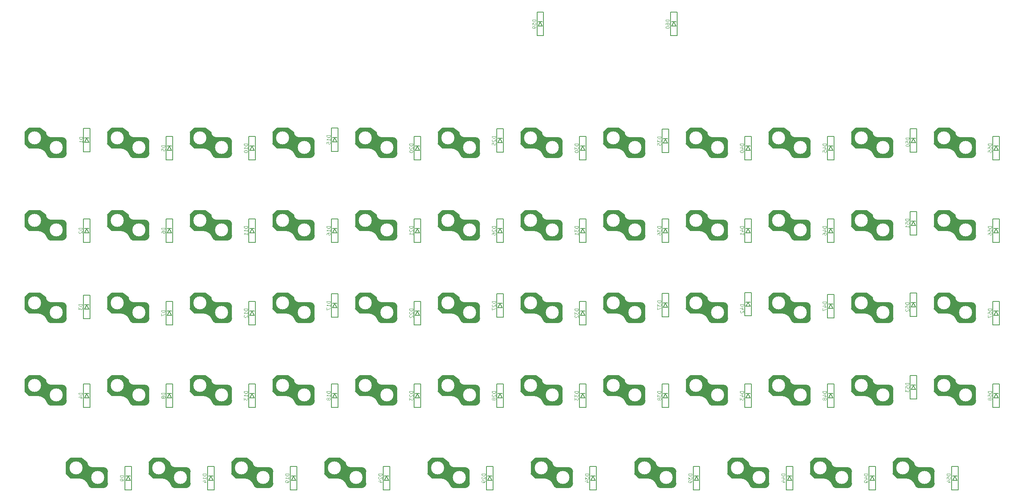
<source format=gbr>
%TF.GenerationSoftware,KiCad,Pcbnew,9.0.1*%
%TF.CreationDate,2025-05-11T16:24:07+09:00*%
%TF.ProjectId,Thinpact,5468696e-7061-4637-942e-6b696361645f,rev?*%
%TF.SameCoordinates,Original*%
%TF.FileFunction,Legend,Bot*%
%TF.FilePolarity,Positive*%
%FSLAX46Y46*%
G04 Gerber Fmt 4.6, Leading zero omitted, Abs format (unit mm)*
G04 Created by KiCad (PCBNEW 9.0.1) date 2025-05-11 16:24:07*
%MOMM*%
%LPD*%
G01*
G04 APERTURE LIST*
%ADD10C,0.125000*%
%ADD11C,0.150000*%
%ADD12C,2.000000*%
%ADD13C,1.900000*%
%ADD14C,3.000000*%
%ADD15C,5.000000*%
%ADD16C,1.000000*%
%ADD17R,2.600000X2.600000*%
%ADD18R,0.950000X1.300000*%
%ADD19C,1.600000*%
%ADD20R,1.800000X3.000000*%
%ADD21C,2.200000*%
%ADD22R,1.800000X1.800000*%
%ADD23C,1.800000*%
%ADD24R,1.500000X1.500000*%
%ADD25C,1.524000*%
%ADD26C,1.400000*%
%ADD27O,1.400000X1.400000*%
%ADD28O,2.200000X3.500000*%
%ADD29O,1.500000X2.500000*%
%ADD30R,1.500000X2.500000*%
G04 APERTURE END LIST*
D10*
X215513595Y-76466071D02*
X214713595Y-76466071D01*
X214713595Y-76466071D02*
X214713595Y-76656547D01*
X214713595Y-76656547D02*
X214751690Y-76770833D01*
X214751690Y-76770833D02*
X214827880Y-76847023D01*
X214827880Y-76847023D02*
X214904071Y-76885118D01*
X214904071Y-76885118D02*
X215056452Y-76923214D01*
X215056452Y-76923214D02*
X215170738Y-76923214D01*
X215170738Y-76923214D02*
X215323119Y-76885118D01*
X215323119Y-76885118D02*
X215399309Y-76847023D01*
X215399309Y-76847023D02*
X215475500Y-76770833D01*
X215475500Y-76770833D02*
X215513595Y-76656547D01*
X215513595Y-76656547D02*
X215513595Y-76466071D01*
X214980261Y-77608928D02*
X215513595Y-77608928D01*
X214675500Y-77418452D02*
X215246928Y-77227975D01*
X215246928Y-77227975D02*
X215246928Y-77723214D01*
X214713595Y-78408928D02*
X214713595Y-78027976D01*
X214713595Y-78027976D02*
X215094547Y-77989880D01*
X215094547Y-77989880D02*
X215056452Y-78027976D01*
X215056452Y-78027976D02*
X215018357Y-78104166D01*
X215018357Y-78104166D02*
X215018357Y-78294642D01*
X215018357Y-78294642D02*
X215056452Y-78370833D01*
X215056452Y-78370833D02*
X215094547Y-78408928D01*
X215094547Y-78408928D02*
X215170738Y-78447023D01*
X215170738Y-78447023D02*
X215361214Y-78447023D01*
X215361214Y-78447023D02*
X215437404Y-78408928D01*
X215437404Y-78408928D02*
X215475500Y-78370833D01*
X215475500Y-78370833D02*
X215513595Y-78294642D01*
X215513595Y-78294642D02*
X215513595Y-78104166D01*
X215513595Y-78104166D02*
X215475500Y-78027976D01*
X215475500Y-78027976D02*
X215437404Y-77989880D01*
X234563595Y-113128571D02*
X233763595Y-113128571D01*
X233763595Y-113128571D02*
X233763595Y-113319047D01*
X233763595Y-113319047D02*
X233801690Y-113433333D01*
X233801690Y-113433333D02*
X233877880Y-113509523D01*
X233877880Y-113509523D02*
X233954071Y-113547618D01*
X233954071Y-113547618D02*
X234106452Y-113585714D01*
X234106452Y-113585714D02*
X234220738Y-113585714D01*
X234220738Y-113585714D02*
X234373119Y-113547618D01*
X234373119Y-113547618D02*
X234449309Y-113509523D01*
X234449309Y-113509523D02*
X234525500Y-113433333D01*
X234525500Y-113433333D02*
X234563595Y-113319047D01*
X234563595Y-113319047D02*
X234563595Y-113128571D01*
X233763595Y-114309523D02*
X233763595Y-113928571D01*
X233763595Y-113928571D02*
X234144547Y-113890475D01*
X234144547Y-113890475D02*
X234106452Y-113928571D01*
X234106452Y-113928571D02*
X234068357Y-114004761D01*
X234068357Y-114004761D02*
X234068357Y-114195237D01*
X234068357Y-114195237D02*
X234106452Y-114271428D01*
X234106452Y-114271428D02*
X234144547Y-114309523D01*
X234144547Y-114309523D02*
X234220738Y-114347618D01*
X234220738Y-114347618D02*
X234411214Y-114347618D01*
X234411214Y-114347618D02*
X234487404Y-114309523D01*
X234487404Y-114309523D02*
X234525500Y-114271428D01*
X234525500Y-114271428D02*
X234563595Y-114195237D01*
X234563595Y-114195237D02*
X234563595Y-114004761D01*
X234563595Y-114004761D02*
X234525500Y-113928571D01*
X234525500Y-113928571D02*
X234487404Y-113890475D01*
X233839785Y-114652380D02*
X233801690Y-114690476D01*
X233801690Y-114690476D02*
X233763595Y-114766666D01*
X233763595Y-114766666D02*
X233763595Y-114957142D01*
X233763595Y-114957142D02*
X233801690Y-115033333D01*
X233801690Y-115033333D02*
X233839785Y-115071428D01*
X233839785Y-115071428D02*
X233915976Y-115109523D01*
X233915976Y-115109523D02*
X233992166Y-115109523D01*
X233992166Y-115109523D02*
X234106452Y-115071428D01*
X234106452Y-115071428D02*
X234563595Y-114614285D01*
X234563595Y-114614285D02*
X234563595Y-115109523D01*
X177413595Y-95516071D02*
X176613595Y-95516071D01*
X176613595Y-95516071D02*
X176613595Y-95706547D01*
X176613595Y-95706547D02*
X176651690Y-95820833D01*
X176651690Y-95820833D02*
X176727880Y-95897023D01*
X176727880Y-95897023D02*
X176804071Y-95935118D01*
X176804071Y-95935118D02*
X176956452Y-95973214D01*
X176956452Y-95973214D02*
X177070738Y-95973214D01*
X177070738Y-95973214D02*
X177223119Y-95935118D01*
X177223119Y-95935118D02*
X177299309Y-95897023D01*
X177299309Y-95897023D02*
X177375500Y-95820833D01*
X177375500Y-95820833D02*
X177413595Y-95706547D01*
X177413595Y-95706547D02*
X177413595Y-95516071D01*
X176613595Y-96239880D02*
X176613595Y-96735118D01*
X176613595Y-96735118D02*
X176918357Y-96468452D01*
X176918357Y-96468452D02*
X176918357Y-96582737D01*
X176918357Y-96582737D02*
X176956452Y-96658928D01*
X176956452Y-96658928D02*
X176994547Y-96697023D01*
X176994547Y-96697023D02*
X177070738Y-96735118D01*
X177070738Y-96735118D02*
X177261214Y-96735118D01*
X177261214Y-96735118D02*
X177337404Y-96697023D01*
X177337404Y-96697023D02*
X177375500Y-96658928D01*
X177375500Y-96658928D02*
X177413595Y-96582737D01*
X177413595Y-96582737D02*
X177413595Y-96354166D01*
X177413595Y-96354166D02*
X177375500Y-96277975D01*
X177375500Y-96277975D02*
X177337404Y-96239880D01*
X176613595Y-97420833D02*
X176613595Y-97268452D01*
X176613595Y-97268452D02*
X176651690Y-97192261D01*
X176651690Y-97192261D02*
X176689785Y-97154166D01*
X176689785Y-97154166D02*
X176804071Y-97077976D01*
X176804071Y-97077976D02*
X176956452Y-97039880D01*
X176956452Y-97039880D02*
X177261214Y-97039880D01*
X177261214Y-97039880D02*
X177337404Y-97077976D01*
X177337404Y-97077976D02*
X177375500Y-97116071D01*
X177375500Y-97116071D02*
X177413595Y-97192261D01*
X177413595Y-97192261D02*
X177413595Y-97344642D01*
X177413595Y-97344642D02*
X177375500Y-97420833D01*
X177375500Y-97420833D02*
X177337404Y-97458928D01*
X177337404Y-97458928D02*
X177261214Y-97497023D01*
X177261214Y-97497023D02*
X177070738Y-97497023D01*
X177070738Y-97497023D02*
X176994547Y-97458928D01*
X176994547Y-97458928D02*
X176956452Y-97420833D01*
X176956452Y-97420833D02*
X176918357Y-97344642D01*
X176918357Y-97344642D02*
X176918357Y-97192261D01*
X176918357Y-97192261D02*
X176956452Y-97116071D01*
X176956452Y-97116071D02*
X176994547Y-97077976D01*
X176994547Y-97077976D02*
X177070738Y-97039880D01*
X253613595Y-133616071D02*
X252813595Y-133616071D01*
X252813595Y-133616071D02*
X252813595Y-133806547D01*
X252813595Y-133806547D02*
X252851690Y-133920833D01*
X252851690Y-133920833D02*
X252927880Y-133997023D01*
X252927880Y-133997023D02*
X253004071Y-134035118D01*
X253004071Y-134035118D02*
X253156452Y-134073214D01*
X253156452Y-134073214D02*
X253270738Y-134073214D01*
X253270738Y-134073214D02*
X253423119Y-134035118D01*
X253423119Y-134035118D02*
X253499309Y-133997023D01*
X253499309Y-133997023D02*
X253575500Y-133920833D01*
X253575500Y-133920833D02*
X253613595Y-133806547D01*
X253613595Y-133806547D02*
X253613595Y-133616071D01*
X252813595Y-134797023D02*
X252813595Y-134416071D01*
X252813595Y-134416071D02*
X253194547Y-134377975D01*
X253194547Y-134377975D02*
X253156452Y-134416071D01*
X253156452Y-134416071D02*
X253118357Y-134492261D01*
X253118357Y-134492261D02*
X253118357Y-134682737D01*
X253118357Y-134682737D02*
X253156452Y-134758928D01*
X253156452Y-134758928D02*
X253194547Y-134797023D01*
X253194547Y-134797023D02*
X253270738Y-134835118D01*
X253270738Y-134835118D02*
X253461214Y-134835118D01*
X253461214Y-134835118D02*
X253537404Y-134797023D01*
X253537404Y-134797023D02*
X253575500Y-134758928D01*
X253575500Y-134758928D02*
X253613595Y-134682737D01*
X253613595Y-134682737D02*
X253613595Y-134492261D01*
X253613595Y-134492261D02*
X253575500Y-134416071D01*
X253575500Y-134416071D02*
X253537404Y-134377975D01*
X253156452Y-135292261D02*
X253118357Y-135216071D01*
X253118357Y-135216071D02*
X253080261Y-135177976D01*
X253080261Y-135177976D02*
X253004071Y-135139880D01*
X253004071Y-135139880D02*
X252965976Y-135139880D01*
X252965976Y-135139880D02*
X252889785Y-135177976D01*
X252889785Y-135177976D02*
X252851690Y-135216071D01*
X252851690Y-135216071D02*
X252813595Y-135292261D01*
X252813595Y-135292261D02*
X252813595Y-135444642D01*
X252813595Y-135444642D02*
X252851690Y-135520833D01*
X252851690Y-135520833D02*
X252889785Y-135558928D01*
X252889785Y-135558928D02*
X252965976Y-135597023D01*
X252965976Y-135597023D02*
X253004071Y-135597023D01*
X253004071Y-135597023D02*
X253080261Y-135558928D01*
X253080261Y-135558928D02*
X253118357Y-135520833D01*
X253118357Y-135520833D02*
X253156452Y-135444642D01*
X253156452Y-135444642D02*
X253156452Y-135292261D01*
X253156452Y-135292261D02*
X253194547Y-135216071D01*
X253194547Y-135216071D02*
X253232642Y-135177976D01*
X253232642Y-135177976D02*
X253308833Y-135139880D01*
X253308833Y-135139880D02*
X253461214Y-135139880D01*
X253461214Y-135139880D02*
X253537404Y-135177976D01*
X253537404Y-135177976D02*
X253575500Y-135216071D01*
X253575500Y-135216071D02*
X253613595Y-135292261D01*
X253613595Y-135292261D02*
X253613595Y-135444642D01*
X253613595Y-135444642D02*
X253575500Y-135520833D01*
X253575500Y-135520833D02*
X253537404Y-135558928D01*
X253537404Y-135558928D02*
X253461214Y-135597023D01*
X253461214Y-135597023D02*
X253308833Y-135597023D01*
X253308833Y-135597023D02*
X253232642Y-135558928D01*
X253232642Y-135558928D02*
X253194547Y-135520833D01*
X253194547Y-135520833D02*
X253156452Y-135444642D01*
X177413595Y-112728571D02*
X176613595Y-112728571D01*
X176613595Y-112728571D02*
X176613595Y-112919047D01*
X176613595Y-112919047D02*
X176651690Y-113033333D01*
X176651690Y-113033333D02*
X176727880Y-113109523D01*
X176727880Y-113109523D02*
X176804071Y-113147618D01*
X176804071Y-113147618D02*
X176956452Y-113185714D01*
X176956452Y-113185714D02*
X177070738Y-113185714D01*
X177070738Y-113185714D02*
X177223119Y-113147618D01*
X177223119Y-113147618D02*
X177299309Y-113109523D01*
X177299309Y-113109523D02*
X177375500Y-113033333D01*
X177375500Y-113033333D02*
X177413595Y-112919047D01*
X177413595Y-112919047D02*
X177413595Y-112728571D01*
X176613595Y-113452380D02*
X176613595Y-113947618D01*
X176613595Y-113947618D02*
X176918357Y-113680952D01*
X176918357Y-113680952D02*
X176918357Y-113795237D01*
X176918357Y-113795237D02*
X176956452Y-113871428D01*
X176956452Y-113871428D02*
X176994547Y-113909523D01*
X176994547Y-113909523D02*
X177070738Y-113947618D01*
X177070738Y-113947618D02*
X177261214Y-113947618D01*
X177261214Y-113947618D02*
X177337404Y-113909523D01*
X177337404Y-113909523D02*
X177375500Y-113871428D01*
X177375500Y-113871428D02*
X177413595Y-113795237D01*
X177413595Y-113795237D02*
X177413595Y-113566666D01*
X177413595Y-113566666D02*
X177375500Y-113490475D01*
X177375500Y-113490475D02*
X177337404Y-113452380D01*
X176613595Y-114214285D02*
X176613595Y-114747619D01*
X176613595Y-114747619D02*
X177413595Y-114404761D01*
X205988595Y-152666071D02*
X205188595Y-152666071D01*
X205188595Y-152666071D02*
X205188595Y-152856547D01*
X205188595Y-152856547D02*
X205226690Y-152970833D01*
X205226690Y-152970833D02*
X205302880Y-153047023D01*
X205302880Y-153047023D02*
X205379071Y-153085118D01*
X205379071Y-153085118D02*
X205531452Y-153123214D01*
X205531452Y-153123214D02*
X205645738Y-153123214D01*
X205645738Y-153123214D02*
X205798119Y-153085118D01*
X205798119Y-153085118D02*
X205874309Y-153047023D01*
X205874309Y-153047023D02*
X205950500Y-152970833D01*
X205950500Y-152970833D02*
X205988595Y-152856547D01*
X205988595Y-152856547D02*
X205988595Y-152666071D01*
X205455261Y-153808928D02*
X205988595Y-153808928D01*
X205150500Y-153618452D02*
X205721928Y-153427975D01*
X205721928Y-153427975D02*
X205721928Y-153923214D01*
X205455261Y-154570833D02*
X205988595Y-154570833D01*
X205150500Y-154380357D02*
X205721928Y-154189880D01*
X205721928Y-154189880D02*
X205721928Y-154685119D01*
X234563595Y-131728571D02*
X233763595Y-131728571D01*
X233763595Y-131728571D02*
X233763595Y-131919047D01*
X233763595Y-131919047D02*
X233801690Y-132033333D01*
X233801690Y-132033333D02*
X233877880Y-132109523D01*
X233877880Y-132109523D02*
X233954071Y-132147618D01*
X233954071Y-132147618D02*
X234106452Y-132185714D01*
X234106452Y-132185714D02*
X234220738Y-132185714D01*
X234220738Y-132185714D02*
X234373119Y-132147618D01*
X234373119Y-132147618D02*
X234449309Y-132109523D01*
X234449309Y-132109523D02*
X234525500Y-132033333D01*
X234525500Y-132033333D02*
X234563595Y-131919047D01*
X234563595Y-131919047D02*
X234563595Y-131728571D01*
X233763595Y-132909523D02*
X233763595Y-132528571D01*
X233763595Y-132528571D02*
X234144547Y-132490475D01*
X234144547Y-132490475D02*
X234106452Y-132528571D01*
X234106452Y-132528571D02*
X234068357Y-132604761D01*
X234068357Y-132604761D02*
X234068357Y-132795237D01*
X234068357Y-132795237D02*
X234106452Y-132871428D01*
X234106452Y-132871428D02*
X234144547Y-132909523D01*
X234144547Y-132909523D02*
X234220738Y-132947618D01*
X234220738Y-132947618D02*
X234411214Y-132947618D01*
X234411214Y-132947618D02*
X234487404Y-132909523D01*
X234487404Y-132909523D02*
X234525500Y-132871428D01*
X234525500Y-132871428D02*
X234563595Y-132795237D01*
X234563595Y-132795237D02*
X234563595Y-132604761D01*
X234563595Y-132604761D02*
X234525500Y-132528571D01*
X234525500Y-132528571D02*
X234487404Y-132490475D01*
X233763595Y-133214285D02*
X233763595Y-133709523D01*
X233763595Y-133709523D02*
X234068357Y-133442857D01*
X234068357Y-133442857D02*
X234068357Y-133557142D01*
X234068357Y-133557142D02*
X234106452Y-133633333D01*
X234106452Y-133633333D02*
X234144547Y-133671428D01*
X234144547Y-133671428D02*
X234220738Y-133709523D01*
X234220738Y-133709523D02*
X234411214Y-133709523D01*
X234411214Y-133709523D02*
X234487404Y-133671428D01*
X234487404Y-133671428D02*
X234525500Y-133633333D01*
X234525500Y-133633333D02*
X234563595Y-133557142D01*
X234563595Y-133557142D02*
X234563595Y-133328571D01*
X234563595Y-133328571D02*
X234525500Y-133252380D01*
X234525500Y-133252380D02*
X234487404Y-133214285D01*
X196463595Y-133616071D02*
X195663595Y-133616071D01*
X195663595Y-133616071D02*
X195663595Y-133806547D01*
X195663595Y-133806547D02*
X195701690Y-133920833D01*
X195701690Y-133920833D02*
X195777880Y-133997023D01*
X195777880Y-133997023D02*
X195854071Y-134035118D01*
X195854071Y-134035118D02*
X196006452Y-134073214D01*
X196006452Y-134073214D02*
X196120738Y-134073214D01*
X196120738Y-134073214D02*
X196273119Y-134035118D01*
X196273119Y-134035118D02*
X196349309Y-133997023D01*
X196349309Y-133997023D02*
X196425500Y-133920833D01*
X196425500Y-133920833D02*
X196463595Y-133806547D01*
X196463595Y-133806547D02*
X196463595Y-133616071D01*
X195930261Y-134758928D02*
X196463595Y-134758928D01*
X195625500Y-134568452D02*
X196196928Y-134377975D01*
X196196928Y-134377975D02*
X196196928Y-134873214D01*
X195663595Y-135101785D02*
X195663595Y-135597023D01*
X195663595Y-135597023D02*
X195968357Y-135330357D01*
X195968357Y-135330357D02*
X195968357Y-135444642D01*
X195968357Y-135444642D02*
X196006452Y-135520833D01*
X196006452Y-135520833D02*
X196044547Y-135558928D01*
X196044547Y-135558928D02*
X196120738Y-135597023D01*
X196120738Y-135597023D02*
X196311214Y-135597023D01*
X196311214Y-135597023D02*
X196387404Y-135558928D01*
X196387404Y-135558928D02*
X196425500Y-135520833D01*
X196425500Y-135520833D02*
X196463595Y-135444642D01*
X196463595Y-135444642D02*
X196463595Y-135216071D01*
X196463595Y-135216071D02*
X196425500Y-135139880D01*
X196425500Y-135139880D02*
X196387404Y-135101785D01*
X158363595Y-95516071D02*
X157563595Y-95516071D01*
X157563595Y-95516071D02*
X157563595Y-95706547D01*
X157563595Y-95706547D02*
X157601690Y-95820833D01*
X157601690Y-95820833D02*
X157677880Y-95897023D01*
X157677880Y-95897023D02*
X157754071Y-95935118D01*
X157754071Y-95935118D02*
X157906452Y-95973214D01*
X157906452Y-95973214D02*
X158020738Y-95973214D01*
X158020738Y-95973214D02*
X158173119Y-95935118D01*
X158173119Y-95935118D02*
X158249309Y-95897023D01*
X158249309Y-95897023D02*
X158325500Y-95820833D01*
X158325500Y-95820833D02*
X158363595Y-95706547D01*
X158363595Y-95706547D02*
X158363595Y-95516071D01*
X157563595Y-96239880D02*
X157563595Y-96735118D01*
X157563595Y-96735118D02*
X157868357Y-96468452D01*
X157868357Y-96468452D02*
X157868357Y-96582737D01*
X157868357Y-96582737D02*
X157906452Y-96658928D01*
X157906452Y-96658928D02*
X157944547Y-96697023D01*
X157944547Y-96697023D02*
X158020738Y-96735118D01*
X158020738Y-96735118D02*
X158211214Y-96735118D01*
X158211214Y-96735118D02*
X158287404Y-96697023D01*
X158287404Y-96697023D02*
X158325500Y-96658928D01*
X158325500Y-96658928D02*
X158363595Y-96582737D01*
X158363595Y-96582737D02*
X158363595Y-96354166D01*
X158363595Y-96354166D02*
X158325500Y-96277975D01*
X158325500Y-96277975D02*
X158287404Y-96239880D01*
X158363595Y-97497023D02*
X158363595Y-97039880D01*
X158363595Y-97268452D02*
X157563595Y-97268452D01*
X157563595Y-97268452D02*
X157677880Y-97192261D01*
X157677880Y-97192261D02*
X157754071Y-97116071D01*
X157754071Y-97116071D02*
X157792166Y-97039880D01*
X91688595Y-152666071D02*
X90888595Y-152666071D01*
X90888595Y-152666071D02*
X90888595Y-152856547D01*
X90888595Y-152856547D02*
X90926690Y-152970833D01*
X90926690Y-152970833D02*
X91002880Y-153047023D01*
X91002880Y-153047023D02*
X91079071Y-153085118D01*
X91079071Y-153085118D02*
X91231452Y-153123214D01*
X91231452Y-153123214D02*
X91345738Y-153123214D01*
X91345738Y-153123214D02*
X91498119Y-153085118D01*
X91498119Y-153085118D02*
X91574309Y-153047023D01*
X91574309Y-153047023D02*
X91650500Y-152970833D01*
X91650500Y-152970833D02*
X91688595Y-152856547D01*
X91688595Y-152856547D02*
X91688595Y-152666071D01*
X91688595Y-153885118D02*
X91688595Y-153427975D01*
X91688595Y-153656547D02*
X90888595Y-153656547D01*
X90888595Y-153656547D02*
X91002880Y-153580356D01*
X91002880Y-153580356D02*
X91079071Y-153504166D01*
X91079071Y-153504166D02*
X91117166Y-153427975D01*
X91688595Y-154266071D02*
X91688595Y-154418452D01*
X91688595Y-154418452D02*
X91650500Y-154494642D01*
X91650500Y-154494642D02*
X91612404Y-154532738D01*
X91612404Y-154532738D02*
X91498119Y-154608928D01*
X91498119Y-154608928D02*
X91345738Y-154647023D01*
X91345738Y-154647023D02*
X91040976Y-154647023D01*
X91040976Y-154647023D02*
X90964785Y-154608928D01*
X90964785Y-154608928D02*
X90926690Y-154570833D01*
X90926690Y-154570833D02*
X90888595Y-154494642D01*
X90888595Y-154494642D02*
X90888595Y-154342261D01*
X90888595Y-154342261D02*
X90926690Y-154266071D01*
X90926690Y-154266071D02*
X90964785Y-154227976D01*
X90964785Y-154227976D02*
X91040976Y-154189880D01*
X91040976Y-154189880D02*
X91231452Y-154189880D01*
X91231452Y-154189880D02*
X91307642Y-154227976D01*
X91307642Y-154227976D02*
X91345738Y-154266071D01*
X91345738Y-154266071D02*
X91383833Y-154342261D01*
X91383833Y-154342261D02*
X91383833Y-154494642D01*
X91383833Y-154494642D02*
X91345738Y-154570833D01*
X91345738Y-154570833D02*
X91307642Y-154608928D01*
X91307642Y-154608928D02*
X91231452Y-154647023D01*
X196488595Y-113503571D02*
X195688595Y-113503571D01*
X195688595Y-113503571D02*
X195688595Y-113694047D01*
X195688595Y-113694047D02*
X195726690Y-113808333D01*
X195726690Y-113808333D02*
X195802880Y-113884523D01*
X195802880Y-113884523D02*
X195879071Y-113922618D01*
X195879071Y-113922618D02*
X196031452Y-113960714D01*
X196031452Y-113960714D02*
X196145738Y-113960714D01*
X196145738Y-113960714D02*
X196298119Y-113922618D01*
X196298119Y-113922618D02*
X196374309Y-113884523D01*
X196374309Y-113884523D02*
X196450500Y-113808333D01*
X196450500Y-113808333D02*
X196488595Y-113694047D01*
X196488595Y-113694047D02*
X196488595Y-113503571D01*
X195955261Y-114646428D02*
X196488595Y-114646428D01*
X195650500Y-114455952D02*
X196221928Y-114265475D01*
X196221928Y-114265475D02*
X196221928Y-114760714D01*
X195764785Y-115027380D02*
X195726690Y-115065476D01*
X195726690Y-115065476D02*
X195688595Y-115141666D01*
X195688595Y-115141666D02*
X195688595Y-115332142D01*
X195688595Y-115332142D02*
X195726690Y-115408333D01*
X195726690Y-115408333D02*
X195764785Y-115446428D01*
X195764785Y-115446428D02*
X195840976Y-115484523D01*
X195840976Y-115484523D02*
X195917166Y-115484523D01*
X195917166Y-115484523D02*
X196031452Y-115446428D01*
X196031452Y-115446428D02*
X196488595Y-114989285D01*
X196488595Y-114989285D02*
X196488595Y-115484523D01*
X158363595Y-133616071D02*
X157563595Y-133616071D01*
X157563595Y-133616071D02*
X157563595Y-133806547D01*
X157563595Y-133806547D02*
X157601690Y-133920833D01*
X157601690Y-133920833D02*
X157677880Y-133997023D01*
X157677880Y-133997023D02*
X157754071Y-134035118D01*
X157754071Y-134035118D02*
X157906452Y-134073214D01*
X157906452Y-134073214D02*
X158020738Y-134073214D01*
X158020738Y-134073214D02*
X158173119Y-134035118D01*
X158173119Y-134035118D02*
X158249309Y-133997023D01*
X158249309Y-133997023D02*
X158325500Y-133920833D01*
X158325500Y-133920833D02*
X158363595Y-133806547D01*
X158363595Y-133806547D02*
X158363595Y-133616071D01*
X157563595Y-134339880D02*
X157563595Y-134835118D01*
X157563595Y-134835118D02*
X157868357Y-134568452D01*
X157868357Y-134568452D02*
X157868357Y-134682737D01*
X157868357Y-134682737D02*
X157906452Y-134758928D01*
X157906452Y-134758928D02*
X157944547Y-134797023D01*
X157944547Y-134797023D02*
X158020738Y-134835118D01*
X158020738Y-134835118D02*
X158211214Y-134835118D01*
X158211214Y-134835118D02*
X158287404Y-134797023D01*
X158287404Y-134797023D02*
X158325500Y-134758928D01*
X158325500Y-134758928D02*
X158363595Y-134682737D01*
X158363595Y-134682737D02*
X158363595Y-134454166D01*
X158363595Y-134454166D02*
X158325500Y-134377975D01*
X158325500Y-134377975D02*
X158287404Y-134339880D01*
X157563595Y-135101785D02*
X157563595Y-135597023D01*
X157563595Y-135597023D02*
X157868357Y-135330357D01*
X157868357Y-135330357D02*
X157868357Y-135444642D01*
X157868357Y-135444642D02*
X157906452Y-135520833D01*
X157906452Y-135520833D02*
X157944547Y-135558928D01*
X157944547Y-135558928D02*
X158020738Y-135597023D01*
X158020738Y-135597023D02*
X158211214Y-135597023D01*
X158211214Y-135597023D02*
X158287404Y-135558928D01*
X158287404Y-135558928D02*
X158325500Y-135520833D01*
X158325500Y-135520833D02*
X158363595Y-135444642D01*
X158363595Y-135444642D02*
X158363595Y-135216071D01*
X158363595Y-135216071D02*
X158325500Y-135139880D01*
X158325500Y-135139880D02*
X158287404Y-135101785D01*
X44063595Y-133997024D02*
X43263595Y-133997024D01*
X43263595Y-133997024D02*
X43263595Y-134187500D01*
X43263595Y-134187500D02*
X43301690Y-134301786D01*
X43301690Y-134301786D02*
X43377880Y-134377976D01*
X43377880Y-134377976D02*
X43454071Y-134416071D01*
X43454071Y-134416071D02*
X43606452Y-134454167D01*
X43606452Y-134454167D02*
X43720738Y-134454167D01*
X43720738Y-134454167D02*
X43873119Y-134416071D01*
X43873119Y-134416071D02*
X43949309Y-134377976D01*
X43949309Y-134377976D02*
X44025500Y-134301786D01*
X44025500Y-134301786D02*
X44063595Y-134187500D01*
X44063595Y-134187500D02*
X44063595Y-133997024D01*
X43530261Y-135139881D02*
X44063595Y-135139881D01*
X43225500Y-134949405D02*
X43796928Y-134758928D01*
X43796928Y-134758928D02*
X43796928Y-135254167D01*
X253613595Y-114566071D02*
X252813595Y-114566071D01*
X252813595Y-114566071D02*
X252813595Y-114756547D01*
X252813595Y-114756547D02*
X252851690Y-114870833D01*
X252851690Y-114870833D02*
X252927880Y-114947023D01*
X252927880Y-114947023D02*
X253004071Y-114985118D01*
X253004071Y-114985118D02*
X253156452Y-115023214D01*
X253156452Y-115023214D02*
X253270738Y-115023214D01*
X253270738Y-115023214D02*
X253423119Y-114985118D01*
X253423119Y-114985118D02*
X253499309Y-114947023D01*
X253499309Y-114947023D02*
X253575500Y-114870833D01*
X253575500Y-114870833D02*
X253613595Y-114756547D01*
X253613595Y-114756547D02*
X253613595Y-114566071D01*
X252813595Y-115747023D02*
X252813595Y-115366071D01*
X252813595Y-115366071D02*
X253194547Y-115327975D01*
X253194547Y-115327975D02*
X253156452Y-115366071D01*
X253156452Y-115366071D02*
X253118357Y-115442261D01*
X253118357Y-115442261D02*
X253118357Y-115632737D01*
X253118357Y-115632737D02*
X253156452Y-115708928D01*
X253156452Y-115708928D02*
X253194547Y-115747023D01*
X253194547Y-115747023D02*
X253270738Y-115785118D01*
X253270738Y-115785118D02*
X253461214Y-115785118D01*
X253461214Y-115785118D02*
X253537404Y-115747023D01*
X253537404Y-115747023D02*
X253575500Y-115708928D01*
X253575500Y-115708928D02*
X253613595Y-115632737D01*
X253613595Y-115632737D02*
X253613595Y-115442261D01*
X253613595Y-115442261D02*
X253575500Y-115366071D01*
X253575500Y-115366071D02*
X253537404Y-115327975D01*
X252813595Y-116051785D02*
X252813595Y-116585119D01*
X252813595Y-116585119D02*
X253613595Y-116242261D01*
X82163595Y-95516071D02*
X81363595Y-95516071D01*
X81363595Y-95516071D02*
X81363595Y-95706547D01*
X81363595Y-95706547D02*
X81401690Y-95820833D01*
X81401690Y-95820833D02*
X81477880Y-95897023D01*
X81477880Y-95897023D02*
X81554071Y-95935118D01*
X81554071Y-95935118D02*
X81706452Y-95973214D01*
X81706452Y-95973214D02*
X81820738Y-95973214D01*
X81820738Y-95973214D02*
X81973119Y-95935118D01*
X81973119Y-95935118D02*
X82049309Y-95897023D01*
X82049309Y-95897023D02*
X82125500Y-95820833D01*
X82125500Y-95820833D02*
X82163595Y-95706547D01*
X82163595Y-95706547D02*
X82163595Y-95516071D01*
X82163595Y-96735118D02*
X82163595Y-96277975D01*
X82163595Y-96506547D02*
X81363595Y-96506547D01*
X81363595Y-96506547D02*
X81477880Y-96430356D01*
X81477880Y-96430356D02*
X81554071Y-96354166D01*
X81554071Y-96354166D02*
X81592166Y-96277975D01*
X82163595Y-97497023D02*
X82163595Y-97039880D01*
X82163595Y-97268452D02*
X81363595Y-97268452D01*
X81363595Y-97268452D02*
X81477880Y-97192261D01*
X81477880Y-97192261D02*
X81554071Y-97116071D01*
X81554071Y-97116071D02*
X81592166Y-97039880D01*
X215513595Y-133616071D02*
X214713595Y-133616071D01*
X214713595Y-133616071D02*
X214713595Y-133806547D01*
X214713595Y-133806547D02*
X214751690Y-133920833D01*
X214751690Y-133920833D02*
X214827880Y-133997023D01*
X214827880Y-133997023D02*
X214904071Y-134035118D01*
X214904071Y-134035118D02*
X215056452Y-134073214D01*
X215056452Y-134073214D02*
X215170738Y-134073214D01*
X215170738Y-134073214D02*
X215323119Y-134035118D01*
X215323119Y-134035118D02*
X215399309Y-133997023D01*
X215399309Y-133997023D02*
X215475500Y-133920833D01*
X215475500Y-133920833D02*
X215513595Y-133806547D01*
X215513595Y-133806547D02*
X215513595Y-133616071D01*
X214980261Y-134758928D02*
X215513595Y-134758928D01*
X214675500Y-134568452D02*
X215246928Y-134377975D01*
X215246928Y-134377975D02*
X215246928Y-134873214D01*
X215056452Y-135292261D02*
X215018357Y-135216071D01*
X215018357Y-135216071D02*
X214980261Y-135177976D01*
X214980261Y-135177976D02*
X214904071Y-135139880D01*
X214904071Y-135139880D02*
X214865976Y-135139880D01*
X214865976Y-135139880D02*
X214789785Y-135177976D01*
X214789785Y-135177976D02*
X214751690Y-135216071D01*
X214751690Y-135216071D02*
X214713595Y-135292261D01*
X214713595Y-135292261D02*
X214713595Y-135444642D01*
X214713595Y-135444642D02*
X214751690Y-135520833D01*
X214751690Y-135520833D02*
X214789785Y-135558928D01*
X214789785Y-135558928D02*
X214865976Y-135597023D01*
X214865976Y-135597023D02*
X214904071Y-135597023D01*
X214904071Y-135597023D02*
X214980261Y-135558928D01*
X214980261Y-135558928D02*
X215018357Y-135520833D01*
X215018357Y-135520833D02*
X215056452Y-135444642D01*
X215056452Y-135444642D02*
X215056452Y-135292261D01*
X215056452Y-135292261D02*
X215094547Y-135216071D01*
X215094547Y-135216071D02*
X215132642Y-135177976D01*
X215132642Y-135177976D02*
X215208833Y-135139880D01*
X215208833Y-135139880D02*
X215361214Y-135139880D01*
X215361214Y-135139880D02*
X215437404Y-135177976D01*
X215437404Y-135177976D02*
X215475500Y-135216071D01*
X215475500Y-135216071D02*
X215513595Y-135292261D01*
X215513595Y-135292261D02*
X215513595Y-135444642D01*
X215513595Y-135444642D02*
X215475500Y-135520833D01*
X215475500Y-135520833D02*
X215437404Y-135558928D01*
X215437404Y-135558928D02*
X215361214Y-135597023D01*
X215361214Y-135597023D02*
X215208833Y-135597023D01*
X215208833Y-135597023D02*
X215132642Y-135558928D01*
X215132642Y-135558928D02*
X215094547Y-135520833D01*
X215094547Y-135520833D02*
X215056452Y-135444642D01*
X120263595Y-95516071D02*
X119463595Y-95516071D01*
X119463595Y-95516071D02*
X119463595Y-95706547D01*
X119463595Y-95706547D02*
X119501690Y-95820833D01*
X119501690Y-95820833D02*
X119577880Y-95897023D01*
X119577880Y-95897023D02*
X119654071Y-95935118D01*
X119654071Y-95935118D02*
X119806452Y-95973214D01*
X119806452Y-95973214D02*
X119920738Y-95973214D01*
X119920738Y-95973214D02*
X120073119Y-95935118D01*
X120073119Y-95935118D02*
X120149309Y-95897023D01*
X120149309Y-95897023D02*
X120225500Y-95820833D01*
X120225500Y-95820833D02*
X120263595Y-95706547D01*
X120263595Y-95706547D02*
X120263595Y-95516071D01*
X119539785Y-96277975D02*
X119501690Y-96316071D01*
X119501690Y-96316071D02*
X119463595Y-96392261D01*
X119463595Y-96392261D02*
X119463595Y-96582737D01*
X119463595Y-96582737D02*
X119501690Y-96658928D01*
X119501690Y-96658928D02*
X119539785Y-96697023D01*
X119539785Y-96697023D02*
X119615976Y-96735118D01*
X119615976Y-96735118D02*
X119692166Y-96735118D01*
X119692166Y-96735118D02*
X119806452Y-96697023D01*
X119806452Y-96697023D02*
X120263595Y-96239880D01*
X120263595Y-96239880D02*
X120263595Y-96735118D01*
X120263595Y-97497023D02*
X120263595Y-97039880D01*
X120263595Y-97268452D02*
X119463595Y-97268452D01*
X119463595Y-97268452D02*
X119577880Y-97192261D01*
X119577880Y-97192261D02*
X119654071Y-97116071D01*
X119654071Y-97116071D02*
X119692166Y-97039880D01*
X72638595Y-152666071D02*
X71838595Y-152666071D01*
X71838595Y-152666071D02*
X71838595Y-152856547D01*
X71838595Y-152856547D02*
X71876690Y-152970833D01*
X71876690Y-152970833D02*
X71952880Y-153047023D01*
X71952880Y-153047023D02*
X72029071Y-153085118D01*
X72029071Y-153085118D02*
X72181452Y-153123214D01*
X72181452Y-153123214D02*
X72295738Y-153123214D01*
X72295738Y-153123214D02*
X72448119Y-153085118D01*
X72448119Y-153085118D02*
X72524309Y-153047023D01*
X72524309Y-153047023D02*
X72600500Y-152970833D01*
X72600500Y-152970833D02*
X72638595Y-152856547D01*
X72638595Y-152856547D02*
X72638595Y-152666071D01*
X72638595Y-153885118D02*
X72638595Y-153427975D01*
X72638595Y-153656547D02*
X71838595Y-153656547D01*
X71838595Y-153656547D02*
X71952880Y-153580356D01*
X71952880Y-153580356D02*
X72029071Y-153504166D01*
X72029071Y-153504166D02*
X72067166Y-153427975D01*
X72105261Y-154570833D02*
X72638595Y-154570833D01*
X71800500Y-154380357D02*
X72371928Y-154189880D01*
X72371928Y-154189880D02*
X72371928Y-154685119D01*
X101213595Y-133616071D02*
X100413595Y-133616071D01*
X100413595Y-133616071D02*
X100413595Y-133806547D01*
X100413595Y-133806547D02*
X100451690Y-133920833D01*
X100451690Y-133920833D02*
X100527880Y-133997023D01*
X100527880Y-133997023D02*
X100604071Y-134035118D01*
X100604071Y-134035118D02*
X100756452Y-134073214D01*
X100756452Y-134073214D02*
X100870738Y-134073214D01*
X100870738Y-134073214D02*
X101023119Y-134035118D01*
X101023119Y-134035118D02*
X101099309Y-133997023D01*
X101099309Y-133997023D02*
X101175500Y-133920833D01*
X101175500Y-133920833D02*
X101213595Y-133806547D01*
X101213595Y-133806547D02*
X101213595Y-133616071D01*
X101213595Y-134835118D02*
X101213595Y-134377975D01*
X101213595Y-134606547D02*
X100413595Y-134606547D01*
X100413595Y-134606547D02*
X100527880Y-134530356D01*
X100527880Y-134530356D02*
X100604071Y-134454166D01*
X100604071Y-134454166D02*
X100642166Y-134377975D01*
X100756452Y-135292261D02*
X100718357Y-135216071D01*
X100718357Y-135216071D02*
X100680261Y-135177976D01*
X100680261Y-135177976D02*
X100604071Y-135139880D01*
X100604071Y-135139880D02*
X100565976Y-135139880D01*
X100565976Y-135139880D02*
X100489785Y-135177976D01*
X100489785Y-135177976D02*
X100451690Y-135216071D01*
X100451690Y-135216071D02*
X100413595Y-135292261D01*
X100413595Y-135292261D02*
X100413595Y-135444642D01*
X100413595Y-135444642D02*
X100451690Y-135520833D01*
X100451690Y-135520833D02*
X100489785Y-135558928D01*
X100489785Y-135558928D02*
X100565976Y-135597023D01*
X100565976Y-135597023D02*
X100604071Y-135597023D01*
X100604071Y-135597023D02*
X100680261Y-135558928D01*
X100680261Y-135558928D02*
X100718357Y-135520833D01*
X100718357Y-135520833D02*
X100756452Y-135444642D01*
X100756452Y-135444642D02*
X100756452Y-135292261D01*
X100756452Y-135292261D02*
X100794547Y-135216071D01*
X100794547Y-135216071D02*
X100832642Y-135177976D01*
X100832642Y-135177976D02*
X100908833Y-135139880D01*
X100908833Y-135139880D02*
X101061214Y-135139880D01*
X101061214Y-135139880D02*
X101137404Y-135177976D01*
X101137404Y-135177976D02*
X101175500Y-135216071D01*
X101175500Y-135216071D02*
X101213595Y-135292261D01*
X101213595Y-135292261D02*
X101213595Y-135444642D01*
X101213595Y-135444642D02*
X101175500Y-135520833D01*
X101175500Y-135520833D02*
X101137404Y-135558928D01*
X101137404Y-135558928D02*
X101061214Y-135597023D01*
X101061214Y-135597023D02*
X100908833Y-135597023D01*
X100908833Y-135597023D02*
X100832642Y-135558928D01*
X100832642Y-135558928D02*
X100794547Y-135520833D01*
X100794547Y-135520833D02*
X100756452Y-135444642D01*
X158363595Y-114566071D02*
X157563595Y-114566071D01*
X157563595Y-114566071D02*
X157563595Y-114756547D01*
X157563595Y-114756547D02*
X157601690Y-114870833D01*
X157601690Y-114870833D02*
X157677880Y-114947023D01*
X157677880Y-114947023D02*
X157754071Y-114985118D01*
X157754071Y-114985118D02*
X157906452Y-115023214D01*
X157906452Y-115023214D02*
X158020738Y-115023214D01*
X158020738Y-115023214D02*
X158173119Y-114985118D01*
X158173119Y-114985118D02*
X158249309Y-114947023D01*
X158249309Y-114947023D02*
X158325500Y-114870833D01*
X158325500Y-114870833D02*
X158363595Y-114756547D01*
X158363595Y-114756547D02*
X158363595Y-114566071D01*
X157563595Y-115289880D02*
X157563595Y-115785118D01*
X157563595Y-115785118D02*
X157868357Y-115518452D01*
X157868357Y-115518452D02*
X157868357Y-115632737D01*
X157868357Y-115632737D02*
X157906452Y-115708928D01*
X157906452Y-115708928D02*
X157944547Y-115747023D01*
X157944547Y-115747023D02*
X158020738Y-115785118D01*
X158020738Y-115785118D02*
X158211214Y-115785118D01*
X158211214Y-115785118D02*
X158287404Y-115747023D01*
X158287404Y-115747023D02*
X158325500Y-115708928D01*
X158325500Y-115708928D02*
X158363595Y-115632737D01*
X158363595Y-115632737D02*
X158363595Y-115404166D01*
X158363595Y-115404166D02*
X158325500Y-115327975D01*
X158325500Y-115327975D02*
X158287404Y-115289880D01*
X157639785Y-116089880D02*
X157601690Y-116127976D01*
X157601690Y-116127976D02*
X157563595Y-116204166D01*
X157563595Y-116204166D02*
X157563595Y-116394642D01*
X157563595Y-116394642D02*
X157601690Y-116470833D01*
X157601690Y-116470833D02*
X157639785Y-116508928D01*
X157639785Y-116508928D02*
X157715976Y-116547023D01*
X157715976Y-116547023D02*
X157792166Y-116547023D01*
X157792166Y-116547023D02*
X157906452Y-116508928D01*
X157906452Y-116508928D02*
X158363595Y-116051785D01*
X158363595Y-116051785D02*
X158363595Y-116547023D01*
X160744895Y-152666071D02*
X159944895Y-152666071D01*
X159944895Y-152666071D02*
X159944895Y-152856547D01*
X159944895Y-152856547D02*
X159982990Y-152970833D01*
X159982990Y-152970833D02*
X160059180Y-153047023D01*
X160059180Y-153047023D02*
X160135371Y-153085118D01*
X160135371Y-153085118D02*
X160287752Y-153123214D01*
X160287752Y-153123214D02*
X160402038Y-153123214D01*
X160402038Y-153123214D02*
X160554419Y-153085118D01*
X160554419Y-153085118D02*
X160630609Y-153047023D01*
X160630609Y-153047023D02*
X160706800Y-152970833D01*
X160706800Y-152970833D02*
X160744895Y-152856547D01*
X160744895Y-152856547D02*
X160744895Y-152666071D01*
X159944895Y-153389880D02*
X159944895Y-153885118D01*
X159944895Y-153885118D02*
X160249657Y-153618452D01*
X160249657Y-153618452D02*
X160249657Y-153732737D01*
X160249657Y-153732737D02*
X160287752Y-153808928D01*
X160287752Y-153808928D02*
X160325847Y-153847023D01*
X160325847Y-153847023D02*
X160402038Y-153885118D01*
X160402038Y-153885118D02*
X160592514Y-153885118D01*
X160592514Y-153885118D02*
X160668704Y-153847023D01*
X160668704Y-153847023D02*
X160706800Y-153808928D01*
X160706800Y-153808928D02*
X160744895Y-153732737D01*
X160744895Y-153732737D02*
X160744895Y-153504166D01*
X160744895Y-153504166D02*
X160706800Y-153427975D01*
X160706800Y-153427975D02*
X160668704Y-153389880D01*
X160211561Y-154570833D02*
X160744895Y-154570833D01*
X159906800Y-154380357D02*
X160478228Y-154189880D01*
X160478228Y-154189880D02*
X160478228Y-154685119D01*
X44178595Y-74967400D02*
X43378595Y-74967400D01*
X43378595Y-74967400D02*
X43378595Y-75157876D01*
X43378595Y-75157876D02*
X43416690Y-75272162D01*
X43416690Y-75272162D02*
X43492880Y-75348352D01*
X43492880Y-75348352D02*
X43569071Y-75386447D01*
X43569071Y-75386447D02*
X43721452Y-75424543D01*
X43721452Y-75424543D02*
X43835738Y-75424543D01*
X43835738Y-75424543D02*
X43988119Y-75386447D01*
X43988119Y-75386447D02*
X44064309Y-75348352D01*
X44064309Y-75348352D02*
X44140500Y-75272162D01*
X44140500Y-75272162D02*
X44178595Y-75157876D01*
X44178595Y-75157876D02*
X44178595Y-74967400D01*
X44178595Y-76186447D02*
X44178595Y-75729304D01*
X44178595Y-75957876D02*
X43378595Y-75957876D01*
X43378595Y-75957876D02*
X43492880Y-75881685D01*
X43492880Y-75881685D02*
X43569071Y-75805495D01*
X43569071Y-75805495D02*
X43607166Y-75729304D01*
X82163595Y-133616071D02*
X81363595Y-133616071D01*
X81363595Y-133616071D02*
X81363595Y-133806547D01*
X81363595Y-133806547D02*
X81401690Y-133920833D01*
X81401690Y-133920833D02*
X81477880Y-133997023D01*
X81477880Y-133997023D02*
X81554071Y-134035118D01*
X81554071Y-134035118D02*
X81706452Y-134073214D01*
X81706452Y-134073214D02*
X81820738Y-134073214D01*
X81820738Y-134073214D02*
X81973119Y-134035118D01*
X81973119Y-134035118D02*
X82049309Y-133997023D01*
X82049309Y-133997023D02*
X82125500Y-133920833D01*
X82125500Y-133920833D02*
X82163595Y-133806547D01*
X82163595Y-133806547D02*
X82163595Y-133616071D01*
X82163595Y-134835118D02*
X82163595Y-134377975D01*
X82163595Y-134606547D02*
X81363595Y-134606547D01*
X81363595Y-134606547D02*
X81477880Y-134530356D01*
X81477880Y-134530356D02*
X81554071Y-134454166D01*
X81554071Y-134454166D02*
X81592166Y-134377975D01*
X81363595Y-135101785D02*
X81363595Y-135597023D01*
X81363595Y-135597023D02*
X81668357Y-135330357D01*
X81668357Y-135330357D02*
X81668357Y-135444642D01*
X81668357Y-135444642D02*
X81706452Y-135520833D01*
X81706452Y-135520833D02*
X81744547Y-135558928D01*
X81744547Y-135558928D02*
X81820738Y-135597023D01*
X81820738Y-135597023D02*
X82011214Y-135597023D01*
X82011214Y-135597023D02*
X82087404Y-135558928D01*
X82087404Y-135558928D02*
X82125500Y-135520833D01*
X82125500Y-135520833D02*
X82163595Y-135444642D01*
X82163595Y-135444642D02*
X82163595Y-135216071D01*
X82163595Y-135216071D02*
X82125500Y-135139880D01*
X82125500Y-135139880D02*
X82087404Y-135101785D01*
X253613595Y-76466071D02*
X252813595Y-76466071D01*
X252813595Y-76466071D02*
X252813595Y-76656547D01*
X252813595Y-76656547D02*
X252851690Y-76770833D01*
X252851690Y-76770833D02*
X252927880Y-76847023D01*
X252927880Y-76847023D02*
X253004071Y-76885118D01*
X253004071Y-76885118D02*
X253156452Y-76923214D01*
X253156452Y-76923214D02*
X253270738Y-76923214D01*
X253270738Y-76923214D02*
X253423119Y-76885118D01*
X253423119Y-76885118D02*
X253499309Y-76847023D01*
X253499309Y-76847023D02*
X253575500Y-76770833D01*
X253575500Y-76770833D02*
X253613595Y-76656547D01*
X253613595Y-76656547D02*
X253613595Y-76466071D01*
X252813595Y-77647023D02*
X252813595Y-77266071D01*
X252813595Y-77266071D02*
X253194547Y-77227975D01*
X253194547Y-77227975D02*
X253156452Y-77266071D01*
X253156452Y-77266071D02*
X253118357Y-77342261D01*
X253118357Y-77342261D02*
X253118357Y-77532737D01*
X253118357Y-77532737D02*
X253156452Y-77608928D01*
X253156452Y-77608928D02*
X253194547Y-77647023D01*
X253194547Y-77647023D02*
X253270738Y-77685118D01*
X253270738Y-77685118D02*
X253461214Y-77685118D01*
X253461214Y-77685118D02*
X253537404Y-77647023D01*
X253537404Y-77647023D02*
X253575500Y-77608928D01*
X253575500Y-77608928D02*
X253613595Y-77532737D01*
X253613595Y-77532737D02*
X253613595Y-77342261D01*
X253613595Y-77342261D02*
X253575500Y-77266071D01*
X253575500Y-77266071D02*
X253537404Y-77227975D01*
X252813595Y-78408928D02*
X252813595Y-78027976D01*
X252813595Y-78027976D02*
X253194547Y-77989880D01*
X253194547Y-77989880D02*
X253156452Y-78027976D01*
X253156452Y-78027976D02*
X253118357Y-78104166D01*
X253118357Y-78104166D02*
X253118357Y-78294642D01*
X253118357Y-78294642D02*
X253156452Y-78370833D01*
X253156452Y-78370833D02*
X253194547Y-78408928D01*
X253194547Y-78408928D02*
X253270738Y-78447023D01*
X253270738Y-78447023D02*
X253461214Y-78447023D01*
X253461214Y-78447023D02*
X253537404Y-78408928D01*
X253537404Y-78408928D02*
X253575500Y-78370833D01*
X253575500Y-78370833D02*
X253613595Y-78294642D01*
X253613595Y-78294642D02*
X253613595Y-78104166D01*
X253613595Y-78104166D02*
X253575500Y-78027976D01*
X253575500Y-78027976D02*
X253537404Y-77989880D01*
X139313595Y-112828571D02*
X138513595Y-112828571D01*
X138513595Y-112828571D02*
X138513595Y-113019047D01*
X138513595Y-113019047D02*
X138551690Y-113133333D01*
X138551690Y-113133333D02*
X138627880Y-113209523D01*
X138627880Y-113209523D02*
X138704071Y-113247618D01*
X138704071Y-113247618D02*
X138856452Y-113285714D01*
X138856452Y-113285714D02*
X138970738Y-113285714D01*
X138970738Y-113285714D02*
X139123119Y-113247618D01*
X139123119Y-113247618D02*
X139199309Y-113209523D01*
X139199309Y-113209523D02*
X139275500Y-113133333D01*
X139275500Y-113133333D02*
X139313595Y-113019047D01*
X139313595Y-113019047D02*
X139313595Y-112828571D01*
X138589785Y-113590475D02*
X138551690Y-113628571D01*
X138551690Y-113628571D02*
X138513595Y-113704761D01*
X138513595Y-113704761D02*
X138513595Y-113895237D01*
X138513595Y-113895237D02*
X138551690Y-113971428D01*
X138551690Y-113971428D02*
X138589785Y-114009523D01*
X138589785Y-114009523D02*
X138665976Y-114047618D01*
X138665976Y-114047618D02*
X138742166Y-114047618D01*
X138742166Y-114047618D02*
X138856452Y-114009523D01*
X138856452Y-114009523D02*
X139313595Y-113552380D01*
X139313595Y-113552380D02*
X139313595Y-114047618D01*
X138513595Y-114314285D02*
X138513595Y-114847619D01*
X138513595Y-114847619D02*
X139313595Y-114504761D01*
X63113595Y-95897024D02*
X62313595Y-95897024D01*
X62313595Y-95897024D02*
X62313595Y-96087500D01*
X62313595Y-96087500D02*
X62351690Y-96201786D01*
X62351690Y-96201786D02*
X62427880Y-96277976D01*
X62427880Y-96277976D02*
X62504071Y-96316071D01*
X62504071Y-96316071D02*
X62656452Y-96354167D01*
X62656452Y-96354167D02*
X62770738Y-96354167D01*
X62770738Y-96354167D02*
X62923119Y-96316071D01*
X62923119Y-96316071D02*
X62999309Y-96277976D01*
X62999309Y-96277976D02*
X63075500Y-96201786D01*
X63075500Y-96201786D02*
X63113595Y-96087500D01*
X63113595Y-96087500D02*
X63113595Y-95897024D01*
X62313595Y-97039881D02*
X62313595Y-96887500D01*
X62313595Y-96887500D02*
X62351690Y-96811309D01*
X62351690Y-96811309D02*
X62389785Y-96773214D01*
X62389785Y-96773214D02*
X62504071Y-96697024D01*
X62504071Y-96697024D02*
X62656452Y-96658928D01*
X62656452Y-96658928D02*
X62961214Y-96658928D01*
X62961214Y-96658928D02*
X63037404Y-96697024D01*
X63037404Y-96697024D02*
X63075500Y-96735119D01*
X63075500Y-96735119D02*
X63113595Y-96811309D01*
X63113595Y-96811309D02*
X63113595Y-96963690D01*
X63113595Y-96963690D02*
X63075500Y-97039881D01*
X63075500Y-97039881D02*
X63037404Y-97077976D01*
X63037404Y-97077976D02*
X62961214Y-97116071D01*
X62961214Y-97116071D02*
X62770738Y-97116071D01*
X62770738Y-97116071D02*
X62694547Y-97077976D01*
X62694547Y-97077976D02*
X62656452Y-97039881D01*
X62656452Y-97039881D02*
X62618357Y-96963690D01*
X62618357Y-96963690D02*
X62618357Y-96811309D01*
X62618357Y-96811309D02*
X62656452Y-96735119D01*
X62656452Y-96735119D02*
X62694547Y-96697024D01*
X62694547Y-96697024D02*
X62770738Y-96658928D01*
X63113595Y-76847024D02*
X62313595Y-76847024D01*
X62313595Y-76847024D02*
X62313595Y-77037500D01*
X62313595Y-77037500D02*
X62351690Y-77151786D01*
X62351690Y-77151786D02*
X62427880Y-77227976D01*
X62427880Y-77227976D02*
X62504071Y-77266071D01*
X62504071Y-77266071D02*
X62656452Y-77304167D01*
X62656452Y-77304167D02*
X62770738Y-77304167D01*
X62770738Y-77304167D02*
X62923119Y-77266071D01*
X62923119Y-77266071D02*
X62999309Y-77227976D01*
X62999309Y-77227976D02*
X63075500Y-77151786D01*
X63075500Y-77151786D02*
X63113595Y-77037500D01*
X63113595Y-77037500D02*
X63113595Y-76847024D01*
X62313595Y-78027976D02*
X62313595Y-77647024D01*
X62313595Y-77647024D02*
X62694547Y-77608928D01*
X62694547Y-77608928D02*
X62656452Y-77647024D01*
X62656452Y-77647024D02*
X62618357Y-77723214D01*
X62618357Y-77723214D02*
X62618357Y-77913690D01*
X62618357Y-77913690D02*
X62656452Y-77989881D01*
X62656452Y-77989881D02*
X62694547Y-78027976D01*
X62694547Y-78027976D02*
X62770738Y-78066071D01*
X62770738Y-78066071D02*
X62961214Y-78066071D01*
X62961214Y-78066071D02*
X63037404Y-78027976D01*
X63037404Y-78027976D02*
X63075500Y-77989881D01*
X63075500Y-77989881D02*
X63113595Y-77913690D01*
X63113595Y-77913690D02*
X63113595Y-77723214D01*
X63113595Y-77723214D02*
X63075500Y-77647024D01*
X63075500Y-77647024D02*
X63037404Y-77608928D01*
X44063595Y-113509524D02*
X43263595Y-113509524D01*
X43263595Y-113509524D02*
X43263595Y-113700000D01*
X43263595Y-113700000D02*
X43301690Y-113814286D01*
X43301690Y-113814286D02*
X43377880Y-113890476D01*
X43377880Y-113890476D02*
X43454071Y-113928571D01*
X43454071Y-113928571D02*
X43606452Y-113966667D01*
X43606452Y-113966667D02*
X43720738Y-113966667D01*
X43720738Y-113966667D02*
X43873119Y-113928571D01*
X43873119Y-113928571D02*
X43949309Y-113890476D01*
X43949309Y-113890476D02*
X44025500Y-113814286D01*
X44025500Y-113814286D02*
X44063595Y-113700000D01*
X44063595Y-113700000D02*
X44063595Y-113509524D01*
X43263595Y-114233333D02*
X43263595Y-114728571D01*
X43263595Y-114728571D02*
X43568357Y-114461905D01*
X43568357Y-114461905D02*
X43568357Y-114576190D01*
X43568357Y-114576190D02*
X43606452Y-114652381D01*
X43606452Y-114652381D02*
X43644547Y-114690476D01*
X43644547Y-114690476D02*
X43720738Y-114728571D01*
X43720738Y-114728571D02*
X43911214Y-114728571D01*
X43911214Y-114728571D02*
X43987404Y-114690476D01*
X43987404Y-114690476D02*
X44025500Y-114652381D01*
X44025500Y-114652381D02*
X44063595Y-114576190D01*
X44063595Y-114576190D02*
X44063595Y-114347619D01*
X44063595Y-114347619D02*
X44025500Y-114271428D01*
X44025500Y-114271428D02*
X43987404Y-114233333D01*
X136932395Y-152666071D02*
X136132395Y-152666071D01*
X136132395Y-152666071D02*
X136132395Y-152856547D01*
X136132395Y-152856547D02*
X136170490Y-152970833D01*
X136170490Y-152970833D02*
X136246680Y-153047023D01*
X136246680Y-153047023D02*
X136322871Y-153085118D01*
X136322871Y-153085118D02*
X136475252Y-153123214D01*
X136475252Y-153123214D02*
X136589538Y-153123214D01*
X136589538Y-153123214D02*
X136741919Y-153085118D01*
X136741919Y-153085118D02*
X136818109Y-153047023D01*
X136818109Y-153047023D02*
X136894300Y-152970833D01*
X136894300Y-152970833D02*
X136932395Y-152856547D01*
X136932395Y-152856547D02*
X136932395Y-152666071D01*
X136208585Y-153427975D02*
X136170490Y-153466071D01*
X136170490Y-153466071D02*
X136132395Y-153542261D01*
X136132395Y-153542261D02*
X136132395Y-153732737D01*
X136132395Y-153732737D02*
X136170490Y-153808928D01*
X136170490Y-153808928D02*
X136208585Y-153847023D01*
X136208585Y-153847023D02*
X136284776Y-153885118D01*
X136284776Y-153885118D02*
X136360966Y-153885118D01*
X136360966Y-153885118D02*
X136475252Y-153847023D01*
X136475252Y-153847023D02*
X136932395Y-153389880D01*
X136932395Y-153389880D02*
X136932395Y-153885118D01*
X136932395Y-154266071D02*
X136932395Y-154418452D01*
X136932395Y-154418452D02*
X136894300Y-154494642D01*
X136894300Y-154494642D02*
X136856204Y-154532738D01*
X136856204Y-154532738D02*
X136741919Y-154608928D01*
X136741919Y-154608928D02*
X136589538Y-154647023D01*
X136589538Y-154647023D02*
X136284776Y-154647023D01*
X136284776Y-154647023D02*
X136208585Y-154608928D01*
X136208585Y-154608928D02*
X136170490Y-154570833D01*
X136170490Y-154570833D02*
X136132395Y-154494642D01*
X136132395Y-154494642D02*
X136132395Y-154342261D01*
X136132395Y-154342261D02*
X136170490Y-154266071D01*
X136170490Y-154266071D02*
X136208585Y-154227976D01*
X136208585Y-154227976D02*
X136284776Y-154189880D01*
X136284776Y-154189880D02*
X136475252Y-154189880D01*
X136475252Y-154189880D02*
X136551442Y-154227976D01*
X136551442Y-154227976D02*
X136589538Y-154266071D01*
X136589538Y-154266071D02*
X136627633Y-154342261D01*
X136627633Y-154342261D02*
X136627633Y-154494642D01*
X136627633Y-154494642D02*
X136589538Y-154570833D01*
X136589538Y-154570833D02*
X136551442Y-154608928D01*
X136551442Y-154608928D02*
X136475252Y-154647023D01*
X139313595Y-74728571D02*
X138513595Y-74728571D01*
X138513595Y-74728571D02*
X138513595Y-74919047D01*
X138513595Y-74919047D02*
X138551690Y-75033333D01*
X138551690Y-75033333D02*
X138627880Y-75109523D01*
X138627880Y-75109523D02*
X138704071Y-75147618D01*
X138704071Y-75147618D02*
X138856452Y-75185714D01*
X138856452Y-75185714D02*
X138970738Y-75185714D01*
X138970738Y-75185714D02*
X139123119Y-75147618D01*
X139123119Y-75147618D02*
X139199309Y-75109523D01*
X139199309Y-75109523D02*
X139275500Y-75033333D01*
X139275500Y-75033333D02*
X139313595Y-74919047D01*
X139313595Y-74919047D02*
X139313595Y-74728571D01*
X138589785Y-75490475D02*
X138551690Y-75528571D01*
X138551690Y-75528571D02*
X138513595Y-75604761D01*
X138513595Y-75604761D02*
X138513595Y-75795237D01*
X138513595Y-75795237D02*
X138551690Y-75871428D01*
X138551690Y-75871428D02*
X138589785Y-75909523D01*
X138589785Y-75909523D02*
X138665976Y-75947618D01*
X138665976Y-75947618D02*
X138742166Y-75947618D01*
X138742166Y-75947618D02*
X138856452Y-75909523D01*
X138856452Y-75909523D02*
X139313595Y-75452380D01*
X139313595Y-75452380D02*
X139313595Y-75947618D01*
X138513595Y-76671428D02*
X138513595Y-76290476D01*
X138513595Y-76290476D02*
X138894547Y-76252380D01*
X138894547Y-76252380D02*
X138856452Y-76290476D01*
X138856452Y-76290476D02*
X138818357Y-76366666D01*
X138818357Y-76366666D02*
X138818357Y-76557142D01*
X138818357Y-76557142D02*
X138856452Y-76633333D01*
X138856452Y-76633333D02*
X138894547Y-76671428D01*
X138894547Y-76671428D02*
X138970738Y-76709523D01*
X138970738Y-76709523D02*
X139161214Y-76709523D01*
X139161214Y-76709523D02*
X139237404Y-76671428D01*
X139237404Y-76671428D02*
X139275500Y-76633333D01*
X139275500Y-76633333D02*
X139313595Y-76557142D01*
X139313595Y-76557142D02*
X139313595Y-76366666D01*
X139313595Y-76366666D02*
X139275500Y-76290476D01*
X139275500Y-76290476D02*
X139237404Y-76252380D01*
X139313595Y-95516071D02*
X138513595Y-95516071D01*
X138513595Y-95516071D02*
X138513595Y-95706547D01*
X138513595Y-95706547D02*
X138551690Y-95820833D01*
X138551690Y-95820833D02*
X138627880Y-95897023D01*
X138627880Y-95897023D02*
X138704071Y-95935118D01*
X138704071Y-95935118D02*
X138856452Y-95973214D01*
X138856452Y-95973214D02*
X138970738Y-95973214D01*
X138970738Y-95973214D02*
X139123119Y-95935118D01*
X139123119Y-95935118D02*
X139199309Y-95897023D01*
X139199309Y-95897023D02*
X139275500Y-95820833D01*
X139275500Y-95820833D02*
X139313595Y-95706547D01*
X139313595Y-95706547D02*
X139313595Y-95516071D01*
X138589785Y-96277975D02*
X138551690Y-96316071D01*
X138551690Y-96316071D02*
X138513595Y-96392261D01*
X138513595Y-96392261D02*
X138513595Y-96582737D01*
X138513595Y-96582737D02*
X138551690Y-96658928D01*
X138551690Y-96658928D02*
X138589785Y-96697023D01*
X138589785Y-96697023D02*
X138665976Y-96735118D01*
X138665976Y-96735118D02*
X138742166Y-96735118D01*
X138742166Y-96735118D02*
X138856452Y-96697023D01*
X138856452Y-96697023D02*
X139313595Y-96239880D01*
X139313595Y-96239880D02*
X139313595Y-96735118D01*
X138513595Y-97420833D02*
X138513595Y-97268452D01*
X138513595Y-97268452D02*
X138551690Y-97192261D01*
X138551690Y-97192261D02*
X138589785Y-97154166D01*
X138589785Y-97154166D02*
X138704071Y-97077976D01*
X138704071Y-97077976D02*
X138856452Y-97039880D01*
X138856452Y-97039880D02*
X139161214Y-97039880D01*
X139161214Y-97039880D02*
X139237404Y-97077976D01*
X139237404Y-97077976D02*
X139275500Y-97116071D01*
X139275500Y-97116071D02*
X139313595Y-97192261D01*
X139313595Y-97192261D02*
X139313595Y-97344642D01*
X139313595Y-97344642D02*
X139275500Y-97420833D01*
X139275500Y-97420833D02*
X139237404Y-97458928D01*
X139237404Y-97458928D02*
X139161214Y-97497023D01*
X139161214Y-97497023D02*
X138970738Y-97497023D01*
X138970738Y-97497023D02*
X138894547Y-97458928D01*
X138894547Y-97458928D02*
X138856452Y-97420833D01*
X138856452Y-97420833D02*
X138818357Y-97344642D01*
X138818357Y-97344642D02*
X138818357Y-97192261D01*
X138818357Y-97192261D02*
X138856452Y-97116071D01*
X138856452Y-97116071D02*
X138894547Y-97077976D01*
X138894547Y-97077976D02*
X138970738Y-97039880D01*
X139313595Y-133616071D02*
X138513595Y-133616071D01*
X138513595Y-133616071D02*
X138513595Y-133806547D01*
X138513595Y-133806547D02*
X138551690Y-133920833D01*
X138551690Y-133920833D02*
X138627880Y-133997023D01*
X138627880Y-133997023D02*
X138704071Y-134035118D01*
X138704071Y-134035118D02*
X138856452Y-134073214D01*
X138856452Y-134073214D02*
X138970738Y-134073214D01*
X138970738Y-134073214D02*
X139123119Y-134035118D01*
X139123119Y-134035118D02*
X139199309Y-133997023D01*
X139199309Y-133997023D02*
X139275500Y-133920833D01*
X139275500Y-133920833D02*
X139313595Y-133806547D01*
X139313595Y-133806547D02*
X139313595Y-133616071D01*
X138589785Y-134377975D02*
X138551690Y-134416071D01*
X138551690Y-134416071D02*
X138513595Y-134492261D01*
X138513595Y-134492261D02*
X138513595Y-134682737D01*
X138513595Y-134682737D02*
X138551690Y-134758928D01*
X138551690Y-134758928D02*
X138589785Y-134797023D01*
X138589785Y-134797023D02*
X138665976Y-134835118D01*
X138665976Y-134835118D02*
X138742166Y-134835118D01*
X138742166Y-134835118D02*
X138856452Y-134797023D01*
X138856452Y-134797023D02*
X139313595Y-134339880D01*
X139313595Y-134339880D02*
X139313595Y-134835118D01*
X138856452Y-135292261D02*
X138818357Y-135216071D01*
X138818357Y-135216071D02*
X138780261Y-135177976D01*
X138780261Y-135177976D02*
X138704071Y-135139880D01*
X138704071Y-135139880D02*
X138665976Y-135139880D01*
X138665976Y-135139880D02*
X138589785Y-135177976D01*
X138589785Y-135177976D02*
X138551690Y-135216071D01*
X138551690Y-135216071D02*
X138513595Y-135292261D01*
X138513595Y-135292261D02*
X138513595Y-135444642D01*
X138513595Y-135444642D02*
X138551690Y-135520833D01*
X138551690Y-135520833D02*
X138589785Y-135558928D01*
X138589785Y-135558928D02*
X138665976Y-135597023D01*
X138665976Y-135597023D02*
X138704071Y-135597023D01*
X138704071Y-135597023D02*
X138780261Y-135558928D01*
X138780261Y-135558928D02*
X138818357Y-135520833D01*
X138818357Y-135520833D02*
X138856452Y-135444642D01*
X138856452Y-135444642D02*
X138856452Y-135292261D01*
X138856452Y-135292261D02*
X138894547Y-135216071D01*
X138894547Y-135216071D02*
X138932642Y-135177976D01*
X138932642Y-135177976D02*
X139008833Y-135139880D01*
X139008833Y-135139880D02*
X139161214Y-135139880D01*
X139161214Y-135139880D02*
X139237404Y-135177976D01*
X139237404Y-135177976D02*
X139275500Y-135216071D01*
X139275500Y-135216071D02*
X139313595Y-135292261D01*
X139313595Y-135292261D02*
X139313595Y-135444642D01*
X139313595Y-135444642D02*
X139275500Y-135520833D01*
X139275500Y-135520833D02*
X139237404Y-135558928D01*
X139237404Y-135558928D02*
X139161214Y-135597023D01*
X139161214Y-135597023D02*
X139008833Y-135597023D01*
X139008833Y-135597023D02*
X138932642Y-135558928D01*
X138932642Y-135558928D02*
X138894547Y-135520833D01*
X138894547Y-135520833D02*
X138856452Y-135444642D01*
X225038595Y-152666071D02*
X224238595Y-152666071D01*
X224238595Y-152666071D02*
X224238595Y-152856547D01*
X224238595Y-152856547D02*
X224276690Y-152970833D01*
X224276690Y-152970833D02*
X224352880Y-153047023D01*
X224352880Y-153047023D02*
X224429071Y-153085118D01*
X224429071Y-153085118D02*
X224581452Y-153123214D01*
X224581452Y-153123214D02*
X224695738Y-153123214D01*
X224695738Y-153123214D02*
X224848119Y-153085118D01*
X224848119Y-153085118D02*
X224924309Y-153047023D01*
X224924309Y-153047023D02*
X225000500Y-152970833D01*
X225000500Y-152970833D02*
X225038595Y-152856547D01*
X225038595Y-152856547D02*
X225038595Y-152666071D01*
X224505261Y-153808928D02*
X225038595Y-153808928D01*
X224200500Y-153618452D02*
X224771928Y-153427975D01*
X224771928Y-153427975D02*
X224771928Y-153923214D01*
X225038595Y-154266071D02*
X225038595Y-154418452D01*
X225038595Y-154418452D02*
X225000500Y-154494642D01*
X225000500Y-154494642D02*
X224962404Y-154532738D01*
X224962404Y-154532738D02*
X224848119Y-154608928D01*
X224848119Y-154608928D02*
X224695738Y-154647023D01*
X224695738Y-154647023D02*
X224390976Y-154647023D01*
X224390976Y-154647023D02*
X224314785Y-154608928D01*
X224314785Y-154608928D02*
X224276690Y-154570833D01*
X224276690Y-154570833D02*
X224238595Y-154494642D01*
X224238595Y-154494642D02*
X224238595Y-154342261D01*
X224238595Y-154342261D02*
X224276690Y-154266071D01*
X224276690Y-154266071D02*
X224314785Y-154227976D01*
X224314785Y-154227976D02*
X224390976Y-154189880D01*
X224390976Y-154189880D02*
X224581452Y-154189880D01*
X224581452Y-154189880D02*
X224657642Y-154227976D01*
X224657642Y-154227976D02*
X224695738Y-154266071D01*
X224695738Y-154266071D02*
X224733833Y-154342261D01*
X224733833Y-154342261D02*
X224733833Y-154494642D01*
X224733833Y-154494642D02*
X224695738Y-154570833D01*
X224695738Y-154570833D02*
X224657642Y-154608928D01*
X224657642Y-154608928D02*
X224581452Y-154647023D01*
X120263595Y-133616071D02*
X119463595Y-133616071D01*
X119463595Y-133616071D02*
X119463595Y-133806547D01*
X119463595Y-133806547D02*
X119501690Y-133920833D01*
X119501690Y-133920833D02*
X119577880Y-133997023D01*
X119577880Y-133997023D02*
X119654071Y-134035118D01*
X119654071Y-134035118D02*
X119806452Y-134073214D01*
X119806452Y-134073214D02*
X119920738Y-134073214D01*
X119920738Y-134073214D02*
X120073119Y-134035118D01*
X120073119Y-134035118D02*
X120149309Y-133997023D01*
X120149309Y-133997023D02*
X120225500Y-133920833D01*
X120225500Y-133920833D02*
X120263595Y-133806547D01*
X120263595Y-133806547D02*
X120263595Y-133616071D01*
X119539785Y-134377975D02*
X119501690Y-134416071D01*
X119501690Y-134416071D02*
X119463595Y-134492261D01*
X119463595Y-134492261D02*
X119463595Y-134682737D01*
X119463595Y-134682737D02*
X119501690Y-134758928D01*
X119501690Y-134758928D02*
X119539785Y-134797023D01*
X119539785Y-134797023D02*
X119615976Y-134835118D01*
X119615976Y-134835118D02*
X119692166Y-134835118D01*
X119692166Y-134835118D02*
X119806452Y-134797023D01*
X119806452Y-134797023D02*
X120263595Y-134339880D01*
X120263595Y-134339880D02*
X120263595Y-134835118D01*
X119463595Y-135101785D02*
X119463595Y-135597023D01*
X119463595Y-135597023D02*
X119768357Y-135330357D01*
X119768357Y-135330357D02*
X119768357Y-135444642D01*
X119768357Y-135444642D02*
X119806452Y-135520833D01*
X119806452Y-135520833D02*
X119844547Y-135558928D01*
X119844547Y-135558928D02*
X119920738Y-135597023D01*
X119920738Y-135597023D02*
X120111214Y-135597023D01*
X120111214Y-135597023D02*
X120187404Y-135558928D01*
X120187404Y-135558928D02*
X120225500Y-135520833D01*
X120225500Y-135520833D02*
X120263595Y-135444642D01*
X120263595Y-135444642D02*
X120263595Y-135216071D01*
X120263595Y-135216071D02*
X120225500Y-135139880D01*
X120225500Y-135139880D02*
X120187404Y-135101785D01*
X63113595Y-114947024D02*
X62313595Y-114947024D01*
X62313595Y-114947024D02*
X62313595Y-115137500D01*
X62313595Y-115137500D02*
X62351690Y-115251786D01*
X62351690Y-115251786D02*
X62427880Y-115327976D01*
X62427880Y-115327976D02*
X62504071Y-115366071D01*
X62504071Y-115366071D02*
X62656452Y-115404167D01*
X62656452Y-115404167D02*
X62770738Y-115404167D01*
X62770738Y-115404167D02*
X62923119Y-115366071D01*
X62923119Y-115366071D02*
X62999309Y-115327976D01*
X62999309Y-115327976D02*
X63075500Y-115251786D01*
X63075500Y-115251786D02*
X63113595Y-115137500D01*
X63113595Y-115137500D02*
X63113595Y-114947024D01*
X62313595Y-115670833D02*
X62313595Y-116204167D01*
X62313595Y-116204167D02*
X63113595Y-115861309D01*
X177413595Y-74828571D02*
X176613595Y-74828571D01*
X176613595Y-74828571D02*
X176613595Y-75019047D01*
X176613595Y-75019047D02*
X176651690Y-75133333D01*
X176651690Y-75133333D02*
X176727880Y-75209523D01*
X176727880Y-75209523D02*
X176804071Y-75247618D01*
X176804071Y-75247618D02*
X176956452Y-75285714D01*
X176956452Y-75285714D02*
X177070738Y-75285714D01*
X177070738Y-75285714D02*
X177223119Y-75247618D01*
X177223119Y-75247618D02*
X177299309Y-75209523D01*
X177299309Y-75209523D02*
X177375500Y-75133333D01*
X177375500Y-75133333D02*
X177413595Y-75019047D01*
X177413595Y-75019047D02*
X177413595Y-74828571D01*
X176613595Y-75552380D02*
X176613595Y-76047618D01*
X176613595Y-76047618D02*
X176918357Y-75780952D01*
X176918357Y-75780952D02*
X176918357Y-75895237D01*
X176918357Y-75895237D02*
X176956452Y-75971428D01*
X176956452Y-75971428D02*
X176994547Y-76009523D01*
X176994547Y-76009523D02*
X177070738Y-76047618D01*
X177070738Y-76047618D02*
X177261214Y-76047618D01*
X177261214Y-76047618D02*
X177337404Y-76009523D01*
X177337404Y-76009523D02*
X177375500Y-75971428D01*
X177375500Y-75971428D02*
X177413595Y-75895237D01*
X177413595Y-75895237D02*
X177413595Y-75666666D01*
X177413595Y-75666666D02*
X177375500Y-75590475D01*
X177375500Y-75590475D02*
X177337404Y-75552380D01*
X176613595Y-76771428D02*
X176613595Y-76390476D01*
X176613595Y-76390476D02*
X176994547Y-76352380D01*
X176994547Y-76352380D02*
X176956452Y-76390476D01*
X176956452Y-76390476D02*
X176918357Y-76466666D01*
X176918357Y-76466666D02*
X176918357Y-76657142D01*
X176918357Y-76657142D02*
X176956452Y-76733333D01*
X176956452Y-76733333D02*
X176994547Y-76771428D01*
X176994547Y-76771428D02*
X177070738Y-76809523D01*
X177070738Y-76809523D02*
X177261214Y-76809523D01*
X177261214Y-76809523D02*
X177337404Y-76771428D01*
X177337404Y-76771428D02*
X177375500Y-76733333D01*
X177375500Y-76733333D02*
X177413595Y-76657142D01*
X177413595Y-76657142D02*
X177413595Y-76466666D01*
X177413595Y-76466666D02*
X177375500Y-76390476D01*
X177375500Y-76390476D02*
X177337404Y-76352380D01*
X215513595Y-95516071D02*
X214713595Y-95516071D01*
X214713595Y-95516071D02*
X214713595Y-95706547D01*
X214713595Y-95706547D02*
X214751690Y-95820833D01*
X214751690Y-95820833D02*
X214827880Y-95897023D01*
X214827880Y-95897023D02*
X214904071Y-95935118D01*
X214904071Y-95935118D02*
X215056452Y-95973214D01*
X215056452Y-95973214D02*
X215170738Y-95973214D01*
X215170738Y-95973214D02*
X215323119Y-95935118D01*
X215323119Y-95935118D02*
X215399309Y-95897023D01*
X215399309Y-95897023D02*
X215475500Y-95820833D01*
X215475500Y-95820833D02*
X215513595Y-95706547D01*
X215513595Y-95706547D02*
X215513595Y-95516071D01*
X214980261Y-96658928D02*
X215513595Y-96658928D01*
X214675500Y-96468452D02*
X215246928Y-96277975D01*
X215246928Y-96277975D02*
X215246928Y-96773214D01*
X214713595Y-97420833D02*
X214713595Y-97268452D01*
X214713595Y-97268452D02*
X214751690Y-97192261D01*
X214751690Y-97192261D02*
X214789785Y-97154166D01*
X214789785Y-97154166D02*
X214904071Y-97077976D01*
X214904071Y-97077976D02*
X215056452Y-97039880D01*
X215056452Y-97039880D02*
X215361214Y-97039880D01*
X215361214Y-97039880D02*
X215437404Y-97077976D01*
X215437404Y-97077976D02*
X215475500Y-97116071D01*
X215475500Y-97116071D02*
X215513595Y-97192261D01*
X215513595Y-97192261D02*
X215513595Y-97344642D01*
X215513595Y-97344642D02*
X215475500Y-97420833D01*
X215475500Y-97420833D02*
X215437404Y-97458928D01*
X215437404Y-97458928D02*
X215361214Y-97497023D01*
X215361214Y-97497023D02*
X215170738Y-97497023D01*
X215170738Y-97497023D02*
X215094547Y-97458928D01*
X215094547Y-97458928D02*
X215056452Y-97420833D01*
X215056452Y-97420833D02*
X215018357Y-97344642D01*
X215018357Y-97344642D02*
X215018357Y-97192261D01*
X215018357Y-97192261D02*
X215056452Y-97116071D01*
X215056452Y-97116071D02*
X215094547Y-97077976D01*
X215094547Y-97077976D02*
X215170738Y-97039880D01*
X148563595Y-47803571D02*
X147763595Y-47803571D01*
X147763595Y-47803571D02*
X147763595Y-47994047D01*
X147763595Y-47994047D02*
X147801690Y-48108333D01*
X147801690Y-48108333D02*
X147877880Y-48184523D01*
X147877880Y-48184523D02*
X147954071Y-48222618D01*
X147954071Y-48222618D02*
X148106452Y-48260714D01*
X148106452Y-48260714D02*
X148220738Y-48260714D01*
X148220738Y-48260714D02*
X148373119Y-48222618D01*
X148373119Y-48222618D02*
X148449309Y-48184523D01*
X148449309Y-48184523D02*
X148525500Y-48108333D01*
X148525500Y-48108333D02*
X148563595Y-47994047D01*
X148563595Y-47994047D02*
X148563595Y-47803571D01*
X147763595Y-48984523D02*
X147763595Y-48603571D01*
X147763595Y-48603571D02*
X148144547Y-48565475D01*
X148144547Y-48565475D02*
X148106452Y-48603571D01*
X148106452Y-48603571D02*
X148068357Y-48679761D01*
X148068357Y-48679761D02*
X148068357Y-48870237D01*
X148068357Y-48870237D02*
X148106452Y-48946428D01*
X148106452Y-48946428D02*
X148144547Y-48984523D01*
X148144547Y-48984523D02*
X148220738Y-49022618D01*
X148220738Y-49022618D02*
X148411214Y-49022618D01*
X148411214Y-49022618D02*
X148487404Y-48984523D01*
X148487404Y-48984523D02*
X148525500Y-48946428D01*
X148525500Y-48946428D02*
X148563595Y-48870237D01*
X148563595Y-48870237D02*
X148563595Y-48679761D01*
X148563595Y-48679761D02*
X148525500Y-48603571D01*
X148525500Y-48603571D02*
X148487404Y-48565475D01*
X148563595Y-49403571D02*
X148563595Y-49555952D01*
X148563595Y-49555952D02*
X148525500Y-49632142D01*
X148525500Y-49632142D02*
X148487404Y-49670238D01*
X148487404Y-49670238D02*
X148373119Y-49746428D01*
X148373119Y-49746428D02*
X148220738Y-49784523D01*
X148220738Y-49784523D02*
X147915976Y-49784523D01*
X147915976Y-49784523D02*
X147839785Y-49746428D01*
X147839785Y-49746428D02*
X147801690Y-49708333D01*
X147801690Y-49708333D02*
X147763595Y-49632142D01*
X147763595Y-49632142D02*
X147763595Y-49479761D01*
X147763595Y-49479761D02*
X147801690Y-49403571D01*
X147801690Y-49403571D02*
X147839785Y-49365476D01*
X147839785Y-49365476D02*
X147915976Y-49327380D01*
X147915976Y-49327380D02*
X148106452Y-49327380D01*
X148106452Y-49327380D02*
X148182642Y-49365476D01*
X148182642Y-49365476D02*
X148220738Y-49403571D01*
X148220738Y-49403571D02*
X148258833Y-49479761D01*
X148258833Y-49479761D02*
X148258833Y-49632142D01*
X148258833Y-49632142D02*
X148220738Y-49708333D01*
X148220738Y-49708333D02*
X148182642Y-49746428D01*
X148182642Y-49746428D02*
X148106452Y-49784523D01*
X120263595Y-76466071D02*
X119463595Y-76466071D01*
X119463595Y-76466071D02*
X119463595Y-76656547D01*
X119463595Y-76656547D02*
X119501690Y-76770833D01*
X119501690Y-76770833D02*
X119577880Y-76847023D01*
X119577880Y-76847023D02*
X119654071Y-76885118D01*
X119654071Y-76885118D02*
X119806452Y-76923214D01*
X119806452Y-76923214D02*
X119920738Y-76923214D01*
X119920738Y-76923214D02*
X120073119Y-76885118D01*
X120073119Y-76885118D02*
X120149309Y-76847023D01*
X120149309Y-76847023D02*
X120225500Y-76770833D01*
X120225500Y-76770833D02*
X120263595Y-76656547D01*
X120263595Y-76656547D02*
X120263595Y-76466071D01*
X119539785Y-77227975D02*
X119501690Y-77266071D01*
X119501690Y-77266071D02*
X119463595Y-77342261D01*
X119463595Y-77342261D02*
X119463595Y-77532737D01*
X119463595Y-77532737D02*
X119501690Y-77608928D01*
X119501690Y-77608928D02*
X119539785Y-77647023D01*
X119539785Y-77647023D02*
X119615976Y-77685118D01*
X119615976Y-77685118D02*
X119692166Y-77685118D01*
X119692166Y-77685118D02*
X119806452Y-77647023D01*
X119806452Y-77647023D02*
X120263595Y-77189880D01*
X120263595Y-77189880D02*
X120263595Y-77685118D01*
X119463595Y-78180357D02*
X119463595Y-78256547D01*
X119463595Y-78256547D02*
X119501690Y-78332738D01*
X119501690Y-78332738D02*
X119539785Y-78370833D01*
X119539785Y-78370833D02*
X119615976Y-78408928D01*
X119615976Y-78408928D02*
X119768357Y-78447023D01*
X119768357Y-78447023D02*
X119958833Y-78447023D01*
X119958833Y-78447023D02*
X120111214Y-78408928D01*
X120111214Y-78408928D02*
X120187404Y-78370833D01*
X120187404Y-78370833D02*
X120225500Y-78332738D01*
X120225500Y-78332738D02*
X120263595Y-78256547D01*
X120263595Y-78256547D02*
X120263595Y-78180357D01*
X120263595Y-78180357D02*
X120225500Y-78104166D01*
X120225500Y-78104166D02*
X120187404Y-78066071D01*
X120187404Y-78066071D02*
X120111214Y-78027976D01*
X120111214Y-78027976D02*
X119958833Y-77989880D01*
X119958833Y-77989880D02*
X119768357Y-77989880D01*
X119768357Y-77989880D02*
X119615976Y-78027976D01*
X119615976Y-78027976D02*
X119539785Y-78066071D01*
X119539785Y-78066071D02*
X119501690Y-78104166D01*
X119501690Y-78104166D02*
X119463595Y-78180357D01*
X53588595Y-153047024D02*
X52788595Y-153047024D01*
X52788595Y-153047024D02*
X52788595Y-153237500D01*
X52788595Y-153237500D02*
X52826690Y-153351786D01*
X52826690Y-153351786D02*
X52902880Y-153427976D01*
X52902880Y-153427976D02*
X52979071Y-153466071D01*
X52979071Y-153466071D02*
X53131452Y-153504167D01*
X53131452Y-153504167D02*
X53245738Y-153504167D01*
X53245738Y-153504167D02*
X53398119Y-153466071D01*
X53398119Y-153466071D02*
X53474309Y-153427976D01*
X53474309Y-153427976D02*
X53550500Y-153351786D01*
X53550500Y-153351786D02*
X53588595Y-153237500D01*
X53588595Y-153237500D02*
X53588595Y-153047024D01*
X53588595Y-153885119D02*
X53588595Y-154037500D01*
X53588595Y-154037500D02*
X53550500Y-154113690D01*
X53550500Y-154113690D02*
X53512404Y-154151786D01*
X53512404Y-154151786D02*
X53398119Y-154227976D01*
X53398119Y-154227976D02*
X53245738Y-154266071D01*
X53245738Y-154266071D02*
X52940976Y-154266071D01*
X52940976Y-154266071D02*
X52864785Y-154227976D01*
X52864785Y-154227976D02*
X52826690Y-154189881D01*
X52826690Y-154189881D02*
X52788595Y-154113690D01*
X52788595Y-154113690D02*
X52788595Y-153961309D01*
X52788595Y-153961309D02*
X52826690Y-153885119D01*
X52826690Y-153885119D02*
X52864785Y-153847024D01*
X52864785Y-153847024D02*
X52940976Y-153808928D01*
X52940976Y-153808928D02*
X53131452Y-153808928D01*
X53131452Y-153808928D02*
X53207642Y-153847024D01*
X53207642Y-153847024D02*
X53245738Y-153885119D01*
X53245738Y-153885119D02*
X53283833Y-153961309D01*
X53283833Y-153961309D02*
X53283833Y-154113690D01*
X53283833Y-154113690D02*
X53245738Y-154189881D01*
X53245738Y-154189881D02*
X53207642Y-154227976D01*
X53207642Y-154227976D02*
X53131452Y-154266071D01*
X101213595Y-74528571D02*
X100413595Y-74528571D01*
X100413595Y-74528571D02*
X100413595Y-74719047D01*
X100413595Y-74719047D02*
X100451690Y-74833333D01*
X100451690Y-74833333D02*
X100527880Y-74909523D01*
X100527880Y-74909523D02*
X100604071Y-74947618D01*
X100604071Y-74947618D02*
X100756452Y-74985714D01*
X100756452Y-74985714D02*
X100870738Y-74985714D01*
X100870738Y-74985714D02*
X101023119Y-74947618D01*
X101023119Y-74947618D02*
X101099309Y-74909523D01*
X101099309Y-74909523D02*
X101175500Y-74833333D01*
X101175500Y-74833333D02*
X101213595Y-74719047D01*
X101213595Y-74719047D02*
X101213595Y-74528571D01*
X101213595Y-75747618D02*
X101213595Y-75290475D01*
X101213595Y-75519047D02*
X100413595Y-75519047D01*
X100413595Y-75519047D02*
X100527880Y-75442856D01*
X100527880Y-75442856D02*
X100604071Y-75366666D01*
X100604071Y-75366666D02*
X100642166Y-75290475D01*
X100413595Y-76471428D02*
X100413595Y-76090476D01*
X100413595Y-76090476D02*
X100794547Y-76052380D01*
X100794547Y-76052380D02*
X100756452Y-76090476D01*
X100756452Y-76090476D02*
X100718357Y-76166666D01*
X100718357Y-76166666D02*
X100718357Y-76357142D01*
X100718357Y-76357142D02*
X100756452Y-76433333D01*
X100756452Y-76433333D02*
X100794547Y-76471428D01*
X100794547Y-76471428D02*
X100870738Y-76509523D01*
X100870738Y-76509523D02*
X101061214Y-76509523D01*
X101061214Y-76509523D02*
X101137404Y-76471428D01*
X101137404Y-76471428D02*
X101175500Y-76433333D01*
X101175500Y-76433333D02*
X101213595Y-76357142D01*
X101213595Y-76357142D02*
X101213595Y-76166666D01*
X101213595Y-76166666D02*
X101175500Y-76090476D01*
X101175500Y-76090476D02*
X101137404Y-76052380D01*
X179320395Y-47803571D02*
X178520395Y-47803571D01*
X178520395Y-47803571D02*
X178520395Y-47994047D01*
X178520395Y-47994047D02*
X178558490Y-48108333D01*
X178558490Y-48108333D02*
X178634680Y-48184523D01*
X178634680Y-48184523D02*
X178710871Y-48222618D01*
X178710871Y-48222618D02*
X178863252Y-48260714D01*
X178863252Y-48260714D02*
X178977538Y-48260714D01*
X178977538Y-48260714D02*
X179129919Y-48222618D01*
X179129919Y-48222618D02*
X179206109Y-48184523D01*
X179206109Y-48184523D02*
X179282300Y-48108333D01*
X179282300Y-48108333D02*
X179320395Y-47994047D01*
X179320395Y-47994047D02*
X179320395Y-47803571D01*
X178520395Y-48946428D02*
X178520395Y-48794047D01*
X178520395Y-48794047D02*
X178558490Y-48717856D01*
X178558490Y-48717856D02*
X178596585Y-48679761D01*
X178596585Y-48679761D02*
X178710871Y-48603571D01*
X178710871Y-48603571D02*
X178863252Y-48565475D01*
X178863252Y-48565475D02*
X179168014Y-48565475D01*
X179168014Y-48565475D02*
X179244204Y-48603571D01*
X179244204Y-48603571D02*
X179282300Y-48641666D01*
X179282300Y-48641666D02*
X179320395Y-48717856D01*
X179320395Y-48717856D02*
X179320395Y-48870237D01*
X179320395Y-48870237D02*
X179282300Y-48946428D01*
X179282300Y-48946428D02*
X179244204Y-48984523D01*
X179244204Y-48984523D02*
X179168014Y-49022618D01*
X179168014Y-49022618D02*
X178977538Y-49022618D01*
X178977538Y-49022618D02*
X178901347Y-48984523D01*
X178901347Y-48984523D02*
X178863252Y-48946428D01*
X178863252Y-48946428D02*
X178825157Y-48870237D01*
X178825157Y-48870237D02*
X178825157Y-48717856D01*
X178825157Y-48717856D02*
X178863252Y-48641666D01*
X178863252Y-48641666D02*
X178901347Y-48603571D01*
X178901347Y-48603571D02*
X178977538Y-48565475D01*
X178520395Y-49517857D02*
X178520395Y-49594047D01*
X178520395Y-49594047D02*
X178558490Y-49670238D01*
X178558490Y-49670238D02*
X178596585Y-49708333D01*
X178596585Y-49708333D02*
X178672776Y-49746428D01*
X178672776Y-49746428D02*
X178825157Y-49784523D01*
X178825157Y-49784523D02*
X179015633Y-49784523D01*
X179015633Y-49784523D02*
X179168014Y-49746428D01*
X179168014Y-49746428D02*
X179244204Y-49708333D01*
X179244204Y-49708333D02*
X179282300Y-49670238D01*
X179282300Y-49670238D02*
X179320395Y-49594047D01*
X179320395Y-49594047D02*
X179320395Y-49517857D01*
X179320395Y-49517857D02*
X179282300Y-49441666D01*
X179282300Y-49441666D02*
X179244204Y-49403571D01*
X179244204Y-49403571D02*
X179168014Y-49365476D01*
X179168014Y-49365476D02*
X179015633Y-49327380D01*
X179015633Y-49327380D02*
X178825157Y-49327380D01*
X178825157Y-49327380D02*
X178672776Y-49365476D01*
X178672776Y-49365476D02*
X178596585Y-49403571D01*
X178596585Y-49403571D02*
X178558490Y-49441666D01*
X178558490Y-49441666D02*
X178520395Y-49517857D01*
X101213595Y-95516071D02*
X100413595Y-95516071D01*
X100413595Y-95516071D02*
X100413595Y-95706547D01*
X100413595Y-95706547D02*
X100451690Y-95820833D01*
X100451690Y-95820833D02*
X100527880Y-95897023D01*
X100527880Y-95897023D02*
X100604071Y-95935118D01*
X100604071Y-95935118D02*
X100756452Y-95973214D01*
X100756452Y-95973214D02*
X100870738Y-95973214D01*
X100870738Y-95973214D02*
X101023119Y-95935118D01*
X101023119Y-95935118D02*
X101099309Y-95897023D01*
X101099309Y-95897023D02*
X101175500Y-95820833D01*
X101175500Y-95820833D02*
X101213595Y-95706547D01*
X101213595Y-95706547D02*
X101213595Y-95516071D01*
X101213595Y-96735118D02*
X101213595Y-96277975D01*
X101213595Y-96506547D02*
X100413595Y-96506547D01*
X100413595Y-96506547D02*
X100527880Y-96430356D01*
X100527880Y-96430356D02*
X100604071Y-96354166D01*
X100604071Y-96354166D02*
X100642166Y-96277975D01*
X100413595Y-97420833D02*
X100413595Y-97268452D01*
X100413595Y-97268452D02*
X100451690Y-97192261D01*
X100451690Y-97192261D02*
X100489785Y-97154166D01*
X100489785Y-97154166D02*
X100604071Y-97077976D01*
X100604071Y-97077976D02*
X100756452Y-97039880D01*
X100756452Y-97039880D02*
X101061214Y-97039880D01*
X101061214Y-97039880D02*
X101137404Y-97077976D01*
X101137404Y-97077976D02*
X101175500Y-97116071D01*
X101175500Y-97116071D02*
X101213595Y-97192261D01*
X101213595Y-97192261D02*
X101213595Y-97344642D01*
X101213595Y-97344642D02*
X101175500Y-97420833D01*
X101175500Y-97420833D02*
X101137404Y-97458928D01*
X101137404Y-97458928D02*
X101061214Y-97497023D01*
X101061214Y-97497023D02*
X100870738Y-97497023D01*
X100870738Y-97497023D02*
X100794547Y-97458928D01*
X100794547Y-97458928D02*
X100756452Y-97420833D01*
X100756452Y-97420833D02*
X100718357Y-97344642D01*
X100718357Y-97344642D02*
X100718357Y-97192261D01*
X100718357Y-97192261D02*
X100756452Y-97116071D01*
X100756452Y-97116071D02*
X100794547Y-97077976D01*
X100794547Y-97077976D02*
X100870738Y-97039880D01*
X44063595Y-95897024D02*
X43263595Y-95897024D01*
X43263595Y-95897024D02*
X43263595Y-96087500D01*
X43263595Y-96087500D02*
X43301690Y-96201786D01*
X43301690Y-96201786D02*
X43377880Y-96277976D01*
X43377880Y-96277976D02*
X43454071Y-96316071D01*
X43454071Y-96316071D02*
X43606452Y-96354167D01*
X43606452Y-96354167D02*
X43720738Y-96354167D01*
X43720738Y-96354167D02*
X43873119Y-96316071D01*
X43873119Y-96316071D02*
X43949309Y-96277976D01*
X43949309Y-96277976D02*
X44025500Y-96201786D01*
X44025500Y-96201786D02*
X44063595Y-96087500D01*
X44063595Y-96087500D02*
X44063595Y-95897024D01*
X43339785Y-96658928D02*
X43301690Y-96697024D01*
X43301690Y-96697024D02*
X43263595Y-96773214D01*
X43263595Y-96773214D02*
X43263595Y-96963690D01*
X43263595Y-96963690D02*
X43301690Y-97039881D01*
X43301690Y-97039881D02*
X43339785Y-97077976D01*
X43339785Y-97077976D02*
X43415976Y-97116071D01*
X43415976Y-97116071D02*
X43492166Y-97116071D01*
X43492166Y-97116071D02*
X43606452Y-97077976D01*
X43606452Y-97077976D02*
X44063595Y-96620833D01*
X44063595Y-96620833D02*
X44063595Y-97116071D01*
X215513595Y-112978571D02*
X214713595Y-112978571D01*
X214713595Y-112978571D02*
X214713595Y-113169047D01*
X214713595Y-113169047D02*
X214751690Y-113283333D01*
X214751690Y-113283333D02*
X214827880Y-113359523D01*
X214827880Y-113359523D02*
X214904071Y-113397618D01*
X214904071Y-113397618D02*
X215056452Y-113435714D01*
X215056452Y-113435714D02*
X215170738Y-113435714D01*
X215170738Y-113435714D02*
X215323119Y-113397618D01*
X215323119Y-113397618D02*
X215399309Y-113359523D01*
X215399309Y-113359523D02*
X215475500Y-113283333D01*
X215475500Y-113283333D02*
X215513595Y-113169047D01*
X215513595Y-113169047D02*
X215513595Y-112978571D01*
X214980261Y-114121428D02*
X215513595Y-114121428D01*
X214675500Y-113930952D02*
X215246928Y-113740475D01*
X215246928Y-113740475D02*
X215246928Y-114235714D01*
X214713595Y-114464285D02*
X214713595Y-114997619D01*
X214713595Y-114997619D02*
X215513595Y-114654761D01*
X234613595Y-75078571D02*
X233813595Y-75078571D01*
X233813595Y-75078571D02*
X233813595Y-75269047D01*
X233813595Y-75269047D02*
X233851690Y-75383333D01*
X233851690Y-75383333D02*
X233927880Y-75459523D01*
X233927880Y-75459523D02*
X234004071Y-75497618D01*
X234004071Y-75497618D02*
X234156452Y-75535714D01*
X234156452Y-75535714D02*
X234270738Y-75535714D01*
X234270738Y-75535714D02*
X234423119Y-75497618D01*
X234423119Y-75497618D02*
X234499309Y-75459523D01*
X234499309Y-75459523D02*
X234575500Y-75383333D01*
X234575500Y-75383333D02*
X234613595Y-75269047D01*
X234613595Y-75269047D02*
X234613595Y-75078571D01*
X233813595Y-76259523D02*
X233813595Y-75878571D01*
X233813595Y-75878571D02*
X234194547Y-75840475D01*
X234194547Y-75840475D02*
X234156452Y-75878571D01*
X234156452Y-75878571D02*
X234118357Y-75954761D01*
X234118357Y-75954761D02*
X234118357Y-76145237D01*
X234118357Y-76145237D02*
X234156452Y-76221428D01*
X234156452Y-76221428D02*
X234194547Y-76259523D01*
X234194547Y-76259523D02*
X234270738Y-76297618D01*
X234270738Y-76297618D02*
X234461214Y-76297618D01*
X234461214Y-76297618D02*
X234537404Y-76259523D01*
X234537404Y-76259523D02*
X234575500Y-76221428D01*
X234575500Y-76221428D02*
X234613595Y-76145237D01*
X234613595Y-76145237D02*
X234613595Y-75954761D01*
X234613595Y-75954761D02*
X234575500Y-75878571D01*
X234575500Y-75878571D02*
X234537404Y-75840475D01*
X233813595Y-76792857D02*
X233813595Y-76869047D01*
X233813595Y-76869047D02*
X233851690Y-76945238D01*
X233851690Y-76945238D02*
X233889785Y-76983333D01*
X233889785Y-76983333D02*
X233965976Y-77021428D01*
X233965976Y-77021428D02*
X234118357Y-77059523D01*
X234118357Y-77059523D02*
X234308833Y-77059523D01*
X234308833Y-77059523D02*
X234461214Y-77021428D01*
X234461214Y-77021428D02*
X234537404Y-76983333D01*
X234537404Y-76983333D02*
X234575500Y-76945238D01*
X234575500Y-76945238D02*
X234613595Y-76869047D01*
X234613595Y-76869047D02*
X234613595Y-76792857D01*
X234613595Y-76792857D02*
X234575500Y-76716666D01*
X234575500Y-76716666D02*
X234537404Y-76678571D01*
X234537404Y-76678571D02*
X234461214Y-76640476D01*
X234461214Y-76640476D02*
X234308833Y-76602380D01*
X234308833Y-76602380D02*
X234118357Y-76602380D01*
X234118357Y-76602380D02*
X233965976Y-76640476D01*
X233965976Y-76640476D02*
X233889785Y-76678571D01*
X233889785Y-76678571D02*
X233851690Y-76716666D01*
X233851690Y-76716666D02*
X233813595Y-76792857D01*
X234563595Y-93828571D02*
X233763595Y-93828571D01*
X233763595Y-93828571D02*
X233763595Y-94019047D01*
X233763595Y-94019047D02*
X233801690Y-94133333D01*
X233801690Y-94133333D02*
X233877880Y-94209523D01*
X233877880Y-94209523D02*
X233954071Y-94247618D01*
X233954071Y-94247618D02*
X234106452Y-94285714D01*
X234106452Y-94285714D02*
X234220738Y-94285714D01*
X234220738Y-94285714D02*
X234373119Y-94247618D01*
X234373119Y-94247618D02*
X234449309Y-94209523D01*
X234449309Y-94209523D02*
X234525500Y-94133333D01*
X234525500Y-94133333D02*
X234563595Y-94019047D01*
X234563595Y-94019047D02*
X234563595Y-93828571D01*
X233763595Y-95009523D02*
X233763595Y-94628571D01*
X233763595Y-94628571D02*
X234144547Y-94590475D01*
X234144547Y-94590475D02*
X234106452Y-94628571D01*
X234106452Y-94628571D02*
X234068357Y-94704761D01*
X234068357Y-94704761D02*
X234068357Y-94895237D01*
X234068357Y-94895237D02*
X234106452Y-94971428D01*
X234106452Y-94971428D02*
X234144547Y-95009523D01*
X234144547Y-95009523D02*
X234220738Y-95047618D01*
X234220738Y-95047618D02*
X234411214Y-95047618D01*
X234411214Y-95047618D02*
X234487404Y-95009523D01*
X234487404Y-95009523D02*
X234525500Y-94971428D01*
X234525500Y-94971428D02*
X234563595Y-94895237D01*
X234563595Y-94895237D02*
X234563595Y-94704761D01*
X234563595Y-94704761D02*
X234525500Y-94628571D01*
X234525500Y-94628571D02*
X234487404Y-94590475D01*
X234563595Y-95809523D02*
X234563595Y-95352380D01*
X234563595Y-95580952D02*
X233763595Y-95580952D01*
X233763595Y-95580952D02*
X233877880Y-95504761D01*
X233877880Y-95504761D02*
X233954071Y-95428571D01*
X233954071Y-95428571D02*
X233992166Y-95352380D01*
X101213595Y-112828571D02*
X100413595Y-112828571D01*
X100413595Y-112828571D02*
X100413595Y-113019047D01*
X100413595Y-113019047D02*
X100451690Y-113133333D01*
X100451690Y-113133333D02*
X100527880Y-113209523D01*
X100527880Y-113209523D02*
X100604071Y-113247618D01*
X100604071Y-113247618D02*
X100756452Y-113285714D01*
X100756452Y-113285714D02*
X100870738Y-113285714D01*
X100870738Y-113285714D02*
X101023119Y-113247618D01*
X101023119Y-113247618D02*
X101099309Y-113209523D01*
X101099309Y-113209523D02*
X101175500Y-113133333D01*
X101175500Y-113133333D02*
X101213595Y-113019047D01*
X101213595Y-113019047D02*
X101213595Y-112828571D01*
X101213595Y-114047618D02*
X101213595Y-113590475D01*
X101213595Y-113819047D02*
X100413595Y-113819047D01*
X100413595Y-113819047D02*
X100527880Y-113742856D01*
X100527880Y-113742856D02*
X100604071Y-113666666D01*
X100604071Y-113666666D02*
X100642166Y-113590475D01*
X100413595Y-114314285D02*
X100413595Y-114847619D01*
X100413595Y-114847619D02*
X101213595Y-114504761D01*
X196463595Y-95516071D02*
X195663595Y-95516071D01*
X195663595Y-95516071D02*
X195663595Y-95706547D01*
X195663595Y-95706547D02*
X195701690Y-95820833D01*
X195701690Y-95820833D02*
X195777880Y-95897023D01*
X195777880Y-95897023D02*
X195854071Y-95935118D01*
X195854071Y-95935118D02*
X196006452Y-95973214D01*
X196006452Y-95973214D02*
X196120738Y-95973214D01*
X196120738Y-95973214D02*
X196273119Y-95935118D01*
X196273119Y-95935118D02*
X196349309Y-95897023D01*
X196349309Y-95897023D02*
X196425500Y-95820833D01*
X196425500Y-95820833D02*
X196463595Y-95706547D01*
X196463595Y-95706547D02*
X196463595Y-95516071D01*
X195930261Y-96658928D02*
X196463595Y-96658928D01*
X195625500Y-96468452D02*
X196196928Y-96277975D01*
X196196928Y-96277975D02*
X196196928Y-96773214D01*
X196463595Y-97497023D02*
X196463595Y-97039880D01*
X196463595Y-97268452D02*
X195663595Y-97268452D01*
X195663595Y-97268452D02*
X195777880Y-97192261D01*
X195777880Y-97192261D02*
X195854071Y-97116071D01*
X195854071Y-97116071D02*
X195892166Y-97039880D01*
X253613595Y-95516071D02*
X252813595Y-95516071D01*
X252813595Y-95516071D02*
X252813595Y-95706547D01*
X252813595Y-95706547D02*
X252851690Y-95820833D01*
X252851690Y-95820833D02*
X252927880Y-95897023D01*
X252927880Y-95897023D02*
X253004071Y-95935118D01*
X253004071Y-95935118D02*
X253156452Y-95973214D01*
X253156452Y-95973214D02*
X253270738Y-95973214D01*
X253270738Y-95973214D02*
X253423119Y-95935118D01*
X253423119Y-95935118D02*
X253499309Y-95897023D01*
X253499309Y-95897023D02*
X253575500Y-95820833D01*
X253575500Y-95820833D02*
X253613595Y-95706547D01*
X253613595Y-95706547D02*
X253613595Y-95516071D01*
X252813595Y-96697023D02*
X252813595Y-96316071D01*
X252813595Y-96316071D02*
X253194547Y-96277975D01*
X253194547Y-96277975D02*
X253156452Y-96316071D01*
X253156452Y-96316071D02*
X253118357Y-96392261D01*
X253118357Y-96392261D02*
X253118357Y-96582737D01*
X253118357Y-96582737D02*
X253156452Y-96658928D01*
X253156452Y-96658928D02*
X253194547Y-96697023D01*
X253194547Y-96697023D02*
X253270738Y-96735118D01*
X253270738Y-96735118D02*
X253461214Y-96735118D01*
X253461214Y-96735118D02*
X253537404Y-96697023D01*
X253537404Y-96697023D02*
X253575500Y-96658928D01*
X253575500Y-96658928D02*
X253613595Y-96582737D01*
X253613595Y-96582737D02*
X253613595Y-96392261D01*
X253613595Y-96392261D02*
X253575500Y-96316071D01*
X253575500Y-96316071D02*
X253537404Y-96277975D01*
X252813595Y-97420833D02*
X252813595Y-97268452D01*
X252813595Y-97268452D02*
X252851690Y-97192261D01*
X252851690Y-97192261D02*
X252889785Y-97154166D01*
X252889785Y-97154166D02*
X253004071Y-97077976D01*
X253004071Y-97077976D02*
X253156452Y-97039880D01*
X253156452Y-97039880D02*
X253461214Y-97039880D01*
X253461214Y-97039880D02*
X253537404Y-97077976D01*
X253537404Y-97077976D02*
X253575500Y-97116071D01*
X253575500Y-97116071D02*
X253613595Y-97192261D01*
X253613595Y-97192261D02*
X253613595Y-97344642D01*
X253613595Y-97344642D02*
X253575500Y-97420833D01*
X253575500Y-97420833D02*
X253537404Y-97458928D01*
X253537404Y-97458928D02*
X253461214Y-97497023D01*
X253461214Y-97497023D02*
X253270738Y-97497023D01*
X253270738Y-97497023D02*
X253194547Y-97458928D01*
X253194547Y-97458928D02*
X253156452Y-97420833D01*
X253156452Y-97420833D02*
X253118357Y-97344642D01*
X253118357Y-97344642D02*
X253118357Y-97192261D01*
X253118357Y-97192261D02*
X253156452Y-97116071D01*
X253156452Y-97116071D02*
X253194547Y-97077976D01*
X253194547Y-97077976D02*
X253270738Y-97039880D01*
X113119895Y-152666071D02*
X112319895Y-152666071D01*
X112319895Y-152666071D02*
X112319895Y-152856547D01*
X112319895Y-152856547D02*
X112357990Y-152970833D01*
X112357990Y-152970833D02*
X112434180Y-153047023D01*
X112434180Y-153047023D02*
X112510371Y-153085118D01*
X112510371Y-153085118D02*
X112662752Y-153123214D01*
X112662752Y-153123214D02*
X112777038Y-153123214D01*
X112777038Y-153123214D02*
X112929419Y-153085118D01*
X112929419Y-153085118D02*
X113005609Y-153047023D01*
X113005609Y-153047023D02*
X113081800Y-152970833D01*
X113081800Y-152970833D02*
X113119895Y-152856547D01*
X113119895Y-152856547D02*
X113119895Y-152666071D01*
X112396085Y-153427975D02*
X112357990Y-153466071D01*
X112357990Y-153466071D02*
X112319895Y-153542261D01*
X112319895Y-153542261D02*
X112319895Y-153732737D01*
X112319895Y-153732737D02*
X112357990Y-153808928D01*
X112357990Y-153808928D02*
X112396085Y-153847023D01*
X112396085Y-153847023D02*
X112472276Y-153885118D01*
X112472276Y-153885118D02*
X112548466Y-153885118D01*
X112548466Y-153885118D02*
X112662752Y-153847023D01*
X112662752Y-153847023D02*
X113119895Y-153389880D01*
X113119895Y-153389880D02*
X113119895Y-153885118D01*
X112586561Y-154570833D02*
X113119895Y-154570833D01*
X112281800Y-154380357D02*
X112853228Y-154189880D01*
X112853228Y-154189880D02*
X112853228Y-154685119D01*
X82163595Y-114566071D02*
X81363595Y-114566071D01*
X81363595Y-114566071D02*
X81363595Y-114756547D01*
X81363595Y-114756547D02*
X81401690Y-114870833D01*
X81401690Y-114870833D02*
X81477880Y-114947023D01*
X81477880Y-114947023D02*
X81554071Y-114985118D01*
X81554071Y-114985118D02*
X81706452Y-115023214D01*
X81706452Y-115023214D02*
X81820738Y-115023214D01*
X81820738Y-115023214D02*
X81973119Y-114985118D01*
X81973119Y-114985118D02*
X82049309Y-114947023D01*
X82049309Y-114947023D02*
X82125500Y-114870833D01*
X82125500Y-114870833D02*
X82163595Y-114756547D01*
X82163595Y-114756547D02*
X82163595Y-114566071D01*
X82163595Y-115785118D02*
X82163595Y-115327975D01*
X82163595Y-115556547D02*
X81363595Y-115556547D01*
X81363595Y-115556547D02*
X81477880Y-115480356D01*
X81477880Y-115480356D02*
X81554071Y-115404166D01*
X81554071Y-115404166D02*
X81592166Y-115327975D01*
X81439785Y-116089880D02*
X81401690Y-116127976D01*
X81401690Y-116127976D02*
X81363595Y-116204166D01*
X81363595Y-116204166D02*
X81363595Y-116394642D01*
X81363595Y-116394642D02*
X81401690Y-116470833D01*
X81401690Y-116470833D02*
X81439785Y-116508928D01*
X81439785Y-116508928D02*
X81515976Y-116547023D01*
X81515976Y-116547023D02*
X81592166Y-116547023D01*
X81592166Y-116547023D02*
X81706452Y-116508928D01*
X81706452Y-116508928D02*
X82163595Y-116051785D01*
X82163595Y-116051785D02*
X82163595Y-116547023D01*
X244088595Y-152666071D02*
X243288595Y-152666071D01*
X243288595Y-152666071D02*
X243288595Y-152856547D01*
X243288595Y-152856547D02*
X243326690Y-152970833D01*
X243326690Y-152970833D02*
X243402880Y-153047023D01*
X243402880Y-153047023D02*
X243479071Y-153085118D01*
X243479071Y-153085118D02*
X243631452Y-153123214D01*
X243631452Y-153123214D02*
X243745738Y-153123214D01*
X243745738Y-153123214D02*
X243898119Y-153085118D01*
X243898119Y-153085118D02*
X243974309Y-153047023D01*
X243974309Y-153047023D02*
X244050500Y-152970833D01*
X244050500Y-152970833D02*
X244088595Y-152856547D01*
X244088595Y-152856547D02*
X244088595Y-152666071D01*
X243288595Y-153847023D02*
X243288595Y-153466071D01*
X243288595Y-153466071D02*
X243669547Y-153427975D01*
X243669547Y-153427975D02*
X243631452Y-153466071D01*
X243631452Y-153466071D02*
X243593357Y-153542261D01*
X243593357Y-153542261D02*
X243593357Y-153732737D01*
X243593357Y-153732737D02*
X243631452Y-153808928D01*
X243631452Y-153808928D02*
X243669547Y-153847023D01*
X243669547Y-153847023D02*
X243745738Y-153885118D01*
X243745738Y-153885118D02*
X243936214Y-153885118D01*
X243936214Y-153885118D02*
X244012404Y-153847023D01*
X244012404Y-153847023D02*
X244050500Y-153808928D01*
X244050500Y-153808928D02*
X244088595Y-153732737D01*
X244088595Y-153732737D02*
X244088595Y-153542261D01*
X244088595Y-153542261D02*
X244050500Y-153466071D01*
X244050500Y-153466071D02*
X244012404Y-153427975D01*
X243555261Y-154570833D02*
X244088595Y-154570833D01*
X243250500Y-154380357D02*
X243821928Y-154189880D01*
X243821928Y-154189880D02*
X243821928Y-154685119D01*
X177413595Y-133616071D02*
X176613595Y-133616071D01*
X176613595Y-133616071D02*
X176613595Y-133806547D01*
X176613595Y-133806547D02*
X176651690Y-133920833D01*
X176651690Y-133920833D02*
X176727880Y-133997023D01*
X176727880Y-133997023D02*
X176804071Y-134035118D01*
X176804071Y-134035118D02*
X176956452Y-134073214D01*
X176956452Y-134073214D02*
X177070738Y-134073214D01*
X177070738Y-134073214D02*
X177223119Y-134035118D01*
X177223119Y-134035118D02*
X177299309Y-133997023D01*
X177299309Y-133997023D02*
X177375500Y-133920833D01*
X177375500Y-133920833D02*
X177413595Y-133806547D01*
X177413595Y-133806547D02*
X177413595Y-133616071D01*
X176613595Y-134339880D02*
X176613595Y-134835118D01*
X176613595Y-134835118D02*
X176918357Y-134568452D01*
X176918357Y-134568452D02*
X176918357Y-134682737D01*
X176918357Y-134682737D02*
X176956452Y-134758928D01*
X176956452Y-134758928D02*
X176994547Y-134797023D01*
X176994547Y-134797023D02*
X177070738Y-134835118D01*
X177070738Y-134835118D02*
X177261214Y-134835118D01*
X177261214Y-134835118D02*
X177337404Y-134797023D01*
X177337404Y-134797023D02*
X177375500Y-134758928D01*
X177375500Y-134758928D02*
X177413595Y-134682737D01*
X177413595Y-134682737D02*
X177413595Y-134454166D01*
X177413595Y-134454166D02*
X177375500Y-134377975D01*
X177375500Y-134377975D02*
X177337404Y-134339880D01*
X176956452Y-135292261D02*
X176918357Y-135216071D01*
X176918357Y-135216071D02*
X176880261Y-135177976D01*
X176880261Y-135177976D02*
X176804071Y-135139880D01*
X176804071Y-135139880D02*
X176765976Y-135139880D01*
X176765976Y-135139880D02*
X176689785Y-135177976D01*
X176689785Y-135177976D02*
X176651690Y-135216071D01*
X176651690Y-135216071D02*
X176613595Y-135292261D01*
X176613595Y-135292261D02*
X176613595Y-135444642D01*
X176613595Y-135444642D02*
X176651690Y-135520833D01*
X176651690Y-135520833D02*
X176689785Y-135558928D01*
X176689785Y-135558928D02*
X176765976Y-135597023D01*
X176765976Y-135597023D02*
X176804071Y-135597023D01*
X176804071Y-135597023D02*
X176880261Y-135558928D01*
X176880261Y-135558928D02*
X176918357Y-135520833D01*
X176918357Y-135520833D02*
X176956452Y-135444642D01*
X176956452Y-135444642D02*
X176956452Y-135292261D01*
X176956452Y-135292261D02*
X176994547Y-135216071D01*
X176994547Y-135216071D02*
X177032642Y-135177976D01*
X177032642Y-135177976D02*
X177108833Y-135139880D01*
X177108833Y-135139880D02*
X177261214Y-135139880D01*
X177261214Y-135139880D02*
X177337404Y-135177976D01*
X177337404Y-135177976D02*
X177375500Y-135216071D01*
X177375500Y-135216071D02*
X177413595Y-135292261D01*
X177413595Y-135292261D02*
X177413595Y-135444642D01*
X177413595Y-135444642D02*
X177375500Y-135520833D01*
X177375500Y-135520833D02*
X177337404Y-135558928D01*
X177337404Y-135558928D02*
X177261214Y-135597023D01*
X177261214Y-135597023D02*
X177108833Y-135597023D01*
X177108833Y-135597023D02*
X177032642Y-135558928D01*
X177032642Y-135558928D02*
X176994547Y-135520833D01*
X176994547Y-135520833D02*
X176956452Y-135444642D01*
X63113595Y-133997024D02*
X62313595Y-133997024D01*
X62313595Y-133997024D02*
X62313595Y-134187500D01*
X62313595Y-134187500D02*
X62351690Y-134301786D01*
X62351690Y-134301786D02*
X62427880Y-134377976D01*
X62427880Y-134377976D02*
X62504071Y-134416071D01*
X62504071Y-134416071D02*
X62656452Y-134454167D01*
X62656452Y-134454167D02*
X62770738Y-134454167D01*
X62770738Y-134454167D02*
X62923119Y-134416071D01*
X62923119Y-134416071D02*
X62999309Y-134377976D01*
X62999309Y-134377976D02*
X63075500Y-134301786D01*
X63075500Y-134301786D02*
X63113595Y-134187500D01*
X63113595Y-134187500D02*
X63113595Y-133997024D01*
X62656452Y-134911309D02*
X62618357Y-134835119D01*
X62618357Y-134835119D02*
X62580261Y-134797024D01*
X62580261Y-134797024D02*
X62504071Y-134758928D01*
X62504071Y-134758928D02*
X62465976Y-134758928D01*
X62465976Y-134758928D02*
X62389785Y-134797024D01*
X62389785Y-134797024D02*
X62351690Y-134835119D01*
X62351690Y-134835119D02*
X62313595Y-134911309D01*
X62313595Y-134911309D02*
X62313595Y-135063690D01*
X62313595Y-135063690D02*
X62351690Y-135139881D01*
X62351690Y-135139881D02*
X62389785Y-135177976D01*
X62389785Y-135177976D02*
X62465976Y-135216071D01*
X62465976Y-135216071D02*
X62504071Y-135216071D01*
X62504071Y-135216071D02*
X62580261Y-135177976D01*
X62580261Y-135177976D02*
X62618357Y-135139881D01*
X62618357Y-135139881D02*
X62656452Y-135063690D01*
X62656452Y-135063690D02*
X62656452Y-134911309D01*
X62656452Y-134911309D02*
X62694547Y-134835119D01*
X62694547Y-134835119D02*
X62732642Y-134797024D01*
X62732642Y-134797024D02*
X62808833Y-134758928D01*
X62808833Y-134758928D02*
X62961214Y-134758928D01*
X62961214Y-134758928D02*
X63037404Y-134797024D01*
X63037404Y-134797024D02*
X63075500Y-134835119D01*
X63075500Y-134835119D02*
X63113595Y-134911309D01*
X63113595Y-134911309D02*
X63113595Y-135063690D01*
X63113595Y-135063690D02*
X63075500Y-135139881D01*
X63075500Y-135139881D02*
X63037404Y-135177976D01*
X63037404Y-135177976D02*
X62961214Y-135216071D01*
X62961214Y-135216071D02*
X62808833Y-135216071D01*
X62808833Y-135216071D02*
X62732642Y-135177976D01*
X62732642Y-135177976D02*
X62694547Y-135139881D01*
X62694547Y-135139881D02*
X62656452Y-135063690D01*
X184557395Y-152666071D02*
X183757395Y-152666071D01*
X183757395Y-152666071D02*
X183757395Y-152856547D01*
X183757395Y-152856547D02*
X183795490Y-152970833D01*
X183795490Y-152970833D02*
X183871680Y-153047023D01*
X183871680Y-153047023D02*
X183947871Y-153085118D01*
X183947871Y-153085118D02*
X184100252Y-153123214D01*
X184100252Y-153123214D02*
X184214538Y-153123214D01*
X184214538Y-153123214D02*
X184366919Y-153085118D01*
X184366919Y-153085118D02*
X184443109Y-153047023D01*
X184443109Y-153047023D02*
X184519300Y-152970833D01*
X184519300Y-152970833D02*
X184557395Y-152856547D01*
X184557395Y-152856547D02*
X184557395Y-152666071D01*
X183757395Y-153389880D02*
X183757395Y-153885118D01*
X183757395Y-153885118D02*
X184062157Y-153618452D01*
X184062157Y-153618452D02*
X184062157Y-153732737D01*
X184062157Y-153732737D02*
X184100252Y-153808928D01*
X184100252Y-153808928D02*
X184138347Y-153847023D01*
X184138347Y-153847023D02*
X184214538Y-153885118D01*
X184214538Y-153885118D02*
X184405014Y-153885118D01*
X184405014Y-153885118D02*
X184481204Y-153847023D01*
X184481204Y-153847023D02*
X184519300Y-153808928D01*
X184519300Y-153808928D02*
X184557395Y-153732737D01*
X184557395Y-153732737D02*
X184557395Y-153504166D01*
X184557395Y-153504166D02*
X184519300Y-153427975D01*
X184519300Y-153427975D02*
X184481204Y-153389880D01*
X184557395Y-154266071D02*
X184557395Y-154418452D01*
X184557395Y-154418452D02*
X184519300Y-154494642D01*
X184519300Y-154494642D02*
X184481204Y-154532738D01*
X184481204Y-154532738D02*
X184366919Y-154608928D01*
X184366919Y-154608928D02*
X184214538Y-154647023D01*
X184214538Y-154647023D02*
X183909776Y-154647023D01*
X183909776Y-154647023D02*
X183833585Y-154608928D01*
X183833585Y-154608928D02*
X183795490Y-154570833D01*
X183795490Y-154570833D02*
X183757395Y-154494642D01*
X183757395Y-154494642D02*
X183757395Y-154342261D01*
X183757395Y-154342261D02*
X183795490Y-154266071D01*
X183795490Y-154266071D02*
X183833585Y-154227976D01*
X183833585Y-154227976D02*
X183909776Y-154189880D01*
X183909776Y-154189880D02*
X184100252Y-154189880D01*
X184100252Y-154189880D02*
X184176442Y-154227976D01*
X184176442Y-154227976D02*
X184214538Y-154266071D01*
X184214538Y-154266071D02*
X184252633Y-154342261D01*
X184252633Y-154342261D02*
X184252633Y-154494642D01*
X184252633Y-154494642D02*
X184214538Y-154570833D01*
X184214538Y-154570833D02*
X184176442Y-154608928D01*
X184176442Y-154608928D02*
X184100252Y-154647023D01*
X82163595Y-76466071D02*
X81363595Y-76466071D01*
X81363595Y-76466071D02*
X81363595Y-76656547D01*
X81363595Y-76656547D02*
X81401690Y-76770833D01*
X81401690Y-76770833D02*
X81477880Y-76847023D01*
X81477880Y-76847023D02*
X81554071Y-76885118D01*
X81554071Y-76885118D02*
X81706452Y-76923214D01*
X81706452Y-76923214D02*
X81820738Y-76923214D01*
X81820738Y-76923214D02*
X81973119Y-76885118D01*
X81973119Y-76885118D02*
X82049309Y-76847023D01*
X82049309Y-76847023D02*
X82125500Y-76770833D01*
X82125500Y-76770833D02*
X82163595Y-76656547D01*
X82163595Y-76656547D02*
X82163595Y-76466071D01*
X82163595Y-77685118D02*
X82163595Y-77227975D01*
X82163595Y-77456547D02*
X81363595Y-77456547D01*
X81363595Y-77456547D02*
X81477880Y-77380356D01*
X81477880Y-77380356D02*
X81554071Y-77304166D01*
X81554071Y-77304166D02*
X81592166Y-77227975D01*
X81363595Y-78180357D02*
X81363595Y-78256547D01*
X81363595Y-78256547D02*
X81401690Y-78332738D01*
X81401690Y-78332738D02*
X81439785Y-78370833D01*
X81439785Y-78370833D02*
X81515976Y-78408928D01*
X81515976Y-78408928D02*
X81668357Y-78447023D01*
X81668357Y-78447023D02*
X81858833Y-78447023D01*
X81858833Y-78447023D02*
X82011214Y-78408928D01*
X82011214Y-78408928D02*
X82087404Y-78370833D01*
X82087404Y-78370833D02*
X82125500Y-78332738D01*
X82125500Y-78332738D02*
X82163595Y-78256547D01*
X82163595Y-78256547D02*
X82163595Y-78180357D01*
X82163595Y-78180357D02*
X82125500Y-78104166D01*
X82125500Y-78104166D02*
X82087404Y-78066071D01*
X82087404Y-78066071D02*
X82011214Y-78027976D01*
X82011214Y-78027976D02*
X81858833Y-77989880D01*
X81858833Y-77989880D02*
X81668357Y-77989880D01*
X81668357Y-77989880D02*
X81515976Y-78027976D01*
X81515976Y-78027976D02*
X81439785Y-78066071D01*
X81439785Y-78066071D02*
X81401690Y-78104166D01*
X81401690Y-78104166D02*
X81363595Y-78180357D01*
X120263595Y-114566071D02*
X119463595Y-114566071D01*
X119463595Y-114566071D02*
X119463595Y-114756547D01*
X119463595Y-114756547D02*
X119501690Y-114870833D01*
X119501690Y-114870833D02*
X119577880Y-114947023D01*
X119577880Y-114947023D02*
X119654071Y-114985118D01*
X119654071Y-114985118D02*
X119806452Y-115023214D01*
X119806452Y-115023214D02*
X119920738Y-115023214D01*
X119920738Y-115023214D02*
X120073119Y-114985118D01*
X120073119Y-114985118D02*
X120149309Y-114947023D01*
X120149309Y-114947023D02*
X120225500Y-114870833D01*
X120225500Y-114870833D02*
X120263595Y-114756547D01*
X120263595Y-114756547D02*
X120263595Y-114566071D01*
X119539785Y-115327975D02*
X119501690Y-115366071D01*
X119501690Y-115366071D02*
X119463595Y-115442261D01*
X119463595Y-115442261D02*
X119463595Y-115632737D01*
X119463595Y-115632737D02*
X119501690Y-115708928D01*
X119501690Y-115708928D02*
X119539785Y-115747023D01*
X119539785Y-115747023D02*
X119615976Y-115785118D01*
X119615976Y-115785118D02*
X119692166Y-115785118D01*
X119692166Y-115785118D02*
X119806452Y-115747023D01*
X119806452Y-115747023D02*
X120263595Y-115289880D01*
X120263595Y-115289880D02*
X120263595Y-115785118D01*
X119539785Y-116089880D02*
X119501690Y-116127976D01*
X119501690Y-116127976D02*
X119463595Y-116204166D01*
X119463595Y-116204166D02*
X119463595Y-116394642D01*
X119463595Y-116394642D02*
X119501690Y-116470833D01*
X119501690Y-116470833D02*
X119539785Y-116508928D01*
X119539785Y-116508928D02*
X119615976Y-116547023D01*
X119615976Y-116547023D02*
X119692166Y-116547023D01*
X119692166Y-116547023D02*
X119806452Y-116508928D01*
X119806452Y-116508928D02*
X120263595Y-116051785D01*
X120263595Y-116051785D02*
X120263595Y-116547023D01*
X158363595Y-76466071D02*
X157563595Y-76466071D01*
X157563595Y-76466071D02*
X157563595Y-76656547D01*
X157563595Y-76656547D02*
X157601690Y-76770833D01*
X157601690Y-76770833D02*
X157677880Y-76847023D01*
X157677880Y-76847023D02*
X157754071Y-76885118D01*
X157754071Y-76885118D02*
X157906452Y-76923214D01*
X157906452Y-76923214D02*
X158020738Y-76923214D01*
X158020738Y-76923214D02*
X158173119Y-76885118D01*
X158173119Y-76885118D02*
X158249309Y-76847023D01*
X158249309Y-76847023D02*
X158325500Y-76770833D01*
X158325500Y-76770833D02*
X158363595Y-76656547D01*
X158363595Y-76656547D02*
X158363595Y-76466071D01*
X157563595Y-77189880D02*
X157563595Y-77685118D01*
X157563595Y-77685118D02*
X157868357Y-77418452D01*
X157868357Y-77418452D02*
X157868357Y-77532737D01*
X157868357Y-77532737D02*
X157906452Y-77608928D01*
X157906452Y-77608928D02*
X157944547Y-77647023D01*
X157944547Y-77647023D02*
X158020738Y-77685118D01*
X158020738Y-77685118D02*
X158211214Y-77685118D01*
X158211214Y-77685118D02*
X158287404Y-77647023D01*
X158287404Y-77647023D02*
X158325500Y-77608928D01*
X158325500Y-77608928D02*
X158363595Y-77532737D01*
X158363595Y-77532737D02*
X158363595Y-77304166D01*
X158363595Y-77304166D02*
X158325500Y-77227975D01*
X158325500Y-77227975D02*
X158287404Y-77189880D01*
X157563595Y-78180357D02*
X157563595Y-78256547D01*
X157563595Y-78256547D02*
X157601690Y-78332738D01*
X157601690Y-78332738D02*
X157639785Y-78370833D01*
X157639785Y-78370833D02*
X157715976Y-78408928D01*
X157715976Y-78408928D02*
X157868357Y-78447023D01*
X157868357Y-78447023D02*
X158058833Y-78447023D01*
X158058833Y-78447023D02*
X158211214Y-78408928D01*
X158211214Y-78408928D02*
X158287404Y-78370833D01*
X158287404Y-78370833D02*
X158325500Y-78332738D01*
X158325500Y-78332738D02*
X158363595Y-78256547D01*
X158363595Y-78256547D02*
X158363595Y-78180357D01*
X158363595Y-78180357D02*
X158325500Y-78104166D01*
X158325500Y-78104166D02*
X158287404Y-78066071D01*
X158287404Y-78066071D02*
X158211214Y-78027976D01*
X158211214Y-78027976D02*
X158058833Y-77989880D01*
X158058833Y-77989880D02*
X157868357Y-77989880D01*
X157868357Y-77989880D02*
X157715976Y-78027976D01*
X157715976Y-78027976D02*
X157639785Y-78066071D01*
X157639785Y-78066071D02*
X157601690Y-78104166D01*
X157601690Y-78104166D02*
X157563595Y-78180357D01*
X196463595Y-76466071D02*
X195663595Y-76466071D01*
X195663595Y-76466071D02*
X195663595Y-76656547D01*
X195663595Y-76656547D02*
X195701690Y-76770833D01*
X195701690Y-76770833D02*
X195777880Y-76847023D01*
X195777880Y-76847023D02*
X195854071Y-76885118D01*
X195854071Y-76885118D02*
X196006452Y-76923214D01*
X196006452Y-76923214D02*
X196120738Y-76923214D01*
X196120738Y-76923214D02*
X196273119Y-76885118D01*
X196273119Y-76885118D02*
X196349309Y-76847023D01*
X196349309Y-76847023D02*
X196425500Y-76770833D01*
X196425500Y-76770833D02*
X196463595Y-76656547D01*
X196463595Y-76656547D02*
X196463595Y-76466071D01*
X195930261Y-77608928D02*
X196463595Y-77608928D01*
X195625500Y-77418452D02*
X196196928Y-77227975D01*
X196196928Y-77227975D02*
X196196928Y-77723214D01*
X195663595Y-78180357D02*
X195663595Y-78256547D01*
X195663595Y-78256547D02*
X195701690Y-78332738D01*
X195701690Y-78332738D02*
X195739785Y-78370833D01*
X195739785Y-78370833D02*
X195815976Y-78408928D01*
X195815976Y-78408928D02*
X195968357Y-78447023D01*
X195968357Y-78447023D02*
X196158833Y-78447023D01*
X196158833Y-78447023D02*
X196311214Y-78408928D01*
X196311214Y-78408928D02*
X196387404Y-78370833D01*
X196387404Y-78370833D02*
X196425500Y-78332738D01*
X196425500Y-78332738D02*
X196463595Y-78256547D01*
X196463595Y-78256547D02*
X196463595Y-78180357D01*
X196463595Y-78180357D02*
X196425500Y-78104166D01*
X196425500Y-78104166D02*
X196387404Y-78066071D01*
X196387404Y-78066071D02*
X196311214Y-78027976D01*
X196311214Y-78027976D02*
X196158833Y-77989880D01*
X196158833Y-77989880D02*
X195968357Y-77989880D01*
X195968357Y-77989880D02*
X195815976Y-78027976D01*
X195815976Y-78027976D02*
X195739785Y-78066071D01*
X195739785Y-78066071D02*
X195701690Y-78104166D01*
X195701690Y-78104166D02*
X195663595Y-78180357D01*
D11*
%TO.C,SW51*%
X221300000Y-92887500D02*
X221300000Y-95487500D01*
X221300000Y-92887500D02*
X222325000Y-91862500D01*
X221300000Y-95487500D02*
X222325000Y-96512500D01*
X221450000Y-95637500D02*
X221450000Y-92737500D01*
X221600000Y-95737500D02*
X221600000Y-92587500D01*
X221750000Y-95937500D02*
X221750000Y-92437500D01*
X221900000Y-96087500D02*
X221900000Y-92287500D01*
X222050000Y-96237500D02*
X222050000Y-92137500D01*
X222200000Y-96337500D02*
X222200000Y-91987500D01*
X222350000Y-96487500D02*
X222350000Y-91887500D01*
X222500000Y-96487500D02*
X222500000Y-91887500D01*
X222650000Y-96487500D02*
X222650000Y-91887500D01*
X222800000Y-96487500D02*
X222800000Y-91887500D01*
X222950000Y-96487500D02*
X222950000Y-91887500D01*
X223100000Y-96487500D02*
X223100000Y-91887500D01*
X223250000Y-96487500D02*
X223250000Y-91887500D01*
X223400000Y-96487500D02*
X223400000Y-91887500D01*
X223550000Y-96487500D02*
X223550000Y-91887500D01*
X223700000Y-96487500D02*
X223700000Y-91887500D01*
X223850000Y-96487500D02*
X223850000Y-91887500D01*
X224000000Y-96487500D02*
X224000000Y-91887500D01*
X224150000Y-96487500D02*
X224150000Y-91887500D01*
X224300000Y-96487500D02*
X224300000Y-91887500D01*
X224300000Y-96512500D02*
X222325000Y-96512500D01*
X224450000Y-96487500D02*
X224450000Y-91937500D01*
X224600000Y-96537500D02*
X224600000Y-91887500D01*
X224750000Y-96537500D02*
X224750000Y-91887500D01*
X224875000Y-91862500D02*
X222325000Y-91862500D01*
X224875000Y-91862500D02*
X226150000Y-92887500D01*
X224900000Y-96537500D02*
X224900000Y-91937500D01*
X225050000Y-96587500D02*
X225050000Y-92037500D01*
X225200000Y-96687500D02*
X225200000Y-92137500D01*
X225350000Y-96737500D02*
X225350000Y-92287500D01*
X225500000Y-96837500D02*
X225500000Y-92387500D01*
X225650000Y-96937500D02*
X225650000Y-92537500D01*
X225800000Y-97037500D02*
X225800000Y-92637500D01*
X225950000Y-97187500D02*
X225950000Y-92737500D01*
X226100000Y-97337500D02*
X226100000Y-92887500D01*
X226200000Y-97537500D02*
X226200000Y-93387500D01*
X226300000Y-97687500D02*
X226300000Y-93537500D01*
X226400000Y-97887500D02*
X226400000Y-93737500D01*
X226500000Y-98037500D02*
X226500000Y-93837500D01*
X226600000Y-98287500D02*
X226600000Y-93887500D01*
X226700000Y-98437500D02*
X226700000Y-93937500D01*
X226850000Y-98537500D02*
X226850000Y-93987500D01*
X227000000Y-98637500D02*
X227000000Y-94087500D01*
X227150000Y-98687500D02*
X227150000Y-94087500D01*
X227300000Y-98687500D02*
X227300000Y-94087500D01*
X227450000Y-98687500D02*
X227450000Y-94137500D01*
X227600000Y-98687500D02*
X227600000Y-94087500D01*
X227750000Y-98687500D02*
X227750000Y-94087500D01*
X227900000Y-98687500D02*
X227900000Y-94087500D01*
X228050000Y-98687500D02*
X228050000Y-94087500D01*
X228200000Y-98687500D02*
X228200000Y-94087500D01*
X228350000Y-98687500D02*
X228350000Y-94087500D01*
X228500000Y-98687500D02*
X228500000Y-94087500D01*
X228650000Y-98687500D02*
X228650000Y-94087500D01*
X228800000Y-98687500D02*
X228800000Y-94087500D01*
X228950000Y-98687500D02*
X228950000Y-94087500D01*
X229100000Y-98687500D02*
X229100000Y-94087500D01*
X229250000Y-98687500D02*
X229250000Y-94087500D01*
X229400000Y-98687500D02*
X229400000Y-94087500D01*
X229550000Y-98687500D02*
X229550000Y-94087500D01*
X229700000Y-98687500D02*
X229700000Y-94087500D01*
X229850000Y-98687500D02*
X229850000Y-94087500D01*
X229900000Y-94062500D02*
X227325000Y-94062500D01*
X229900000Y-98712500D02*
X227300000Y-98712500D01*
X230000000Y-98687500D02*
X230000000Y-94137500D01*
X230150000Y-98637500D02*
X230150000Y-94137500D01*
X230300000Y-98587500D02*
X230300000Y-94187500D01*
X230450000Y-98487500D02*
X230450000Y-94287500D01*
X230550000Y-98387500D02*
X230550000Y-94437500D01*
X230650000Y-98287500D02*
X230650000Y-94537500D01*
X230750000Y-98137500D02*
X230750000Y-94587500D01*
X230900000Y-95062500D02*
X230900000Y-97712500D01*
X224300000Y-96512500D02*
G75*
G02*
X226437801Y-98009404I-1J-2275002D01*
G01*
X227299005Y-98711291D02*
G75*
G02*
X226437801Y-98009404I38796J926887D01*
G01*
X227325000Y-94062500D02*
G75*
G02*
X226150000Y-92887500I2J1175002D01*
G01*
X229900000Y-94062500D02*
G75*
G02*
X230900000Y-95062500I0J-1000000D01*
G01*
X230900000Y-97712500D02*
G75*
G02*
X229900000Y-98712500I-1000000J0D01*
G01*
%TO.C,SW56*%
X240350000Y-92887500D02*
X240350000Y-95487500D01*
X240350000Y-92887500D02*
X241375000Y-91862500D01*
X240350000Y-95487500D02*
X241375000Y-96512500D01*
X240500000Y-95637500D02*
X240500000Y-92737500D01*
X240650000Y-95737500D02*
X240650000Y-92587500D01*
X240800000Y-95937500D02*
X240800000Y-92437500D01*
X240950000Y-96087500D02*
X240950000Y-92287500D01*
X241100000Y-96237500D02*
X241100000Y-92137500D01*
X241250000Y-96337500D02*
X241250000Y-91987500D01*
X241400000Y-96487500D02*
X241400000Y-91887500D01*
X241550000Y-96487500D02*
X241550000Y-91887500D01*
X241700000Y-96487500D02*
X241700000Y-91887500D01*
X241850000Y-96487500D02*
X241850000Y-91887500D01*
X242000000Y-96487500D02*
X242000000Y-91887500D01*
X242150000Y-96487500D02*
X242150000Y-91887500D01*
X242300000Y-96487500D02*
X242300000Y-91887500D01*
X242450000Y-96487500D02*
X242450000Y-91887500D01*
X242600000Y-96487500D02*
X242600000Y-91887500D01*
X242750000Y-96487500D02*
X242750000Y-91887500D01*
X242900000Y-96487500D02*
X242900000Y-91887500D01*
X243050000Y-96487500D02*
X243050000Y-91887500D01*
X243200000Y-96487500D02*
X243200000Y-91887500D01*
X243350000Y-96487500D02*
X243350000Y-91887500D01*
X243350000Y-96512500D02*
X241375000Y-96512500D01*
X243500000Y-96487500D02*
X243500000Y-91937500D01*
X243650000Y-96537500D02*
X243650000Y-91887500D01*
X243800000Y-96537500D02*
X243800000Y-91887500D01*
X243925000Y-91862500D02*
X241375000Y-91862500D01*
X243925000Y-91862500D02*
X245200000Y-92887500D01*
X243950000Y-96537500D02*
X243950000Y-91937500D01*
X244100000Y-96587500D02*
X244100000Y-92037500D01*
X244250000Y-96687500D02*
X244250000Y-92137500D01*
X244400000Y-96737500D02*
X244400000Y-92287500D01*
X244550000Y-96837500D02*
X244550000Y-92387500D01*
X244700000Y-96937500D02*
X244700000Y-92537500D01*
X244850000Y-97037500D02*
X244850000Y-92637500D01*
X245000000Y-97187500D02*
X245000000Y-92737500D01*
X245150000Y-97337500D02*
X245150000Y-92887500D01*
X245250000Y-97537500D02*
X245250000Y-93387500D01*
X245350000Y-97687500D02*
X245350000Y-93537500D01*
X245450000Y-97887500D02*
X245450000Y-93737500D01*
X245550000Y-98037500D02*
X245550000Y-93837500D01*
X245650000Y-98287500D02*
X245650000Y-93887500D01*
X245750000Y-98437500D02*
X245750000Y-93937500D01*
X245900000Y-98537500D02*
X245900000Y-93987500D01*
X246050000Y-98637500D02*
X246050000Y-94087500D01*
X246200000Y-98687500D02*
X246200000Y-94087500D01*
X246350000Y-98687500D02*
X246350000Y-94087500D01*
X246500000Y-98687500D02*
X246500000Y-94137500D01*
X246650000Y-98687500D02*
X246650000Y-94087500D01*
X246800000Y-98687500D02*
X246800000Y-94087500D01*
X246950000Y-98687500D02*
X246950000Y-94087500D01*
X247100000Y-98687500D02*
X247100000Y-94087500D01*
X247250000Y-98687500D02*
X247250000Y-94087500D01*
X247400000Y-98687500D02*
X247400000Y-94087500D01*
X247550000Y-98687500D02*
X247550000Y-94087500D01*
X247700000Y-98687500D02*
X247700000Y-94087500D01*
X247850000Y-98687500D02*
X247850000Y-94087500D01*
X248000000Y-98687500D02*
X248000000Y-94087500D01*
X248150000Y-98687500D02*
X248150000Y-94087500D01*
X248300000Y-98687500D02*
X248300000Y-94087500D01*
X248450000Y-98687500D02*
X248450000Y-94087500D01*
X248600000Y-98687500D02*
X248600000Y-94087500D01*
X248750000Y-98687500D02*
X248750000Y-94087500D01*
X248900000Y-98687500D02*
X248900000Y-94087500D01*
X248950000Y-94062500D02*
X246375000Y-94062500D01*
X248950000Y-98712500D02*
X246350000Y-98712500D01*
X249050000Y-98687500D02*
X249050000Y-94137500D01*
X249200000Y-98637500D02*
X249200000Y-94137500D01*
X249350000Y-98587500D02*
X249350000Y-94187500D01*
X249500000Y-98487500D02*
X249500000Y-94287500D01*
X249600000Y-98387500D02*
X249600000Y-94437500D01*
X249700000Y-98287500D02*
X249700000Y-94537500D01*
X249800000Y-98137500D02*
X249800000Y-94587500D01*
X249950000Y-95062500D02*
X249950000Y-97712500D01*
X243350000Y-96512500D02*
G75*
G02*
X245487801Y-98009404I-1J-2275002D01*
G01*
X246349005Y-98711291D02*
G75*
G02*
X245487801Y-98009404I38796J926887D01*
G01*
X246375000Y-94062500D02*
G75*
G02*
X245200000Y-92887500I2J1175002D01*
G01*
X248950000Y-94062500D02*
G75*
G02*
X249950000Y-95062500I0J-1000000D01*
G01*
X249950000Y-97712500D02*
G75*
G02*
X248950000Y-98712500I-1000000J0D01*
G01*
%TO.C,SW35*%
X164150000Y-73837500D02*
X164150000Y-76437500D01*
X164150000Y-73837500D02*
X165175000Y-72812500D01*
X164150000Y-76437500D02*
X165175000Y-77462500D01*
X164300000Y-76587500D02*
X164300000Y-73687500D01*
X164450000Y-76687500D02*
X164450000Y-73537500D01*
X164600000Y-76887500D02*
X164600000Y-73387500D01*
X164750000Y-77037500D02*
X164750000Y-73237500D01*
X164900000Y-77187500D02*
X164900000Y-73087500D01*
X165050000Y-77287500D02*
X165050000Y-72937500D01*
X165200000Y-77437500D02*
X165200000Y-72837500D01*
X165350000Y-77437500D02*
X165350000Y-72837500D01*
X165500000Y-77437500D02*
X165500000Y-72837500D01*
X165650000Y-77437500D02*
X165650000Y-72837500D01*
X165800000Y-77437500D02*
X165800000Y-72837500D01*
X165950000Y-77437500D02*
X165950000Y-72837500D01*
X166100000Y-77437500D02*
X166100000Y-72837500D01*
X166250000Y-77437500D02*
X166250000Y-72837500D01*
X166400000Y-77437500D02*
X166400000Y-72837500D01*
X166550000Y-77437500D02*
X166550000Y-72837500D01*
X166700000Y-77437500D02*
X166700000Y-72837500D01*
X166850000Y-77437500D02*
X166850000Y-72837500D01*
X167000000Y-77437500D02*
X167000000Y-72837500D01*
X167150000Y-77437500D02*
X167150000Y-72837500D01*
X167150000Y-77462500D02*
X165175000Y-77462500D01*
X167300000Y-77437500D02*
X167300000Y-72887500D01*
X167450000Y-77487500D02*
X167450000Y-72837500D01*
X167600000Y-77487500D02*
X167600000Y-72837500D01*
X167725000Y-72812500D02*
X165175000Y-72812500D01*
X167725000Y-72812500D02*
X169000000Y-73837500D01*
X167750000Y-77487500D02*
X167750000Y-72887500D01*
X167900000Y-77537500D02*
X167900000Y-72987500D01*
X168050000Y-77637500D02*
X168050000Y-73087500D01*
X168200000Y-77687500D02*
X168200000Y-73237500D01*
X168350000Y-77787500D02*
X168350000Y-73337500D01*
X168500000Y-77887500D02*
X168500000Y-73487500D01*
X168650000Y-77987500D02*
X168650000Y-73587500D01*
X168800000Y-78137500D02*
X168800000Y-73687500D01*
X168950000Y-78287500D02*
X168950000Y-73837500D01*
X169050000Y-78487500D02*
X169050000Y-74337500D01*
X169150000Y-78637500D02*
X169150000Y-74487500D01*
X169250000Y-78837500D02*
X169250000Y-74687500D01*
X169350000Y-78987500D02*
X169350000Y-74787500D01*
X169450000Y-79237500D02*
X169450000Y-74837500D01*
X169550000Y-79387500D02*
X169550000Y-74887500D01*
X169700000Y-79487500D02*
X169700000Y-74937500D01*
X169850000Y-79587500D02*
X169850000Y-75037500D01*
X170000000Y-79637500D02*
X170000000Y-75037500D01*
X170150000Y-79637500D02*
X170150000Y-75037500D01*
X170300000Y-79637500D02*
X170300000Y-75087500D01*
X170450000Y-79637500D02*
X170450000Y-75037500D01*
X170600000Y-79637500D02*
X170600000Y-75037500D01*
X170750000Y-79637500D02*
X170750000Y-75037500D01*
X170900000Y-79637500D02*
X170900000Y-75037500D01*
X171050000Y-79637500D02*
X171050000Y-75037500D01*
X171200000Y-79637500D02*
X171200000Y-75037500D01*
X171350000Y-79637500D02*
X171350000Y-75037500D01*
X171500000Y-79637500D02*
X171500000Y-75037500D01*
X171650000Y-79637500D02*
X171650000Y-75037500D01*
X171800000Y-79637500D02*
X171800000Y-75037500D01*
X171950000Y-79637500D02*
X171950000Y-75037500D01*
X172100000Y-79637500D02*
X172100000Y-75037500D01*
X172250000Y-79637500D02*
X172250000Y-75037500D01*
X172400000Y-79637500D02*
X172400000Y-75037500D01*
X172550000Y-79637500D02*
X172550000Y-75037500D01*
X172700000Y-79637500D02*
X172700000Y-75037500D01*
X172750000Y-75012500D02*
X170175000Y-75012500D01*
X172750000Y-79662500D02*
X170150000Y-79662500D01*
X172850000Y-79637500D02*
X172850000Y-75087500D01*
X173000000Y-79587500D02*
X173000000Y-75087500D01*
X173150000Y-79537500D02*
X173150000Y-75137500D01*
X173300000Y-79437500D02*
X173300000Y-75237500D01*
X173400000Y-79337500D02*
X173400000Y-75387500D01*
X173500000Y-79237500D02*
X173500000Y-75487500D01*
X173600000Y-79087500D02*
X173600000Y-75537500D01*
X173750000Y-76012500D02*
X173750000Y-78662500D01*
X167150000Y-77462500D02*
G75*
G02*
X169287801Y-78959404I-1J-2275002D01*
G01*
X170149005Y-79661291D02*
G75*
G02*
X169287801Y-78959404I38796J926887D01*
G01*
X170175000Y-75012500D02*
G75*
G02*
X169000000Y-73837500I2J1175002D01*
G01*
X172750000Y-75012500D02*
G75*
G02*
X173750000Y-76012500I0J-1000000D01*
G01*
X173750000Y-78662500D02*
G75*
G02*
X172750000Y-79662500I-1000000J0D01*
G01*
%TO.C,D45*%
X215800000Y-74737500D02*
X215800000Y-80137500D01*
X215800000Y-80137500D02*
X217300000Y-80137500D01*
X216050000Y-77937500D02*
X216550000Y-77037500D01*
X216550000Y-77037500D02*
X217050000Y-77937500D01*
X217050000Y-76937500D02*
X216050000Y-76937500D01*
X217050000Y-77937500D02*
X216050000Y-77937500D01*
X217300000Y-74737500D02*
X215800000Y-74737500D01*
X217300000Y-80137500D02*
X217300000Y-74737500D01*
%TO.C,D52*%
X234850000Y-110900000D02*
X234850000Y-116300000D01*
X234850000Y-116300000D02*
X236350000Y-116300000D01*
X235100000Y-114100000D02*
X235600000Y-113200000D01*
X235600000Y-113200000D02*
X236100000Y-114100000D01*
X236100000Y-113100000D02*
X235100000Y-113100000D01*
X236100000Y-114100000D02*
X235100000Y-114100000D01*
X236350000Y-110900000D02*
X234850000Y-110900000D01*
X236350000Y-116300000D02*
X236350000Y-110900000D01*
%TO.C,SW33*%
X145100000Y-130987500D02*
X145100000Y-133587500D01*
X145100000Y-130987500D02*
X146125000Y-129962500D01*
X145100000Y-133587500D02*
X146125000Y-134612500D01*
X145250000Y-133737500D02*
X145250000Y-130837500D01*
X145400000Y-133837500D02*
X145400000Y-130687500D01*
X145550000Y-134037500D02*
X145550000Y-130537500D01*
X145700000Y-134187500D02*
X145700000Y-130387500D01*
X145850000Y-134337500D02*
X145850000Y-130237500D01*
X146000000Y-134437500D02*
X146000000Y-130087500D01*
X146150000Y-134587500D02*
X146150000Y-129987500D01*
X146300000Y-134587500D02*
X146300000Y-129987500D01*
X146450000Y-134587500D02*
X146450000Y-129987500D01*
X146600000Y-134587500D02*
X146600000Y-129987500D01*
X146750000Y-134587500D02*
X146750000Y-129987500D01*
X146900000Y-134587500D02*
X146900000Y-129987500D01*
X147050000Y-134587500D02*
X147050000Y-129987500D01*
X147200000Y-134587500D02*
X147200000Y-129987500D01*
X147350000Y-134587500D02*
X147350000Y-129987500D01*
X147500000Y-134587500D02*
X147500000Y-129987500D01*
X147650000Y-134587500D02*
X147650000Y-129987500D01*
X147800000Y-134587500D02*
X147800000Y-129987500D01*
X147950000Y-134587500D02*
X147950000Y-129987500D01*
X148100000Y-134587500D02*
X148100000Y-129987500D01*
X148100000Y-134612500D02*
X146125000Y-134612500D01*
X148250000Y-134587500D02*
X148250000Y-130037500D01*
X148400000Y-134637500D02*
X148400000Y-129987500D01*
X148550000Y-134637500D02*
X148550000Y-129987500D01*
X148675000Y-129962500D02*
X146125000Y-129962500D01*
X148675000Y-129962500D02*
X149950000Y-130987500D01*
X148700000Y-134637500D02*
X148700000Y-130037500D01*
X148850000Y-134687500D02*
X148850000Y-130137500D01*
X149000000Y-134787500D02*
X149000000Y-130237500D01*
X149150000Y-134837500D02*
X149150000Y-130387500D01*
X149300000Y-134937500D02*
X149300000Y-130487500D01*
X149450000Y-135037500D02*
X149450000Y-130637500D01*
X149600000Y-135137500D02*
X149600000Y-130737500D01*
X149750000Y-135287500D02*
X149750000Y-130837500D01*
X149900000Y-135437500D02*
X149900000Y-130987500D01*
X150000000Y-135637500D02*
X150000000Y-131487500D01*
X150100000Y-135787500D02*
X150100000Y-131637500D01*
X150200000Y-135987500D02*
X150200000Y-131837500D01*
X150300000Y-136137500D02*
X150300000Y-131937500D01*
X150400000Y-136387500D02*
X150400000Y-131987500D01*
X150500000Y-136537500D02*
X150500000Y-132037500D01*
X150650000Y-136637500D02*
X150650000Y-132087500D01*
X150800000Y-136737500D02*
X150800000Y-132187500D01*
X150950000Y-136787500D02*
X150950000Y-132187500D01*
X151100000Y-136787500D02*
X151100000Y-132187500D01*
X151250000Y-136787500D02*
X151250000Y-132237500D01*
X151400000Y-136787500D02*
X151400000Y-132187500D01*
X151550000Y-136787500D02*
X151550000Y-132187500D01*
X151700000Y-136787500D02*
X151700000Y-132187500D01*
X151850000Y-136787500D02*
X151850000Y-132187500D01*
X152000000Y-136787500D02*
X152000000Y-132187500D01*
X152150000Y-136787500D02*
X152150000Y-132187500D01*
X152300000Y-136787500D02*
X152300000Y-132187500D01*
X152450000Y-136787500D02*
X152450000Y-132187500D01*
X152600000Y-136787500D02*
X152600000Y-132187500D01*
X152750000Y-136787500D02*
X152750000Y-132187500D01*
X152900000Y-136787500D02*
X152900000Y-132187500D01*
X153050000Y-136787500D02*
X153050000Y-132187500D01*
X153200000Y-136787500D02*
X153200000Y-132187500D01*
X153350000Y-136787500D02*
X153350000Y-132187500D01*
X153500000Y-136787500D02*
X153500000Y-132187500D01*
X153650000Y-136787500D02*
X153650000Y-132187500D01*
X153700000Y-132162500D02*
X151125000Y-132162500D01*
X153700000Y-136812500D02*
X151100000Y-136812500D01*
X153800000Y-136787500D02*
X153800000Y-132237500D01*
X153950000Y-136737500D02*
X153950000Y-132237500D01*
X154100000Y-136687500D02*
X154100000Y-132287500D01*
X154250000Y-136587500D02*
X154250000Y-132387500D01*
X154350000Y-136487500D02*
X154350000Y-132537500D01*
X154450000Y-136387500D02*
X154450000Y-132637500D01*
X154550000Y-136237500D02*
X154550000Y-132687500D01*
X154700000Y-133162500D02*
X154700000Y-135812500D01*
X148100000Y-134612500D02*
G75*
G02*
X150237801Y-136109404I-1J-2275002D01*
G01*
X151099005Y-136811291D02*
G75*
G02*
X150237801Y-136109404I38796J926887D01*
G01*
X151125000Y-132162500D02*
G75*
G02*
X149950000Y-130987500I2J1175002D01*
G01*
X153700000Y-132162500D02*
G75*
G02*
X154700000Y-133162500I0J-1000000D01*
G01*
X154700000Y-135812500D02*
G75*
G02*
X153700000Y-136812500I-1000000J0D01*
G01*
%TO.C,D36*%
X177700000Y-93787500D02*
X177700000Y-99187500D01*
X177700000Y-99187500D02*
X179200000Y-99187500D01*
X177950000Y-96987500D02*
X178450000Y-96087500D01*
X178450000Y-96087500D02*
X178950000Y-96987500D01*
X178950000Y-95987500D02*
X177950000Y-95987500D01*
X178950000Y-96987500D02*
X177950000Y-96987500D01*
X179200000Y-93787500D02*
X177700000Y-93787500D01*
X179200000Y-99187500D02*
X179200000Y-93787500D01*
%TO.C,SW48*%
X202250000Y-130987500D02*
X202250000Y-133587500D01*
X202250000Y-130987500D02*
X203275000Y-129962500D01*
X202250000Y-133587500D02*
X203275000Y-134612500D01*
X202400000Y-133737500D02*
X202400000Y-130837500D01*
X202550000Y-133837500D02*
X202550000Y-130687500D01*
X202700000Y-134037500D02*
X202700000Y-130537500D01*
X202850000Y-134187500D02*
X202850000Y-130387500D01*
X203000000Y-134337500D02*
X203000000Y-130237500D01*
X203150000Y-134437500D02*
X203150000Y-130087500D01*
X203300000Y-134587500D02*
X203300000Y-129987500D01*
X203450000Y-134587500D02*
X203450000Y-129987500D01*
X203600000Y-134587500D02*
X203600000Y-129987500D01*
X203750000Y-134587500D02*
X203750000Y-129987500D01*
X203900000Y-134587500D02*
X203900000Y-129987500D01*
X204050000Y-134587500D02*
X204050000Y-129987500D01*
X204200000Y-134587500D02*
X204200000Y-129987500D01*
X204350000Y-134587500D02*
X204350000Y-129987500D01*
X204500000Y-134587500D02*
X204500000Y-129987500D01*
X204650000Y-134587500D02*
X204650000Y-129987500D01*
X204800000Y-134587500D02*
X204800000Y-129987500D01*
X204950000Y-134587500D02*
X204950000Y-129987500D01*
X205100000Y-134587500D02*
X205100000Y-129987500D01*
X205250000Y-134587500D02*
X205250000Y-129987500D01*
X205250000Y-134612500D02*
X203275000Y-134612500D01*
X205400000Y-134587500D02*
X205400000Y-130037500D01*
X205550000Y-134637500D02*
X205550000Y-129987500D01*
X205700000Y-134637500D02*
X205700000Y-129987500D01*
X205825000Y-129962500D02*
X203275000Y-129962500D01*
X205825000Y-129962500D02*
X207100000Y-130987500D01*
X205850000Y-134637500D02*
X205850000Y-130037500D01*
X206000000Y-134687500D02*
X206000000Y-130137500D01*
X206150000Y-134787500D02*
X206150000Y-130237500D01*
X206300000Y-134837500D02*
X206300000Y-130387500D01*
X206450000Y-134937500D02*
X206450000Y-130487500D01*
X206600000Y-135037500D02*
X206600000Y-130637500D01*
X206750000Y-135137500D02*
X206750000Y-130737500D01*
X206900000Y-135287500D02*
X206900000Y-130837500D01*
X207050000Y-135437500D02*
X207050000Y-130987500D01*
X207150000Y-135637500D02*
X207150000Y-131487500D01*
X207250000Y-135787500D02*
X207250000Y-131637500D01*
X207350000Y-135987500D02*
X207350000Y-131837500D01*
X207450000Y-136137500D02*
X207450000Y-131937500D01*
X207550000Y-136387500D02*
X207550000Y-131987500D01*
X207650000Y-136537500D02*
X207650000Y-132037500D01*
X207800000Y-136637500D02*
X207800000Y-132087500D01*
X207950000Y-136737500D02*
X207950000Y-132187500D01*
X208100000Y-136787500D02*
X208100000Y-132187500D01*
X208250000Y-136787500D02*
X208250000Y-132187500D01*
X208400000Y-136787500D02*
X208400000Y-132237500D01*
X208550000Y-136787500D02*
X208550000Y-132187500D01*
X208700000Y-136787500D02*
X208700000Y-132187500D01*
X208850000Y-136787500D02*
X208850000Y-132187500D01*
X209000000Y-136787500D02*
X209000000Y-132187500D01*
X209150000Y-136787500D02*
X209150000Y-132187500D01*
X209300000Y-136787500D02*
X209300000Y-132187500D01*
X209450000Y-136787500D02*
X209450000Y-132187500D01*
X209600000Y-136787500D02*
X209600000Y-132187500D01*
X209750000Y-136787500D02*
X209750000Y-132187500D01*
X209900000Y-136787500D02*
X209900000Y-132187500D01*
X210050000Y-136787500D02*
X210050000Y-132187500D01*
X210200000Y-136787500D02*
X210200000Y-132187500D01*
X210350000Y-136787500D02*
X210350000Y-132187500D01*
X210500000Y-136787500D02*
X210500000Y-132187500D01*
X210650000Y-136787500D02*
X210650000Y-132187500D01*
X210800000Y-136787500D02*
X210800000Y-132187500D01*
X210850000Y-132162500D02*
X208275000Y-132162500D01*
X210850000Y-136812500D02*
X208250000Y-136812500D01*
X210950000Y-136787500D02*
X210950000Y-132237500D01*
X211100000Y-136737500D02*
X211100000Y-132237500D01*
X211250000Y-136687500D02*
X211250000Y-132287500D01*
X211400000Y-136587500D02*
X211400000Y-132387500D01*
X211500000Y-136487500D02*
X211500000Y-132537500D01*
X211600000Y-136387500D02*
X211600000Y-132637500D01*
X211700000Y-136237500D02*
X211700000Y-132687500D01*
X211850000Y-133162500D02*
X211850000Y-135812500D01*
X205250000Y-134612500D02*
G75*
G02*
X207387801Y-136109404I-1J-2275002D01*
G01*
X208249005Y-136811291D02*
G75*
G02*
X207387801Y-136109404I38796J926887D01*
G01*
X208275000Y-132162500D02*
G75*
G02*
X207100000Y-130987500I2J1175002D01*
G01*
X210850000Y-132162500D02*
G75*
G02*
X211850000Y-133162500I0J-1000000D01*
G01*
X211850000Y-135812500D02*
G75*
G02*
X210850000Y-136812500I-1000000J0D01*
G01*
%TO.C,D58*%
X253900000Y-131887500D02*
X253900000Y-137287500D01*
X253900000Y-137287500D02*
X255400000Y-137287500D01*
X254150000Y-135087500D02*
X254650000Y-134187500D01*
X254650000Y-134187500D02*
X255150000Y-135087500D01*
X255150000Y-134087500D02*
X254150000Y-134087500D01*
X255150000Y-135087500D02*
X254150000Y-135087500D01*
X255400000Y-131887500D02*
X253900000Y-131887500D01*
X255400000Y-137287500D02*
X255400000Y-131887500D01*
%TO.C,D37*%
X177700000Y-111000000D02*
X177700000Y-116400000D01*
X177700000Y-116400000D02*
X179200000Y-116400000D01*
X177950000Y-114200000D02*
X178450000Y-113300000D01*
X178450000Y-113300000D02*
X178950000Y-114200000D01*
X178950000Y-113200000D02*
X177950000Y-113200000D01*
X178950000Y-114200000D02*
X177950000Y-114200000D01*
X179200000Y-111000000D02*
X177700000Y-111000000D01*
X179200000Y-116400000D02*
X179200000Y-111000000D01*
%TO.C,SW23*%
X107000000Y-130987500D02*
X107000000Y-133587500D01*
X107000000Y-130987500D02*
X108025000Y-129962500D01*
X107000000Y-133587500D02*
X108025000Y-134612500D01*
X107150000Y-133737500D02*
X107150000Y-130837500D01*
X107300000Y-133837500D02*
X107300000Y-130687500D01*
X107450000Y-134037500D02*
X107450000Y-130537500D01*
X107600000Y-134187500D02*
X107600000Y-130387500D01*
X107750000Y-134337500D02*
X107750000Y-130237500D01*
X107900000Y-134437500D02*
X107900000Y-130087500D01*
X108050000Y-134587500D02*
X108050000Y-129987500D01*
X108200000Y-134587500D02*
X108200000Y-129987500D01*
X108350000Y-134587500D02*
X108350000Y-129987500D01*
X108500000Y-134587500D02*
X108500000Y-129987500D01*
X108650000Y-134587500D02*
X108650000Y-129987500D01*
X108800000Y-134587500D02*
X108800000Y-129987500D01*
X108950000Y-134587500D02*
X108950000Y-129987500D01*
X109100000Y-134587500D02*
X109100000Y-129987500D01*
X109250000Y-134587500D02*
X109250000Y-129987500D01*
X109400000Y-134587500D02*
X109400000Y-129987500D01*
X109550000Y-134587500D02*
X109550000Y-129987500D01*
X109700000Y-134587500D02*
X109700000Y-129987500D01*
X109850000Y-134587500D02*
X109850000Y-129987500D01*
X110000000Y-134587500D02*
X110000000Y-129987500D01*
X110000000Y-134612500D02*
X108025000Y-134612500D01*
X110150000Y-134587500D02*
X110150000Y-130037500D01*
X110300000Y-134637500D02*
X110300000Y-129987500D01*
X110450000Y-134637500D02*
X110450000Y-129987500D01*
X110575000Y-129962500D02*
X108025000Y-129962500D01*
X110575000Y-129962500D02*
X111850000Y-130987500D01*
X110600000Y-134637500D02*
X110600000Y-130037500D01*
X110750000Y-134687500D02*
X110750000Y-130137500D01*
X110900000Y-134787500D02*
X110900000Y-130237500D01*
X111050000Y-134837500D02*
X111050000Y-130387500D01*
X111200000Y-134937500D02*
X111200000Y-130487500D01*
X111350000Y-135037500D02*
X111350000Y-130637500D01*
X111500000Y-135137500D02*
X111500000Y-130737500D01*
X111650000Y-135287500D02*
X111650000Y-130837500D01*
X111800000Y-135437500D02*
X111800000Y-130987500D01*
X111900000Y-135637500D02*
X111900000Y-131487500D01*
X112000000Y-135787500D02*
X112000000Y-131637500D01*
X112100000Y-135987500D02*
X112100000Y-131837500D01*
X112200000Y-136137500D02*
X112200000Y-131937500D01*
X112300000Y-136387500D02*
X112300000Y-131987500D01*
X112400000Y-136537500D02*
X112400000Y-132037500D01*
X112550000Y-136637500D02*
X112550000Y-132087500D01*
X112700000Y-136737500D02*
X112700000Y-132187500D01*
X112850000Y-136787500D02*
X112850000Y-132187500D01*
X113000000Y-136787500D02*
X113000000Y-132187500D01*
X113150000Y-136787500D02*
X113150000Y-132237500D01*
X113300000Y-136787500D02*
X113300000Y-132187500D01*
X113450000Y-136787500D02*
X113450000Y-132187500D01*
X113600000Y-136787500D02*
X113600000Y-132187500D01*
X113750000Y-136787500D02*
X113750000Y-132187500D01*
X113900000Y-136787500D02*
X113900000Y-132187500D01*
X114050000Y-136787500D02*
X114050000Y-132187500D01*
X114200000Y-136787500D02*
X114200000Y-132187500D01*
X114350000Y-136787500D02*
X114350000Y-132187500D01*
X114500000Y-136787500D02*
X114500000Y-132187500D01*
X114650000Y-136787500D02*
X114650000Y-132187500D01*
X114800000Y-136787500D02*
X114800000Y-132187500D01*
X114950000Y-136787500D02*
X114950000Y-132187500D01*
X115100000Y-136787500D02*
X115100000Y-132187500D01*
X115250000Y-136787500D02*
X115250000Y-132187500D01*
X115400000Y-136787500D02*
X115400000Y-132187500D01*
X115550000Y-136787500D02*
X115550000Y-132187500D01*
X115600000Y-132162500D02*
X113025000Y-132162500D01*
X115600000Y-136812500D02*
X113000000Y-136812500D01*
X115700000Y-136787500D02*
X115700000Y-132237500D01*
X115850000Y-136737500D02*
X115850000Y-132237500D01*
X116000000Y-136687500D02*
X116000000Y-132287500D01*
X116150000Y-136587500D02*
X116150000Y-132387500D01*
X116250000Y-136487500D02*
X116250000Y-132537500D01*
X116350000Y-136387500D02*
X116350000Y-132637500D01*
X116450000Y-136237500D02*
X116450000Y-132687500D01*
X116600000Y-133162500D02*
X116600000Y-135812500D01*
X110000000Y-134612500D02*
G75*
G02*
X112137801Y-136109404I-1J-2275002D01*
G01*
X112999005Y-136811291D02*
G75*
G02*
X112137801Y-136109404I38796J926887D01*
G01*
X113025000Y-132162500D02*
G75*
G02*
X111850000Y-130987500I2J1175002D01*
G01*
X115600000Y-132162500D02*
G75*
G02*
X116600000Y-133162500I0J-1000000D01*
G01*
X116600000Y-135812500D02*
G75*
G02*
X115600000Y-136812500I-1000000J0D01*
G01*
%TO.C,SW32*%
X145100000Y-111937500D02*
X145100000Y-114537500D01*
X145100000Y-111937500D02*
X146125000Y-110912500D01*
X145100000Y-114537500D02*
X146125000Y-115562500D01*
X145250000Y-114687500D02*
X145250000Y-111787500D01*
X145400000Y-114787500D02*
X145400000Y-111637500D01*
X145550000Y-114987500D02*
X145550000Y-111487500D01*
X145700000Y-115137500D02*
X145700000Y-111337500D01*
X145850000Y-115287500D02*
X145850000Y-111187500D01*
X146000000Y-115387500D02*
X146000000Y-111037500D01*
X146150000Y-115537500D02*
X146150000Y-110937500D01*
X146300000Y-115537500D02*
X146300000Y-110937500D01*
X146450000Y-115537500D02*
X146450000Y-110937500D01*
X146600000Y-115537500D02*
X146600000Y-110937500D01*
X146750000Y-115537500D02*
X146750000Y-110937500D01*
X146900000Y-115537500D02*
X146900000Y-110937500D01*
X147050000Y-115537500D02*
X147050000Y-110937500D01*
X147200000Y-115537500D02*
X147200000Y-110937500D01*
X147350000Y-115537500D02*
X147350000Y-110937500D01*
X147500000Y-115537500D02*
X147500000Y-110937500D01*
X147650000Y-115537500D02*
X147650000Y-110937500D01*
X147800000Y-115537500D02*
X147800000Y-110937500D01*
X147950000Y-115537500D02*
X147950000Y-110937500D01*
X148100000Y-115537500D02*
X148100000Y-110937500D01*
X148100000Y-115562500D02*
X146125000Y-115562500D01*
X148250000Y-115537500D02*
X148250000Y-110987500D01*
X148400000Y-115587500D02*
X148400000Y-110937500D01*
X148550000Y-115587500D02*
X148550000Y-110937500D01*
X148675000Y-110912500D02*
X146125000Y-110912500D01*
X148675000Y-110912500D02*
X149950000Y-111937500D01*
X148700000Y-115587500D02*
X148700000Y-110987500D01*
X148850000Y-115637500D02*
X148850000Y-111087500D01*
X149000000Y-115737500D02*
X149000000Y-111187500D01*
X149150000Y-115787500D02*
X149150000Y-111337500D01*
X149300000Y-115887500D02*
X149300000Y-111437500D01*
X149450000Y-115987500D02*
X149450000Y-111587500D01*
X149600000Y-116087500D02*
X149600000Y-111687500D01*
X149750000Y-116237500D02*
X149750000Y-111787500D01*
X149900000Y-116387500D02*
X149900000Y-111937500D01*
X150000000Y-116587500D02*
X150000000Y-112437500D01*
X150100000Y-116737500D02*
X150100000Y-112587500D01*
X150200000Y-116937500D02*
X150200000Y-112787500D01*
X150300000Y-117087500D02*
X150300000Y-112887500D01*
X150400000Y-117337500D02*
X150400000Y-112937500D01*
X150500000Y-117487500D02*
X150500000Y-112987500D01*
X150650000Y-117587500D02*
X150650000Y-113037500D01*
X150800000Y-117687500D02*
X150800000Y-113137500D01*
X150950000Y-117737500D02*
X150950000Y-113137500D01*
X151100000Y-117737500D02*
X151100000Y-113137500D01*
X151250000Y-117737500D02*
X151250000Y-113187500D01*
X151400000Y-117737500D02*
X151400000Y-113137500D01*
X151550000Y-117737500D02*
X151550000Y-113137500D01*
X151700000Y-117737500D02*
X151700000Y-113137500D01*
X151850000Y-117737500D02*
X151850000Y-113137500D01*
X152000000Y-117737500D02*
X152000000Y-113137500D01*
X152150000Y-117737500D02*
X152150000Y-113137500D01*
X152300000Y-117737500D02*
X152300000Y-113137500D01*
X152450000Y-117737500D02*
X152450000Y-113137500D01*
X152600000Y-117737500D02*
X152600000Y-113137500D01*
X152750000Y-117737500D02*
X152750000Y-113137500D01*
X152900000Y-117737500D02*
X152900000Y-113137500D01*
X153050000Y-117737500D02*
X153050000Y-113137500D01*
X153200000Y-117737500D02*
X153200000Y-113137500D01*
X153350000Y-117737500D02*
X153350000Y-113137500D01*
X153500000Y-117737500D02*
X153500000Y-113137500D01*
X153650000Y-117737500D02*
X153650000Y-113137500D01*
X153700000Y-113112500D02*
X151125000Y-113112500D01*
X153700000Y-117762500D02*
X151100000Y-117762500D01*
X153800000Y-117737500D02*
X153800000Y-113187500D01*
X153950000Y-117687500D02*
X153950000Y-113187500D01*
X154100000Y-117637500D02*
X154100000Y-113237500D01*
X154250000Y-117537500D02*
X154250000Y-113337500D01*
X154350000Y-117437500D02*
X154350000Y-113487500D01*
X154450000Y-117337500D02*
X154450000Y-113587500D01*
X154550000Y-117187500D02*
X154550000Y-113637500D01*
X154700000Y-114112500D02*
X154700000Y-116762500D01*
X148100000Y-115562500D02*
G75*
G02*
X150237801Y-117059404I-1J-2275002D01*
G01*
X151099005Y-117761291D02*
G75*
G02*
X150237801Y-117059404I38796J926887D01*
G01*
X151125000Y-113112500D02*
G75*
G02*
X149950000Y-111937500I2J1175002D01*
G01*
X153700000Y-113112500D02*
G75*
G02*
X154700000Y-114112500I0J-1000000D01*
G01*
X154700000Y-116762500D02*
G75*
G02*
X153700000Y-117762500I-1000000J0D01*
G01*
%TO.C,SW49*%
X211775000Y-150037500D02*
X211775000Y-152637500D01*
X211775000Y-150037500D02*
X212800000Y-149012500D01*
X211775000Y-152637500D02*
X212800000Y-153662500D01*
X211925000Y-152787500D02*
X211925000Y-149887500D01*
X212075000Y-152887500D02*
X212075000Y-149737500D01*
X212225000Y-153087500D02*
X212225000Y-149587500D01*
X212375000Y-153237500D02*
X212375000Y-149437500D01*
X212525000Y-153387500D02*
X212525000Y-149287500D01*
X212675000Y-153487500D02*
X212675000Y-149137500D01*
X212825000Y-153637500D02*
X212825000Y-149037500D01*
X212975000Y-153637500D02*
X212975000Y-149037500D01*
X213125000Y-153637500D02*
X213125000Y-149037500D01*
X213275000Y-153637500D02*
X213275000Y-149037500D01*
X213425000Y-153637500D02*
X213425000Y-149037500D01*
X213575000Y-153637500D02*
X213575000Y-149037500D01*
X213725000Y-153637500D02*
X213725000Y-149037500D01*
X213875000Y-153637500D02*
X213875000Y-149037500D01*
X214025000Y-153637500D02*
X214025000Y-149037500D01*
X214175000Y-153637500D02*
X214175000Y-149037500D01*
X214325000Y-153637500D02*
X214325000Y-149037500D01*
X214475000Y-153637500D02*
X214475000Y-149037500D01*
X214625000Y-153637500D02*
X214625000Y-149037500D01*
X214775000Y-153637500D02*
X214775000Y-149037500D01*
X214775000Y-153662500D02*
X212800000Y-153662500D01*
X214925000Y-153637500D02*
X214925000Y-149087500D01*
X215075000Y-153687500D02*
X215075000Y-149037500D01*
X215225000Y-153687500D02*
X215225000Y-149037500D01*
X215350000Y-149012500D02*
X212800000Y-149012500D01*
X215350000Y-149012500D02*
X216625000Y-150037500D01*
X215375000Y-153687500D02*
X215375000Y-149087500D01*
X215525000Y-153737500D02*
X215525000Y-149187500D01*
X215675000Y-153837500D02*
X215675000Y-149287500D01*
X215825000Y-153887500D02*
X215825000Y-149437500D01*
X215975000Y-153987500D02*
X215975000Y-149537500D01*
X216125000Y-154087500D02*
X216125000Y-149687500D01*
X216275000Y-154187500D02*
X216275000Y-149787500D01*
X216425000Y-154337500D02*
X216425000Y-149887500D01*
X216575000Y-154487500D02*
X216575000Y-150037500D01*
X216675000Y-154687500D02*
X216675000Y-150537500D01*
X216775000Y-154837500D02*
X216775000Y-150687500D01*
X216875000Y-155037500D02*
X216875000Y-150887500D01*
X216975000Y-155187500D02*
X216975000Y-150987500D01*
X217075000Y-155437500D02*
X217075000Y-151037500D01*
X217175000Y-155587500D02*
X217175000Y-151087500D01*
X217325000Y-155687500D02*
X217325000Y-151137500D01*
X217475000Y-155787500D02*
X217475000Y-151237500D01*
X217625000Y-155837500D02*
X217625000Y-151237500D01*
X217775000Y-155837500D02*
X217775000Y-151237500D01*
X217925000Y-155837500D02*
X217925000Y-151287500D01*
X218075000Y-155837500D02*
X218075000Y-151237500D01*
X218225000Y-155837500D02*
X218225000Y-151237500D01*
X218375000Y-155837500D02*
X218375000Y-151237500D01*
X218525000Y-155837500D02*
X218525000Y-151237500D01*
X218675000Y-155837500D02*
X218675000Y-151237500D01*
X218825000Y-155837500D02*
X218825000Y-151237500D01*
X218975000Y-155837500D02*
X218975000Y-151237500D01*
X219125000Y-155837500D02*
X219125000Y-151237500D01*
X219275000Y-155837500D02*
X219275000Y-151237500D01*
X219425000Y-155837500D02*
X219425000Y-151237500D01*
X219575000Y-155837500D02*
X219575000Y-151237500D01*
X219725000Y-155837500D02*
X219725000Y-151237500D01*
X219875000Y-155837500D02*
X219875000Y-151237500D01*
X220025000Y-155837500D02*
X220025000Y-151237500D01*
X220175000Y-155837500D02*
X220175000Y-151237500D01*
X220325000Y-155837500D02*
X220325000Y-151237500D01*
X220375000Y-151212500D02*
X217800000Y-151212500D01*
X220375000Y-155862500D02*
X217775000Y-155862500D01*
X220475000Y-155837500D02*
X220475000Y-151287500D01*
X220625000Y-155787500D02*
X220625000Y-151287500D01*
X220775000Y-155737500D02*
X220775000Y-151337500D01*
X220925000Y-155637500D02*
X220925000Y-151437500D01*
X221025000Y-155537500D02*
X221025000Y-151587500D01*
X221125000Y-155437500D02*
X221125000Y-151687500D01*
X221225000Y-155287500D02*
X221225000Y-151737500D01*
X221375000Y-152212500D02*
X221375000Y-154862500D01*
X214775000Y-153662500D02*
G75*
G02*
X216912801Y-155159404I-1J-2275002D01*
G01*
X217774005Y-155861291D02*
G75*
G02*
X216912801Y-155159404I38796J926887D01*
G01*
X217800000Y-151212500D02*
G75*
G02*
X216625000Y-150037500I2J1175002D01*
G01*
X220375000Y-151212500D02*
G75*
G02*
X221375000Y-152212500I0J-1000000D01*
G01*
X221375000Y-154862500D02*
G75*
G02*
X220375000Y-155862500I-1000000J0D01*
G01*
%TO.C,SW40*%
X183200000Y-73837500D02*
X183200000Y-76437500D01*
X183200000Y-73837500D02*
X184225000Y-72812500D01*
X183200000Y-76437500D02*
X184225000Y-77462500D01*
X183350000Y-76587500D02*
X183350000Y-73687500D01*
X183500000Y-76687500D02*
X183500000Y-73537500D01*
X183650000Y-76887500D02*
X183650000Y-73387500D01*
X183800000Y-77037500D02*
X183800000Y-73237500D01*
X183950000Y-77187500D02*
X183950000Y-73087500D01*
X184100000Y-77287500D02*
X184100000Y-72937500D01*
X184250000Y-77437500D02*
X184250000Y-72837500D01*
X184400000Y-77437500D02*
X184400000Y-72837500D01*
X184550000Y-77437500D02*
X184550000Y-72837500D01*
X184700000Y-77437500D02*
X184700000Y-72837500D01*
X184850000Y-77437500D02*
X184850000Y-72837500D01*
X185000000Y-77437500D02*
X185000000Y-72837500D01*
X185150000Y-77437500D02*
X185150000Y-72837500D01*
X185300000Y-77437500D02*
X185300000Y-72837500D01*
X185450000Y-77437500D02*
X185450000Y-72837500D01*
X185600000Y-77437500D02*
X185600000Y-72837500D01*
X185750000Y-77437500D02*
X185750000Y-72837500D01*
X185900000Y-77437500D02*
X185900000Y-72837500D01*
X186050000Y-77437500D02*
X186050000Y-72837500D01*
X186200000Y-77437500D02*
X186200000Y-72837500D01*
X186200000Y-77462500D02*
X184225000Y-77462500D01*
X186350000Y-77437500D02*
X186350000Y-72887500D01*
X186500000Y-77487500D02*
X186500000Y-72837500D01*
X186650000Y-77487500D02*
X186650000Y-72837500D01*
X186775000Y-72812500D02*
X184225000Y-72812500D01*
X186775000Y-72812500D02*
X188050000Y-73837500D01*
X186800000Y-77487500D02*
X186800000Y-72887500D01*
X186950000Y-77537500D02*
X186950000Y-72987500D01*
X187100000Y-77637500D02*
X187100000Y-73087500D01*
X187250000Y-77687500D02*
X187250000Y-73237500D01*
X187400000Y-77787500D02*
X187400000Y-73337500D01*
X187550000Y-77887500D02*
X187550000Y-73487500D01*
X187700000Y-77987500D02*
X187700000Y-73587500D01*
X187850000Y-78137500D02*
X187850000Y-73687500D01*
X188000000Y-78287500D02*
X188000000Y-73837500D01*
X188100000Y-78487500D02*
X188100000Y-74337500D01*
X188200000Y-78637500D02*
X188200000Y-74487500D01*
X188300000Y-78837500D02*
X188300000Y-74687500D01*
X188400000Y-78987500D02*
X188400000Y-74787500D01*
X188500000Y-79237500D02*
X188500000Y-74837500D01*
X188600000Y-79387500D02*
X188600000Y-74887500D01*
X188750000Y-79487500D02*
X188750000Y-74937500D01*
X188900000Y-79587500D02*
X188900000Y-75037500D01*
X189050000Y-79637500D02*
X189050000Y-75037500D01*
X189200000Y-79637500D02*
X189200000Y-75037500D01*
X189350000Y-79637500D02*
X189350000Y-75087500D01*
X189500000Y-79637500D02*
X189500000Y-75037500D01*
X189650000Y-79637500D02*
X189650000Y-75037500D01*
X189800000Y-79637500D02*
X189800000Y-75037500D01*
X189950000Y-79637500D02*
X189950000Y-75037500D01*
X190100000Y-79637500D02*
X190100000Y-75037500D01*
X190250000Y-79637500D02*
X190250000Y-75037500D01*
X190400000Y-79637500D02*
X190400000Y-75037500D01*
X190550000Y-79637500D02*
X190550000Y-75037500D01*
X190700000Y-79637500D02*
X190700000Y-75037500D01*
X190850000Y-79637500D02*
X190850000Y-75037500D01*
X191000000Y-79637500D02*
X191000000Y-75037500D01*
X191150000Y-79637500D02*
X191150000Y-75037500D01*
X191300000Y-79637500D02*
X191300000Y-75037500D01*
X191450000Y-79637500D02*
X191450000Y-75037500D01*
X191600000Y-79637500D02*
X191600000Y-75037500D01*
X191750000Y-79637500D02*
X191750000Y-75037500D01*
X191800000Y-75012500D02*
X189225000Y-75012500D01*
X191800000Y-79662500D02*
X189200000Y-79662500D01*
X191900000Y-79637500D02*
X191900000Y-75087500D01*
X192050000Y-79587500D02*
X192050000Y-75087500D01*
X192200000Y-79537500D02*
X192200000Y-75137500D01*
X192350000Y-79437500D02*
X192350000Y-75237500D01*
X192450000Y-79337500D02*
X192450000Y-75387500D01*
X192550000Y-79237500D02*
X192550000Y-75487500D01*
X192650000Y-79087500D02*
X192650000Y-75537500D01*
X192800000Y-76012500D02*
X192800000Y-78662500D01*
X186200000Y-77462500D02*
G75*
G02*
X188337801Y-78959404I-1J-2275002D01*
G01*
X189199005Y-79661291D02*
G75*
G02*
X188337801Y-78959404I38796J926887D01*
G01*
X189225000Y-75012500D02*
G75*
G02*
X188050000Y-73837500I2J1175002D01*
G01*
X191800000Y-75012500D02*
G75*
G02*
X192800000Y-76012500I0J-1000000D01*
G01*
X192800000Y-78662500D02*
G75*
G02*
X191800000Y-79662500I-1000000J0D01*
G01*
%TO.C,D44*%
X206275000Y-150937500D02*
X206275000Y-156337500D01*
X206275000Y-156337500D02*
X207775000Y-156337500D01*
X206525000Y-154137500D02*
X207025000Y-153237500D01*
X207025000Y-153237500D02*
X207525000Y-154137500D01*
X207525000Y-153137500D02*
X206525000Y-153137500D01*
X207525000Y-154137500D02*
X206525000Y-154137500D01*
X207775000Y-150937500D02*
X206275000Y-150937500D01*
X207775000Y-156337500D02*
X207775000Y-150937500D01*
%TO.C,D53*%
X234850000Y-130000000D02*
X234850000Y-135400000D01*
X234850000Y-135400000D02*
X236350000Y-135400000D01*
X235100000Y-133200000D02*
X235600000Y-132300000D01*
X235600000Y-132300000D02*
X236100000Y-133200000D01*
X236100000Y-132200000D02*
X235100000Y-132200000D01*
X236100000Y-133200000D02*
X235100000Y-133200000D01*
X236350000Y-130000000D02*
X234850000Y-130000000D01*
X236350000Y-135400000D02*
X236350000Y-130000000D01*
%TO.C,D43*%
X196750000Y-131887500D02*
X196750000Y-137287500D01*
X196750000Y-137287500D02*
X198250000Y-137287500D01*
X197000000Y-135087500D02*
X197500000Y-134187500D01*
X197500000Y-134187500D02*
X198000000Y-135087500D01*
X198000000Y-134087500D02*
X197000000Y-134087500D01*
X198000000Y-135087500D02*
X197000000Y-135087500D01*
X198250000Y-131887500D02*
X196750000Y-131887500D01*
X198250000Y-137287500D02*
X198250000Y-131887500D01*
%TO.C,D31*%
X158650000Y-93787500D02*
X158650000Y-99187500D01*
X158650000Y-99187500D02*
X160150000Y-99187500D01*
X158900000Y-96987500D02*
X159400000Y-96087500D01*
X159400000Y-96087500D02*
X159900000Y-96987500D01*
X159900000Y-95987500D02*
X158900000Y-95987500D01*
X159900000Y-96987500D02*
X158900000Y-96987500D01*
X160150000Y-93787500D02*
X158650000Y-93787500D01*
X160150000Y-99187500D02*
X160150000Y-93787500D01*
%TO.C,SW47*%
X202250000Y-111937500D02*
X202250000Y-114537500D01*
X202250000Y-111937500D02*
X203275000Y-110912500D01*
X202250000Y-114537500D02*
X203275000Y-115562500D01*
X202400000Y-114687500D02*
X202400000Y-111787500D01*
X202550000Y-114787500D02*
X202550000Y-111637500D01*
X202700000Y-114987500D02*
X202700000Y-111487500D01*
X202850000Y-115137500D02*
X202850000Y-111337500D01*
X203000000Y-115287500D02*
X203000000Y-111187500D01*
X203150000Y-115387500D02*
X203150000Y-111037500D01*
X203300000Y-115537500D02*
X203300000Y-110937500D01*
X203450000Y-115537500D02*
X203450000Y-110937500D01*
X203600000Y-115537500D02*
X203600000Y-110937500D01*
X203750000Y-115537500D02*
X203750000Y-110937500D01*
X203900000Y-115537500D02*
X203900000Y-110937500D01*
X204050000Y-115537500D02*
X204050000Y-110937500D01*
X204200000Y-115537500D02*
X204200000Y-110937500D01*
X204350000Y-115537500D02*
X204350000Y-110937500D01*
X204500000Y-115537500D02*
X204500000Y-110937500D01*
X204650000Y-115537500D02*
X204650000Y-110937500D01*
X204800000Y-115537500D02*
X204800000Y-110937500D01*
X204950000Y-115537500D02*
X204950000Y-110937500D01*
X205100000Y-115537500D02*
X205100000Y-110937500D01*
X205250000Y-115537500D02*
X205250000Y-110937500D01*
X205250000Y-115562500D02*
X203275000Y-115562500D01*
X205400000Y-115537500D02*
X205400000Y-110987500D01*
X205550000Y-115587500D02*
X205550000Y-110937500D01*
X205700000Y-115587500D02*
X205700000Y-110937500D01*
X205825000Y-110912500D02*
X203275000Y-110912500D01*
X205825000Y-110912500D02*
X207100000Y-111937500D01*
X205850000Y-115587500D02*
X205850000Y-110987500D01*
X206000000Y-115637500D02*
X206000000Y-111087500D01*
X206150000Y-115737500D02*
X206150000Y-111187500D01*
X206300000Y-115787500D02*
X206300000Y-111337500D01*
X206450000Y-115887500D02*
X206450000Y-111437500D01*
X206600000Y-115987500D02*
X206600000Y-111587500D01*
X206750000Y-116087500D02*
X206750000Y-111687500D01*
X206900000Y-116237500D02*
X206900000Y-111787500D01*
X207050000Y-116387500D02*
X207050000Y-111937500D01*
X207150000Y-116587500D02*
X207150000Y-112437500D01*
X207250000Y-116737500D02*
X207250000Y-112587500D01*
X207350000Y-116937500D02*
X207350000Y-112787500D01*
X207450000Y-117087500D02*
X207450000Y-112887500D01*
X207550000Y-117337500D02*
X207550000Y-112937500D01*
X207650000Y-117487500D02*
X207650000Y-112987500D01*
X207800000Y-117587500D02*
X207800000Y-113037500D01*
X207950000Y-117687500D02*
X207950000Y-113137500D01*
X208100000Y-117737500D02*
X208100000Y-113137500D01*
X208250000Y-117737500D02*
X208250000Y-113137500D01*
X208400000Y-117737500D02*
X208400000Y-113187500D01*
X208550000Y-117737500D02*
X208550000Y-113137500D01*
X208700000Y-117737500D02*
X208700000Y-113137500D01*
X208850000Y-117737500D02*
X208850000Y-113137500D01*
X209000000Y-117737500D02*
X209000000Y-113137500D01*
X209150000Y-117737500D02*
X209150000Y-113137500D01*
X209300000Y-117737500D02*
X209300000Y-113137500D01*
X209450000Y-117737500D02*
X209450000Y-113137500D01*
X209600000Y-117737500D02*
X209600000Y-113137500D01*
X209750000Y-117737500D02*
X209750000Y-113137500D01*
X209900000Y-117737500D02*
X209900000Y-113137500D01*
X210050000Y-117737500D02*
X210050000Y-113137500D01*
X210200000Y-117737500D02*
X210200000Y-113137500D01*
X210350000Y-117737500D02*
X210350000Y-113137500D01*
X210500000Y-117737500D02*
X210500000Y-113137500D01*
X210650000Y-117737500D02*
X210650000Y-113137500D01*
X210800000Y-117737500D02*
X210800000Y-113137500D01*
X210850000Y-113112500D02*
X208275000Y-113112500D01*
X210850000Y-117762500D02*
X208250000Y-117762500D01*
X210950000Y-117737500D02*
X210950000Y-113187500D01*
X211100000Y-117687500D02*
X211100000Y-113187500D01*
X211250000Y-117637500D02*
X211250000Y-113237500D01*
X211400000Y-117537500D02*
X211400000Y-113337500D01*
X211500000Y-117437500D02*
X211500000Y-113487500D01*
X211600000Y-117337500D02*
X211600000Y-113587500D01*
X211700000Y-117187500D02*
X211700000Y-113637500D01*
X211850000Y-114112500D02*
X211850000Y-116762500D01*
X205250000Y-115562500D02*
G75*
G02*
X207387801Y-117059404I-1J-2275002D01*
G01*
X208249005Y-117761291D02*
G75*
G02*
X207387801Y-117059404I38796J926887D01*
G01*
X208275000Y-113112500D02*
G75*
G02*
X207100000Y-111937500I2J1175002D01*
G01*
X210850000Y-113112500D02*
G75*
G02*
X211850000Y-114112500I0J-1000000D01*
G01*
X211850000Y-116762500D02*
G75*
G02*
X210850000Y-117762500I-1000000J0D01*
G01*
%TO.C,D19*%
X91975000Y-150937500D02*
X91975000Y-156337500D01*
X91975000Y-156337500D02*
X93475000Y-156337500D01*
X92225000Y-154137500D02*
X92725000Y-153237500D01*
X92725000Y-153237500D02*
X93225000Y-154137500D01*
X93225000Y-153137500D02*
X92225000Y-153137500D01*
X93225000Y-154137500D02*
X92225000Y-154137500D01*
X93475000Y-150937500D02*
X91975000Y-150937500D01*
X93475000Y-156337500D02*
X93475000Y-150937500D01*
%TO.C,D42*%
X196750000Y-110800000D02*
X196750000Y-116200000D01*
X196750000Y-116200000D02*
X198250000Y-116200000D01*
X197000000Y-114000000D02*
X197500000Y-113100000D01*
X197500000Y-113100000D02*
X198000000Y-114000000D01*
X198000000Y-113000000D02*
X197000000Y-113000000D01*
X198000000Y-114000000D02*
X197000000Y-114000000D01*
X198250000Y-110800000D02*
X196750000Y-110800000D01*
X198250000Y-116200000D02*
X198250000Y-110800000D01*
%TO.C,SW18*%
X87950000Y-130987500D02*
X87950000Y-133587500D01*
X87950000Y-130987500D02*
X88975000Y-129962500D01*
X87950000Y-133587500D02*
X88975000Y-134612500D01*
X88100000Y-133737500D02*
X88100000Y-130837500D01*
X88250000Y-133837500D02*
X88250000Y-130687500D01*
X88400000Y-134037500D02*
X88400000Y-130537500D01*
X88550000Y-134187500D02*
X88550000Y-130387500D01*
X88700000Y-134337500D02*
X88700000Y-130237500D01*
X88850000Y-134437500D02*
X88850000Y-130087500D01*
X89000000Y-134587500D02*
X89000000Y-129987500D01*
X89150000Y-134587500D02*
X89150000Y-129987500D01*
X89300000Y-134587500D02*
X89300000Y-129987500D01*
X89450000Y-134587500D02*
X89450000Y-129987500D01*
X89600000Y-134587500D02*
X89600000Y-129987500D01*
X89750000Y-134587500D02*
X89750000Y-129987500D01*
X89900000Y-134587500D02*
X89900000Y-129987500D01*
X90050000Y-134587500D02*
X90050000Y-129987500D01*
X90200000Y-134587500D02*
X90200000Y-129987500D01*
X90350000Y-134587500D02*
X90350000Y-129987500D01*
X90500000Y-134587500D02*
X90500000Y-129987500D01*
X90650000Y-134587500D02*
X90650000Y-129987500D01*
X90800000Y-134587500D02*
X90800000Y-129987500D01*
X90950000Y-134587500D02*
X90950000Y-129987500D01*
X90950000Y-134612500D02*
X88975000Y-134612500D01*
X91100000Y-134587500D02*
X91100000Y-130037500D01*
X91250000Y-134637500D02*
X91250000Y-129987500D01*
X91400000Y-134637500D02*
X91400000Y-129987500D01*
X91525000Y-129962500D02*
X88975000Y-129962500D01*
X91525000Y-129962500D02*
X92800000Y-130987500D01*
X91550000Y-134637500D02*
X91550000Y-130037500D01*
X91700000Y-134687500D02*
X91700000Y-130137500D01*
X91850000Y-134787500D02*
X91850000Y-130237500D01*
X92000000Y-134837500D02*
X92000000Y-130387500D01*
X92150000Y-134937500D02*
X92150000Y-130487500D01*
X92300000Y-135037500D02*
X92300000Y-130637500D01*
X92450000Y-135137500D02*
X92450000Y-130737500D01*
X92600000Y-135287500D02*
X92600000Y-130837500D01*
X92750000Y-135437500D02*
X92750000Y-130987500D01*
X92850000Y-135637500D02*
X92850000Y-131487500D01*
X92950000Y-135787500D02*
X92950000Y-131637500D01*
X93050000Y-135987500D02*
X93050000Y-131837500D01*
X93150000Y-136137500D02*
X93150000Y-131937500D01*
X93250000Y-136387500D02*
X93250000Y-131987500D01*
X93350000Y-136537500D02*
X93350000Y-132037500D01*
X93500000Y-136637500D02*
X93500000Y-132087500D01*
X93650000Y-136737500D02*
X93650000Y-132187500D01*
X93800000Y-136787500D02*
X93800000Y-132187500D01*
X93950000Y-136787500D02*
X93950000Y-132187500D01*
X94100000Y-136787500D02*
X94100000Y-132237500D01*
X94250000Y-136787500D02*
X94250000Y-132187500D01*
X94400000Y-136787500D02*
X94400000Y-132187500D01*
X94550000Y-136787500D02*
X94550000Y-132187500D01*
X94700000Y-136787500D02*
X94700000Y-132187500D01*
X94850000Y-136787500D02*
X94850000Y-132187500D01*
X95000000Y-136787500D02*
X95000000Y-132187500D01*
X95150000Y-136787500D02*
X95150000Y-132187500D01*
X95300000Y-136787500D02*
X95300000Y-132187500D01*
X95450000Y-136787500D02*
X95450000Y-132187500D01*
X95600000Y-136787500D02*
X95600000Y-132187500D01*
X95750000Y-136787500D02*
X95750000Y-132187500D01*
X95900000Y-136787500D02*
X95900000Y-132187500D01*
X96050000Y-136787500D02*
X96050000Y-132187500D01*
X96200000Y-136787500D02*
X96200000Y-132187500D01*
X96350000Y-136787500D02*
X96350000Y-132187500D01*
X96500000Y-136787500D02*
X96500000Y-132187500D01*
X96550000Y-132162500D02*
X93975000Y-132162500D01*
X96550000Y-136812500D02*
X93950000Y-136812500D01*
X96650000Y-136787500D02*
X96650000Y-132237500D01*
X96800000Y-136737500D02*
X96800000Y-132237500D01*
X96950000Y-136687500D02*
X96950000Y-132287500D01*
X97100000Y-136587500D02*
X97100000Y-132387500D01*
X97200000Y-136487500D02*
X97200000Y-132537500D01*
X97300000Y-136387500D02*
X97300000Y-132637500D01*
X97400000Y-136237500D02*
X97400000Y-132687500D01*
X97550000Y-133162500D02*
X97550000Y-135812500D01*
X90950000Y-134612500D02*
G75*
G02*
X93087801Y-136109404I-1J-2275002D01*
G01*
X93949005Y-136811291D02*
G75*
G02*
X93087801Y-136109404I38796J926887D01*
G01*
X93975000Y-132162500D02*
G75*
G02*
X92800000Y-130987500I2J1175002D01*
G01*
X96550000Y-132162500D02*
G75*
G02*
X97550000Y-133162500I0J-1000000D01*
G01*
X97550000Y-135812500D02*
G75*
G02*
X96550000Y-136812500I-1000000J0D01*
G01*
%TO.C,D33*%
X158650000Y-131887500D02*
X158650000Y-137287500D01*
X158650000Y-137287500D02*
X160150000Y-137287500D01*
X158900000Y-135087500D02*
X159400000Y-134187500D01*
X159400000Y-134187500D02*
X159900000Y-135087500D01*
X159900000Y-134087500D02*
X158900000Y-134087500D01*
X159900000Y-135087500D02*
X158900000Y-135087500D01*
X160150000Y-131887500D02*
X158650000Y-131887500D01*
X160150000Y-137287500D02*
X160150000Y-131887500D01*
%TO.C,D4*%
X44350000Y-131887500D02*
X44350000Y-137287500D01*
X44350000Y-137287500D02*
X45850000Y-137287500D01*
X44600000Y-135087500D02*
X45100000Y-134187500D01*
X45100000Y-134187500D02*
X45600000Y-135087500D01*
X45600000Y-134087500D02*
X44600000Y-134087500D01*
X45600000Y-135087500D02*
X44600000Y-135087500D01*
X45850000Y-131887500D02*
X44350000Y-131887500D01*
X45850000Y-137287500D02*
X45850000Y-131887500D01*
%TO.C,SW53*%
X221300000Y-130987500D02*
X221300000Y-133587500D01*
X221300000Y-130987500D02*
X222325000Y-129962500D01*
X221300000Y-133587500D02*
X222325000Y-134612500D01*
X221450000Y-133737500D02*
X221450000Y-130837500D01*
X221600000Y-133837500D02*
X221600000Y-130687500D01*
X221750000Y-134037500D02*
X221750000Y-130537500D01*
X221900000Y-134187500D02*
X221900000Y-130387500D01*
X222050000Y-134337500D02*
X222050000Y-130237500D01*
X222200000Y-134437500D02*
X222200000Y-130087500D01*
X222350000Y-134587500D02*
X222350000Y-129987500D01*
X222500000Y-134587500D02*
X222500000Y-129987500D01*
X222650000Y-134587500D02*
X222650000Y-129987500D01*
X222800000Y-134587500D02*
X222800000Y-129987500D01*
X222950000Y-134587500D02*
X222950000Y-129987500D01*
X223100000Y-134587500D02*
X223100000Y-129987500D01*
X223250000Y-134587500D02*
X223250000Y-129987500D01*
X223400000Y-134587500D02*
X223400000Y-129987500D01*
X223550000Y-134587500D02*
X223550000Y-129987500D01*
X223700000Y-134587500D02*
X223700000Y-129987500D01*
X223850000Y-134587500D02*
X223850000Y-129987500D01*
X224000000Y-134587500D02*
X224000000Y-129987500D01*
X224150000Y-134587500D02*
X224150000Y-129987500D01*
X224300000Y-134587500D02*
X224300000Y-129987500D01*
X224300000Y-134612500D02*
X222325000Y-134612500D01*
X224450000Y-134587500D02*
X224450000Y-130037500D01*
X224600000Y-134637500D02*
X224600000Y-129987500D01*
X224750000Y-134637500D02*
X224750000Y-129987500D01*
X224875000Y-129962500D02*
X222325000Y-129962500D01*
X224875000Y-129962500D02*
X226150000Y-130987500D01*
X224900000Y-134637500D02*
X224900000Y-130037500D01*
X225050000Y-134687500D02*
X225050000Y-130137500D01*
X225200000Y-134787500D02*
X225200000Y-130237500D01*
X225350000Y-134837500D02*
X225350000Y-130387500D01*
X225500000Y-134937500D02*
X225500000Y-130487500D01*
X225650000Y-135037500D02*
X225650000Y-130637500D01*
X225800000Y-135137500D02*
X225800000Y-130737500D01*
X225950000Y-135287500D02*
X225950000Y-130837500D01*
X226100000Y-135437500D02*
X226100000Y-130987500D01*
X226200000Y-135637500D02*
X226200000Y-131487500D01*
X226300000Y-135787500D02*
X226300000Y-131637500D01*
X226400000Y-135987500D02*
X226400000Y-131837500D01*
X226500000Y-136137500D02*
X226500000Y-131937500D01*
X226600000Y-136387500D02*
X226600000Y-131987500D01*
X226700000Y-136537500D02*
X226700000Y-132037500D01*
X226850000Y-136637500D02*
X226850000Y-132087500D01*
X227000000Y-136737500D02*
X227000000Y-132187500D01*
X227150000Y-136787500D02*
X227150000Y-132187500D01*
X227300000Y-136787500D02*
X227300000Y-132187500D01*
X227450000Y-136787500D02*
X227450000Y-132237500D01*
X227600000Y-136787500D02*
X227600000Y-132187500D01*
X227750000Y-136787500D02*
X227750000Y-132187500D01*
X227900000Y-136787500D02*
X227900000Y-132187500D01*
X228050000Y-136787500D02*
X228050000Y-132187500D01*
X228200000Y-136787500D02*
X228200000Y-132187500D01*
X228350000Y-136787500D02*
X228350000Y-132187500D01*
X228500000Y-136787500D02*
X228500000Y-132187500D01*
X228650000Y-136787500D02*
X228650000Y-132187500D01*
X228800000Y-136787500D02*
X228800000Y-132187500D01*
X228950000Y-136787500D02*
X228950000Y-132187500D01*
X229100000Y-136787500D02*
X229100000Y-132187500D01*
X229250000Y-136787500D02*
X229250000Y-132187500D01*
X229400000Y-136787500D02*
X229400000Y-132187500D01*
X229550000Y-136787500D02*
X229550000Y-132187500D01*
X229700000Y-136787500D02*
X229700000Y-132187500D01*
X229850000Y-136787500D02*
X229850000Y-132187500D01*
X229900000Y-132162500D02*
X227325000Y-132162500D01*
X229900000Y-136812500D02*
X227300000Y-136812500D01*
X230000000Y-136787500D02*
X230000000Y-132237500D01*
X230150000Y-136737500D02*
X230150000Y-132237500D01*
X230300000Y-136687500D02*
X230300000Y-132287500D01*
X230450000Y-136587500D02*
X230450000Y-132387500D01*
X230550000Y-136487500D02*
X230550000Y-132537500D01*
X230650000Y-136387500D02*
X230650000Y-132637500D01*
X230750000Y-136237500D02*
X230750000Y-132687500D01*
X230900000Y-133162500D02*
X230900000Y-135812500D01*
X224300000Y-134612500D02*
G75*
G02*
X226437801Y-136109404I-1J-2275002D01*
G01*
X227299005Y-136811291D02*
G75*
G02*
X226437801Y-136109404I38796J926887D01*
G01*
X227325000Y-132162500D02*
G75*
G02*
X226150000Y-130987500I2J1175002D01*
G01*
X229900000Y-132162500D02*
G75*
G02*
X230900000Y-133162500I0J-1000000D01*
G01*
X230900000Y-135812500D02*
G75*
G02*
X229900000Y-136812500I-1000000J0D01*
G01*
%TO.C,SW19*%
X78425000Y-150037500D02*
X78425000Y-152637500D01*
X78425000Y-150037500D02*
X79450000Y-149012500D01*
X78425000Y-152637500D02*
X79450000Y-153662500D01*
X78575000Y-152787500D02*
X78575000Y-149887500D01*
X78725000Y-152887500D02*
X78725000Y-149737500D01*
X78875000Y-153087500D02*
X78875000Y-149587500D01*
X79025000Y-153237500D02*
X79025000Y-149437500D01*
X79175000Y-153387500D02*
X79175000Y-149287500D01*
X79325000Y-153487500D02*
X79325000Y-149137500D01*
X79475000Y-153637500D02*
X79475000Y-149037500D01*
X79625000Y-153637500D02*
X79625000Y-149037500D01*
X79775000Y-153637500D02*
X79775000Y-149037500D01*
X79925000Y-153637500D02*
X79925000Y-149037500D01*
X80075000Y-153637500D02*
X80075000Y-149037500D01*
X80225000Y-153637500D02*
X80225000Y-149037500D01*
X80375000Y-153637500D02*
X80375000Y-149037500D01*
X80525000Y-153637500D02*
X80525000Y-149037500D01*
X80675000Y-153637500D02*
X80675000Y-149037500D01*
X80825000Y-153637500D02*
X80825000Y-149037500D01*
X80975000Y-153637500D02*
X80975000Y-149037500D01*
X81125000Y-153637500D02*
X81125000Y-149037500D01*
X81275000Y-153637500D02*
X81275000Y-149037500D01*
X81425000Y-153637500D02*
X81425000Y-149037500D01*
X81425000Y-153662500D02*
X79450000Y-153662500D01*
X81575000Y-153637500D02*
X81575000Y-149087500D01*
X81725000Y-153687500D02*
X81725000Y-149037500D01*
X81875000Y-153687500D02*
X81875000Y-149037500D01*
X82000000Y-149012500D02*
X79450000Y-149012500D01*
X82000000Y-149012500D02*
X83275000Y-150037500D01*
X82025000Y-153687500D02*
X82025000Y-149087500D01*
X82175000Y-153737500D02*
X82175000Y-149187500D01*
X82325000Y-153837500D02*
X82325000Y-149287500D01*
X82475000Y-153887500D02*
X82475000Y-149437500D01*
X82625000Y-153987500D02*
X82625000Y-149537500D01*
X82775000Y-154087500D02*
X82775000Y-149687500D01*
X82925000Y-154187500D02*
X82925000Y-149787500D01*
X83075000Y-154337500D02*
X83075000Y-149887500D01*
X83225000Y-154487500D02*
X83225000Y-150037500D01*
X83325000Y-154687500D02*
X83325000Y-150537500D01*
X83425000Y-154837500D02*
X83425000Y-150687500D01*
X83525000Y-155037500D02*
X83525000Y-150887500D01*
X83625000Y-155187500D02*
X83625000Y-150987500D01*
X83725000Y-155437500D02*
X83725000Y-151037500D01*
X83825000Y-155587500D02*
X83825000Y-151087500D01*
X83975000Y-155687500D02*
X83975000Y-151137500D01*
X84125000Y-155787500D02*
X84125000Y-151237500D01*
X84275000Y-155837500D02*
X84275000Y-151237500D01*
X84425000Y-155837500D02*
X84425000Y-151237500D01*
X84575000Y-155837500D02*
X84575000Y-151287500D01*
X84725000Y-155837500D02*
X84725000Y-151237500D01*
X84875000Y-155837500D02*
X84875000Y-151237500D01*
X85025000Y-155837500D02*
X85025000Y-151237500D01*
X85175000Y-155837500D02*
X85175000Y-151237500D01*
X85325000Y-155837500D02*
X85325000Y-151237500D01*
X85475000Y-155837500D02*
X85475000Y-151237500D01*
X85625000Y-155837500D02*
X85625000Y-151237500D01*
X85775000Y-155837500D02*
X85775000Y-151237500D01*
X85925000Y-155837500D02*
X85925000Y-151237500D01*
X86075000Y-155837500D02*
X86075000Y-151237500D01*
X86225000Y-155837500D02*
X86225000Y-151237500D01*
X86375000Y-155837500D02*
X86375000Y-151237500D01*
X86525000Y-155837500D02*
X86525000Y-151237500D01*
X86675000Y-155837500D02*
X86675000Y-151237500D01*
X86825000Y-155837500D02*
X86825000Y-151237500D01*
X86975000Y-155837500D02*
X86975000Y-151237500D01*
X87025000Y-151212500D02*
X84450000Y-151212500D01*
X87025000Y-155862500D02*
X84425000Y-155862500D01*
X87125000Y-155837500D02*
X87125000Y-151287500D01*
X87275000Y-155787500D02*
X87275000Y-151287500D01*
X87425000Y-155737500D02*
X87425000Y-151337500D01*
X87575000Y-155637500D02*
X87575000Y-151437500D01*
X87675000Y-155537500D02*
X87675000Y-151587500D01*
X87775000Y-155437500D02*
X87775000Y-151687500D01*
X87875000Y-155287500D02*
X87875000Y-151737500D01*
X88025000Y-152212500D02*
X88025000Y-154862500D01*
X81425000Y-153662500D02*
G75*
G02*
X83562801Y-155159404I-1J-2275002D01*
G01*
X84424005Y-155861291D02*
G75*
G02*
X83562801Y-155159404I38796J926887D01*
G01*
X84450000Y-151212500D02*
G75*
G02*
X83275000Y-150037500I2J1175002D01*
G01*
X87025000Y-151212500D02*
G75*
G02*
X88025000Y-152212500I0J-1000000D01*
G01*
X88025000Y-154862500D02*
G75*
G02*
X87025000Y-155862500I-1000000J0D01*
G01*
%TO.C,SW7*%
X49850000Y-111937500D02*
X49850000Y-114537500D01*
X49850000Y-111937500D02*
X50875000Y-110912500D01*
X49850000Y-114537500D02*
X50875000Y-115562500D01*
X50000000Y-114687500D02*
X50000000Y-111787500D01*
X50150000Y-114787500D02*
X50150000Y-111637500D01*
X50300000Y-114987500D02*
X50300000Y-111487500D01*
X50450000Y-115137500D02*
X50450000Y-111337500D01*
X50600000Y-115287500D02*
X50600000Y-111187500D01*
X50750000Y-115387500D02*
X50750000Y-111037500D01*
X50900000Y-115537500D02*
X50900000Y-110937500D01*
X51050000Y-115537500D02*
X51050000Y-110937500D01*
X51200000Y-115537500D02*
X51200000Y-110937500D01*
X51350000Y-115537500D02*
X51350000Y-110937500D01*
X51500000Y-115537500D02*
X51500000Y-110937500D01*
X51650000Y-115537500D02*
X51650000Y-110937500D01*
X51800000Y-115537500D02*
X51800000Y-110937500D01*
X51950000Y-115537500D02*
X51950000Y-110937500D01*
X52100000Y-115537500D02*
X52100000Y-110937500D01*
X52250000Y-115537500D02*
X52250000Y-110937500D01*
X52400000Y-115537500D02*
X52400000Y-110937500D01*
X52550000Y-115537500D02*
X52550000Y-110937500D01*
X52700000Y-115537500D02*
X52700000Y-110937500D01*
X52850000Y-115537500D02*
X52850000Y-110937500D01*
X52850000Y-115562500D02*
X50875000Y-115562500D01*
X53000000Y-115537500D02*
X53000000Y-110987500D01*
X53150000Y-115587500D02*
X53150000Y-110937500D01*
X53300000Y-115587500D02*
X53300000Y-110937500D01*
X53425000Y-110912500D02*
X50875000Y-110912500D01*
X53425000Y-110912500D02*
X54700000Y-111937500D01*
X53450000Y-115587500D02*
X53450000Y-110987500D01*
X53600000Y-115637500D02*
X53600000Y-111087500D01*
X53750000Y-115737500D02*
X53750000Y-111187500D01*
X53900000Y-115787500D02*
X53900000Y-111337500D01*
X54050000Y-115887500D02*
X54050000Y-111437500D01*
X54200000Y-115987500D02*
X54200000Y-111587500D01*
X54350000Y-116087500D02*
X54350000Y-111687500D01*
X54500000Y-116237500D02*
X54500000Y-111787500D01*
X54650000Y-116387500D02*
X54650000Y-111937500D01*
X54750000Y-116587500D02*
X54750000Y-112437500D01*
X54850000Y-116737500D02*
X54850000Y-112587500D01*
X54950000Y-116937500D02*
X54950000Y-112787500D01*
X55050000Y-117087500D02*
X55050000Y-112887500D01*
X55150000Y-117337500D02*
X55150000Y-112937500D01*
X55250000Y-117487500D02*
X55250000Y-112987500D01*
X55400000Y-117587500D02*
X55400000Y-113037500D01*
X55550000Y-117687500D02*
X55550000Y-113137500D01*
X55700000Y-117737500D02*
X55700000Y-113137500D01*
X55850000Y-117737500D02*
X55850000Y-113137500D01*
X56000000Y-117737500D02*
X56000000Y-113187500D01*
X56150000Y-117737500D02*
X56150000Y-113137500D01*
X56300000Y-117737500D02*
X56300000Y-113137500D01*
X56450000Y-117737500D02*
X56450000Y-113137500D01*
X56600000Y-117737500D02*
X56600000Y-113137500D01*
X56750000Y-117737500D02*
X56750000Y-113137500D01*
X56900000Y-117737500D02*
X56900000Y-113137500D01*
X57050000Y-117737500D02*
X57050000Y-113137500D01*
X57200000Y-117737500D02*
X57200000Y-113137500D01*
X57350000Y-117737500D02*
X57350000Y-113137500D01*
X57500000Y-117737500D02*
X57500000Y-113137500D01*
X57650000Y-117737500D02*
X57650000Y-113137500D01*
X57800000Y-117737500D02*
X57800000Y-113137500D01*
X57950000Y-117737500D02*
X57950000Y-113137500D01*
X58100000Y-117737500D02*
X58100000Y-113137500D01*
X58250000Y-117737500D02*
X58250000Y-113137500D01*
X58400000Y-117737500D02*
X58400000Y-113137500D01*
X58450000Y-113112500D02*
X55875000Y-113112500D01*
X58450000Y-117762500D02*
X55850000Y-117762500D01*
X58550000Y-117737500D02*
X58550000Y-113187500D01*
X58700000Y-117687500D02*
X58700000Y-113187500D01*
X58850000Y-117637500D02*
X58850000Y-113237500D01*
X59000000Y-117537500D02*
X59000000Y-113337500D01*
X59100000Y-117437500D02*
X59100000Y-113487500D01*
X59200000Y-117337500D02*
X59200000Y-113587500D01*
X59300000Y-117187500D02*
X59300000Y-113637500D01*
X59450000Y-114112500D02*
X59450000Y-116762500D01*
X52850000Y-115562500D02*
G75*
G02*
X54987801Y-117059404I-1J-2275002D01*
G01*
X55849005Y-117761291D02*
G75*
G02*
X54987801Y-117059404I38796J926887D01*
G01*
X55875000Y-113112500D02*
G75*
G02*
X54700000Y-111937500I2J1175002D01*
G01*
X58450000Y-113112500D02*
G75*
G02*
X59450000Y-114112500I0J-1000000D01*
G01*
X59450000Y-116762500D02*
G75*
G02*
X58450000Y-117762500I-1000000J0D01*
G01*
%TO.C,D57*%
X253900000Y-112837500D02*
X253900000Y-118237500D01*
X253900000Y-118237500D02*
X255400000Y-118237500D01*
X254150000Y-116037500D02*
X254650000Y-115137500D01*
X254650000Y-115137500D02*
X255150000Y-116037500D01*
X255150000Y-115037500D02*
X254150000Y-115037500D01*
X255150000Y-116037500D02*
X254150000Y-116037500D01*
X255400000Y-112837500D02*
X253900000Y-112837500D01*
X255400000Y-118237500D02*
X255400000Y-112837500D01*
%TO.C,SW9*%
X40325000Y-150037500D02*
X40325000Y-152637500D01*
X40325000Y-150037500D02*
X41350000Y-149012500D01*
X40325000Y-152637500D02*
X41350000Y-153662500D01*
X40475000Y-152787500D02*
X40475000Y-149887500D01*
X40625000Y-152887500D02*
X40625000Y-149737500D01*
X40775000Y-153087500D02*
X40775000Y-149587500D01*
X40925000Y-153237500D02*
X40925000Y-149437500D01*
X41075000Y-153387500D02*
X41075000Y-149287500D01*
X41225000Y-153487500D02*
X41225000Y-149137500D01*
X41375000Y-153637500D02*
X41375000Y-149037500D01*
X41525000Y-153637500D02*
X41525000Y-149037500D01*
X41675000Y-153637500D02*
X41675000Y-149037500D01*
X41825000Y-153637500D02*
X41825000Y-149037500D01*
X41975000Y-153637500D02*
X41975000Y-149037500D01*
X42125000Y-153637500D02*
X42125000Y-149037500D01*
X42275000Y-153637500D02*
X42275000Y-149037500D01*
X42425000Y-153637500D02*
X42425000Y-149037500D01*
X42575000Y-153637500D02*
X42575000Y-149037500D01*
X42725000Y-153637500D02*
X42725000Y-149037500D01*
X42875000Y-153637500D02*
X42875000Y-149037500D01*
X43025000Y-153637500D02*
X43025000Y-149037500D01*
X43175000Y-153637500D02*
X43175000Y-149037500D01*
X43325000Y-153637500D02*
X43325000Y-149037500D01*
X43325000Y-153662500D02*
X41350000Y-153662500D01*
X43475000Y-153637500D02*
X43475000Y-149087500D01*
X43625000Y-153687500D02*
X43625000Y-149037500D01*
X43775000Y-153687500D02*
X43775000Y-149037500D01*
X43900000Y-149012500D02*
X41350000Y-149012500D01*
X43900000Y-149012500D02*
X45175000Y-150037500D01*
X43925000Y-153687500D02*
X43925000Y-149087500D01*
X44075000Y-153737500D02*
X44075000Y-149187500D01*
X44225000Y-153837500D02*
X44225000Y-149287500D01*
X44375000Y-153887500D02*
X44375000Y-149437500D01*
X44525000Y-153987500D02*
X44525000Y-149537500D01*
X44675000Y-154087500D02*
X44675000Y-149687500D01*
X44825000Y-154187500D02*
X44825000Y-149787500D01*
X44975000Y-154337500D02*
X44975000Y-149887500D01*
X45125000Y-154487500D02*
X45125000Y-150037500D01*
X45225000Y-154687500D02*
X45225000Y-150537500D01*
X45325000Y-154837500D02*
X45325000Y-150687500D01*
X45425000Y-155037500D02*
X45425000Y-150887500D01*
X45525000Y-155187500D02*
X45525000Y-150987500D01*
X45625000Y-155437500D02*
X45625000Y-151037500D01*
X45725000Y-155587500D02*
X45725000Y-151087500D01*
X45875000Y-155687500D02*
X45875000Y-151137500D01*
X46025000Y-155787500D02*
X46025000Y-151237500D01*
X46175000Y-155837500D02*
X46175000Y-151237500D01*
X46325000Y-155837500D02*
X46325000Y-151237500D01*
X46475000Y-155837500D02*
X46475000Y-151287500D01*
X46625000Y-155837500D02*
X46625000Y-151237500D01*
X46775000Y-155837500D02*
X46775000Y-151237500D01*
X46925000Y-155837500D02*
X46925000Y-151237500D01*
X47075000Y-155837500D02*
X47075000Y-151237500D01*
X47225000Y-155837500D02*
X47225000Y-151237500D01*
X47375000Y-155837500D02*
X47375000Y-151237500D01*
X47525000Y-155837500D02*
X47525000Y-151237500D01*
X47675000Y-155837500D02*
X47675000Y-151237500D01*
X47825000Y-155837500D02*
X47825000Y-151237500D01*
X47975000Y-155837500D02*
X47975000Y-151237500D01*
X48125000Y-155837500D02*
X48125000Y-151237500D01*
X48275000Y-155837500D02*
X48275000Y-151237500D01*
X48425000Y-155837500D02*
X48425000Y-151237500D01*
X48575000Y-155837500D02*
X48575000Y-151237500D01*
X48725000Y-155837500D02*
X48725000Y-151237500D01*
X48875000Y-155837500D02*
X48875000Y-151237500D01*
X48925000Y-151212500D02*
X46350000Y-151212500D01*
X48925000Y-155862500D02*
X46325000Y-155862500D01*
X49025000Y-155837500D02*
X49025000Y-151287500D01*
X49175000Y-155787500D02*
X49175000Y-151287500D01*
X49325000Y-155737500D02*
X49325000Y-151337500D01*
X49475000Y-155637500D02*
X49475000Y-151437500D01*
X49575000Y-155537500D02*
X49575000Y-151587500D01*
X49675000Y-155437500D02*
X49675000Y-151687500D01*
X49775000Y-155287500D02*
X49775000Y-151737500D01*
X49925000Y-152212500D02*
X49925000Y-154862500D01*
X43325000Y-153662500D02*
G75*
G02*
X45462801Y-155159404I-1J-2275002D01*
G01*
X46324005Y-155861291D02*
G75*
G02*
X45462801Y-155159404I38796J926887D01*
G01*
X46350000Y-151212500D02*
G75*
G02*
X45175000Y-150037500I2J1175002D01*
G01*
X48925000Y-151212500D02*
G75*
G02*
X49925000Y-152212500I0J-1000000D01*
G01*
X49925000Y-154862500D02*
G75*
G02*
X48925000Y-155862500I-1000000J0D01*
G01*
%TO.C,SW14*%
X59375000Y-150037500D02*
X59375000Y-152637500D01*
X59375000Y-150037500D02*
X60400000Y-149012500D01*
X59375000Y-152637500D02*
X60400000Y-153662500D01*
X59525000Y-152787500D02*
X59525000Y-149887500D01*
X59675000Y-152887500D02*
X59675000Y-149737500D01*
X59825000Y-153087500D02*
X59825000Y-149587500D01*
X59975000Y-153237500D02*
X59975000Y-149437500D01*
X60125000Y-153387500D02*
X60125000Y-149287500D01*
X60275000Y-153487500D02*
X60275000Y-149137500D01*
X60425000Y-153637500D02*
X60425000Y-149037500D01*
X60575000Y-153637500D02*
X60575000Y-149037500D01*
X60725000Y-153637500D02*
X60725000Y-149037500D01*
X60875000Y-153637500D02*
X60875000Y-149037500D01*
X61025000Y-153637500D02*
X61025000Y-149037500D01*
X61175000Y-153637500D02*
X61175000Y-149037500D01*
X61325000Y-153637500D02*
X61325000Y-149037500D01*
X61475000Y-153637500D02*
X61475000Y-149037500D01*
X61625000Y-153637500D02*
X61625000Y-149037500D01*
X61775000Y-153637500D02*
X61775000Y-149037500D01*
X61925000Y-153637500D02*
X61925000Y-149037500D01*
X62075000Y-153637500D02*
X62075000Y-149037500D01*
X62225000Y-153637500D02*
X62225000Y-149037500D01*
X62375000Y-153637500D02*
X62375000Y-149037500D01*
X62375000Y-153662500D02*
X60400000Y-153662500D01*
X62525000Y-153637500D02*
X62525000Y-149087500D01*
X62675000Y-153687500D02*
X62675000Y-149037500D01*
X62825000Y-153687500D02*
X62825000Y-149037500D01*
X62950000Y-149012500D02*
X60400000Y-149012500D01*
X62950000Y-149012500D02*
X64225000Y-150037500D01*
X62975000Y-153687500D02*
X62975000Y-149087500D01*
X63125000Y-153737500D02*
X63125000Y-149187500D01*
X63275000Y-153837500D02*
X63275000Y-149287500D01*
X63425000Y-153887500D02*
X63425000Y-149437500D01*
X63575000Y-153987500D02*
X63575000Y-149537500D01*
X63725000Y-154087500D02*
X63725000Y-149687500D01*
X63875000Y-154187500D02*
X63875000Y-149787500D01*
X64025000Y-154337500D02*
X64025000Y-149887500D01*
X64175000Y-154487500D02*
X64175000Y-150037500D01*
X64275000Y-154687500D02*
X64275000Y-150537500D01*
X64375000Y-154837500D02*
X64375000Y-150687500D01*
X64475000Y-155037500D02*
X64475000Y-150887500D01*
X64575000Y-155187500D02*
X64575000Y-150987500D01*
X64675000Y-155437500D02*
X64675000Y-151037500D01*
X64775000Y-155587500D02*
X64775000Y-151087500D01*
X64925000Y-155687500D02*
X64925000Y-151137500D01*
X65075000Y-155787500D02*
X65075000Y-151237500D01*
X65225000Y-155837500D02*
X65225000Y-151237500D01*
X65375000Y-155837500D02*
X65375000Y-151237500D01*
X65525000Y-155837500D02*
X65525000Y-151287500D01*
X65675000Y-155837500D02*
X65675000Y-151237500D01*
X65825000Y-155837500D02*
X65825000Y-151237500D01*
X65975000Y-155837500D02*
X65975000Y-151237500D01*
X66125000Y-155837500D02*
X66125000Y-151237500D01*
X66275000Y-155837500D02*
X66275000Y-151237500D01*
X66425000Y-155837500D02*
X66425000Y-151237500D01*
X66575000Y-155837500D02*
X66575000Y-151237500D01*
X66725000Y-155837500D02*
X66725000Y-151237500D01*
X66875000Y-155837500D02*
X66875000Y-151237500D01*
X67025000Y-155837500D02*
X67025000Y-151237500D01*
X67175000Y-155837500D02*
X67175000Y-151237500D01*
X67325000Y-155837500D02*
X67325000Y-151237500D01*
X67475000Y-155837500D02*
X67475000Y-151237500D01*
X67625000Y-155837500D02*
X67625000Y-151237500D01*
X67775000Y-155837500D02*
X67775000Y-151237500D01*
X67925000Y-155837500D02*
X67925000Y-151237500D01*
X67975000Y-151212500D02*
X65400000Y-151212500D01*
X67975000Y-155862500D02*
X65375000Y-155862500D01*
X68075000Y-155837500D02*
X68075000Y-151287500D01*
X68225000Y-155787500D02*
X68225000Y-151287500D01*
X68375000Y-155737500D02*
X68375000Y-151337500D01*
X68525000Y-155637500D02*
X68525000Y-151437500D01*
X68625000Y-155537500D02*
X68625000Y-151587500D01*
X68725000Y-155437500D02*
X68725000Y-151687500D01*
X68825000Y-155287500D02*
X68825000Y-151737500D01*
X68975000Y-152212500D02*
X68975000Y-154862500D01*
X62375000Y-153662500D02*
G75*
G02*
X64512801Y-155159404I-1J-2275002D01*
G01*
X65374005Y-155861291D02*
G75*
G02*
X64512801Y-155159404I38796J926887D01*
G01*
X65400000Y-151212500D02*
G75*
G02*
X64225000Y-150037500I2J1175002D01*
G01*
X67975000Y-151212500D02*
G75*
G02*
X68975000Y-152212500I0J-1000000D01*
G01*
X68975000Y-154862500D02*
G75*
G02*
X67975000Y-155862500I-1000000J0D01*
G01*
%TO.C,D11*%
X82450000Y-93787500D02*
X82450000Y-99187500D01*
X82450000Y-99187500D02*
X83950000Y-99187500D01*
X82700000Y-96987500D02*
X83200000Y-96087500D01*
X83200000Y-96087500D02*
X83700000Y-96987500D01*
X83700000Y-95987500D02*
X82700000Y-95987500D01*
X83700000Y-96987500D02*
X82700000Y-96987500D01*
X83950000Y-93787500D02*
X82450000Y-93787500D01*
X83950000Y-99187500D02*
X83950000Y-93787500D01*
%TO.C,SW42*%
X183200000Y-111937500D02*
X183200000Y-114537500D01*
X183200000Y-111937500D02*
X184225000Y-110912500D01*
X183200000Y-114537500D02*
X184225000Y-115562500D01*
X183350000Y-114687500D02*
X183350000Y-111787500D01*
X183500000Y-114787500D02*
X183500000Y-111637500D01*
X183650000Y-114987500D02*
X183650000Y-111487500D01*
X183800000Y-115137500D02*
X183800000Y-111337500D01*
X183950000Y-115287500D02*
X183950000Y-111187500D01*
X184100000Y-115387500D02*
X184100000Y-111037500D01*
X184250000Y-115537500D02*
X184250000Y-110937500D01*
X184400000Y-115537500D02*
X184400000Y-110937500D01*
X184550000Y-115537500D02*
X184550000Y-110937500D01*
X184700000Y-115537500D02*
X184700000Y-110937500D01*
X184850000Y-115537500D02*
X184850000Y-110937500D01*
X185000000Y-115537500D02*
X185000000Y-110937500D01*
X185150000Y-115537500D02*
X185150000Y-110937500D01*
X185300000Y-115537500D02*
X185300000Y-110937500D01*
X185450000Y-115537500D02*
X185450000Y-110937500D01*
X185600000Y-115537500D02*
X185600000Y-110937500D01*
X185750000Y-115537500D02*
X185750000Y-110937500D01*
X185900000Y-115537500D02*
X185900000Y-110937500D01*
X186050000Y-115537500D02*
X186050000Y-110937500D01*
X186200000Y-115537500D02*
X186200000Y-110937500D01*
X186200000Y-115562500D02*
X184225000Y-115562500D01*
X186350000Y-115537500D02*
X186350000Y-110987500D01*
X186500000Y-115587500D02*
X186500000Y-110937500D01*
X186650000Y-115587500D02*
X186650000Y-110937500D01*
X186775000Y-110912500D02*
X184225000Y-110912500D01*
X186775000Y-110912500D02*
X188050000Y-111937500D01*
X186800000Y-115587500D02*
X186800000Y-110987500D01*
X186950000Y-115637500D02*
X186950000Y-111087500D01*
X187100000Y-115737500D02*
X187100000Y-111187500D01*
X187250000Y-115787500D02*
X187250000Y-111337500D01*
X187400000Y-115887500D02*
X187400000Y-111437500D01*
X187550000Y-115987500D02*
X187550000Y-111587500D01*
X187700000Y-116087500D02*
X187700000Y-111687500D01*
X187850000Y-116237500D02*
X187850000Y-111787500D01*
X188000000Y-116387500D02*
X188000000Y-111937500D01*
X188100000Y-116587500D02*
X188100000Y-112437500D01*
X188200000Y-116737500D02*
X188200000Y-112587500D01*
X188300000Y-116937500D02*
X188300000Y-112787500D01*
X188400000Y-117087500D02*
X188400000Y-112887500D01*
X188500000Y-117337500D02*
X188500000Y-112937500D01*
X188600000Y-117487500D02*
X188600000Y-112987500D01*
X188750000Y-117587500D02*
X188750000Y-113037500D01*
X188900000Y-117687500D02*
X188900000Y-113137500D01*
X189050000Y-117737500D02*
X189050000Y-113137500D01*
X189200000Y-117737500D02*
X189200000Y-113137500D01*
X189350000Y-117737500D02*
X189350000Y-113187500D01*
X189500000Y-117737500D02*
X189500000Y-113137500D01*
X189650000Y-117737500D02*
X189650000Y-113137500D01*
X189800000Y-117737500D02*
X189800000Y-113137500D01*
X189950000Y-117737500D02*
X189950000Y-113137500D01*
X190100000Y-117737500D02*
X190100000Y-113137500D01*
X190250000Y-117737500D02*
X190250000Y-113137500D01*
X190400000Y-117737500D02*
X190400000Y-113137500D01*
X190550000Y-117737500D02*
X190550000Y-113137500D01*
X190700000Y-117737500D02*
X190700000Y-113137500D01*
X190850000Y-117737500D02*
X190850000Y-113137500D01*
X191000000Y-117737500D02*
X191000000Y-113137500D01*
X191150000Y-117737500D02*
X191150000Y-113137500D01*
X191300000Y-117737500D02*
X191300000Y-113137500D01*
X191450000Y-117737500D02*
X191450000Y-113137500D01*
X191600000Y-117737500D02*
X191600000Y-113137500D01*
X191750000Y-117737500D02*
X191750000Y-113137500D01*
X191800000Y-113112500D02*
X189225000Y-113112500D01*
X191800000Y-117762500D02*
X189200000Y-117762500D01*
X191900000Y-117737500D02*
X191900000Y-113187500D01*
X192050000Y-117687500D02*
X192050000Y-113187500D01*
X192200000Y-117637500D02*
X192200000Y-113237500D01*
X192350000Y-117537500D02*
X192350000Y-113337500D01*
X192450000Y-117437500D02*
X192450000Y-113487500D01*
X192550000Y-117337500D02*
X192550000Y-113587500D01*
X192650000Y-117187500D02*
X192650000Y-113637500D01*
X192800000Y-114112500D02*
X192800000Y-116762500D01*
X186200000Y-115562500D02*
G75*
G02*
X188337801Y-117059404I-1J-2275002D01*
G01*
X189199005Y-117761291D02*
G75*
G02*
X188337801Y-117059404I38796J926887D01*
G01*
X189225000Y-113112500D02*
G75*
G02*
X188050000Y-111937500I2J1175002D01*
G01*
X191800000Y-113112500D02*
G75*
G02*
X192800000Y-114112500I0J-1000000D01*
G01*
X192800000Y-116762500D02*
G75*
G02*
X191800000Y-117762500I-1000000J0D01*
G01*
%TO.C,D48*%
X215800000Y-131887500D02*
X215800000Y-137287500D01*
X215800000Y-137287500D02*
X217300000Y-137287500D01*
X216050000Y-135087500D02*
X216550000Y-134187500D01*
X216550000Y-134187500D02*
X217050000Y-135087500D01*
X217050000Y-134087500D02*
X216050000Y-134087500D01*
X217050000Y-135087500D02*
X216050000Y-135087500D01*
X217300000Y-131887500D02*
X215800000Y-131887500D01*
X217300000Y-137287500D02*
X217300000Y-131887500D01*
%TO.C,D21*%
X120550000Y-93787500D02*
X120550000Y-99187500D01*
X120550000Y-99187500D02*
X122050000Y-99187500D01*
X120800000Y-96987500D02*
X121300000Y-96087500D01*
X121300000Y-96087500D02*
X121800000Y-96987500D01*
X121800000Y-95987500D02*
X120800000Y-95987500D01*
X121800000Y-96987500D02*
X120800000Y-96987500D01*
X122050000Y-93787500D02*
X120550000Y-93787500D01*
X122050000Y-99187500D02*
X122050000Y-93787500D01*
%TO.C,D14*%
X72925000Y-150937500D02*
X72925000Y-156337500D01*
X72925000Y-156337500D02*
X74425000Y-156337500D01*
X73175000Y-154137500D02*
X73675000Y-153237500D01*
X73675000Y-153237500D02*
X74175000Y-154137500D01*
X74175000Y-153137500D02*
X73175000Y-153137500D01*
X74175000Y-154137500D02*
X73175000Y-154137500D01*
X74425000Y-150937500D02*
X72925000Y-150937500D01*
X74425000Y-156337500D02*
X74425000Y-150937500D01*
%TO.C,SW52*%
X221300000Y-111937500D02*
X221300000Y-114537500D01*
X221300000Y-111937500D02*
X222325000Y-110912500D01*
X221300000Y-114537500D02*
X222325000Y-115562500D01*
X221450000Y-114687500D02*
X221450000Y-111787500D01*
X221600000Y-114787500D02*
X221600000Y-111637500D01*
X221750000Y-114987500D02*
X221750000Y-111487500D01*
X221900000Y-115137500D02*
X221900000Y-111337500D01*
X222050000Y-115287500D02*
X222050000Y-111187500D01*
X222200000Y-115387500D02*
X222200000Y-111037500D01*
X222350000Y-115537500D02*
X222350000Y-110937500D01*
X222500000Y-115537500D02*
X222500000Y-110937500D01*
X222650000Y-115537500D02*
X222650000Y-110937500D01*
X222800000Y-115537500D02*
X222800000Y-110937500D01*
X222950000Y-115537500D02*
X222950000Y-110937500D01*
X223100000Y-115537500D02*
X223100000Y-110937500D01*
X223250000Y-115537500D02*
X223250000Y-110937500D01*
X223400000Y-115537500D02*
X223400000Y-110937500D01*
X223550000Y-115537500D02*
X223550000Y-110937500D01*
X223700000Y-115537500D02*
X223700000Y-110937500D01*
X223850000Y-115537500D02*
X223850000Y-110937500D01*
X224000000Y-115537500D02*
X224000000Y-110937500D01*
X224150000Y-115537500D02*
X224150000Y-110937500D01*
X224300000Y-115537500D02*
X224300000Y-110937500D01*
X224300000Y-115562500D02*
X222325000Y-115562500D01*
X224450000Y-115537500D02*
X224450000Y-110987500D01*
X224600000Y-115587500D02*
X224600000Y-110937500D01*
X224750000Y-115587500D02*
X224750000Y-110937500D01*
X224875000Y-110912500D02*
X222325000Y-110912500D01*
X224875000Y-110912500D02*
X226150000Y-111937500D01*
X224900000Y-115587500D02*
X224900000Y-110987500D01*
X225050000Y-115637500D02*
X225050000Y-111087500D01*
X225200000Y-115737500D02*
X225200000Y-111187500D01*
X225350000Y-115787500D02*
X225350000Y-111337500D01*
X225500000Y-115887500D02*
X225500000Y-111437500D01*
X225650000Y-115987500D02*
X225650000Y-111587500D01*
X225800000Y-116087500D02*
X225800000Y-111687500D01*
X225950000Y-116237500D02*
X225950000Y-111787500D01*
X226100000Y-116387500D02*
X226100000Y-111937500D01*
X226200000Y-116587500D02*
X226200000Y-112437500D01*
X226300000Y-116737500D02*
X226300000Y-112587500D01*
X226400000Y-116937500D02*
X226400000Y-112787500D01*
X226500000Y-117087500D02*
X226500000Y-112887500D01*
X226600000Y-117337500D02*
X226600000Y-112937500D01*
X226700000Y-117487500D02*
X226700000Y-112987500D01*
X226850000Y-117587500D02*
X226850000Y-113037500D01*
X227000000Y-117687500D02*
X227000000Y-113137500D01*
X227150000Y-117737500D02*
X227150000Y-113137500D01*
X227300000Y-117737500D02*
X227300000Y-113137500D01*
X227450000Y-117737500D02*
X227450000Y-113187500D01*
X227600000Y-117737500D02*
X227600000Y-113137500D01*
X227750000Y-117737500D02*
X227750000Y-113137500D01*
X227900000Y-117737500D02*
X227900000Y-113137500D01*
X228050000Y-117737500D02*
X228050000Y-113137500D01*
X228200000Y-117737500D02*
X228200000Y-113137500D01*
X228350000Y-117737500D02*
X228350000Y-113137500D01*
X228500000Y-117737500D02*
X228500000Y-113137500D01*
X228650000Y-117737500D02*
X228650000Y-113137500D01*
X228800000Y-117737500D02*
X228800000Y-113137500D01*
X228950000Y-117737500D02*
X228950000Y-113137500D01*
X229100000Y-117737500D02*
X229100000Y-113137500D01*
X229250000Y-117737500D02*
X229250000Y-113137500D01*
X229400000Y-117737500D02*
X229400000Y-113137500D01*
X229550000Y-117737500D02*
X229550000Y-113137500D01*
X229700000Y-117737500D02*
X229700000Y-113137500D01*
X229850000Y-117737500D02*
X229850000Y-113137500D01*
X229900000Y-113112500D02*
X227325000Y-113112500D01*
X229900000Y-117762500D02*
X227300000Y-117762500D01*
X230000000Y-117737500D02*
X230000000Y-113187500D01*
X230150000Y-117687500D02*
X230150000Y-113187500D01*
X230300000Y-117637500D02*
X230300000Y-113237500D01*
X230450000Y-117537500D02*
X230450000Y-113337500D01*
X230550000Y-117437500D02*
X230550000Y-113487500D01*
X230650000Y-117337500D02*
X230650000Y-113587500D01*
X230750000Y-117187500D02*
X230750000Y-113637500D01*
X230900000Y-114112500D02*
X230900000Y-116762500D01*
X224300000Y-115562500D02*
G75*
G02*
X226437801Y-117059404I-1J-2275002D01*
G01*
X227299005Y-117761291D02*
G75*
G02*
X226437801Y-117059404I38796J926887D01*
G01*
X227325000Y-113112500D02*
G75*
G02*
X226150000Y-111937500I2J1175002D01*
G01*
X229900000Y-113112500D02*
G75*
G02*
X230900000Y-114112500I0J-1000000D01*
G01*
X230900000Y-116762500D02*
G75*
G02*
X229900000Y-117762500I-1000000J0D01*
G01*
%TO.C,SW44*%
X192725000Y-150037500D02*
X192725000Y-152637500D01*
X192725000Y-150037500D02*
X193750000Y-149012500D01*
X192725000Y-152637500D02*
X193750000Y-153662500D01*
X192875000Y-152787500D02*
X192875000Y-149887500D01*
X193025000Y-152887500D02*
X193025000Y-149737500D01*
X193175000Y-153087500D02*
X193175000Y-149587500D01*
X193325000Y-153237500D02*
X193325000Y-149437500D01*
X193475000Y-153387500D02*
X193475000Y-149287500D01*
X193625000Y-153487500D02*
X193625000Y-149137500D01*
X193775000Y-153637500D02*
X193775000Y-149037500D01*
X193925000Y-153637500D02*
X193925000Y-149037500D01*
X194075000Y-153637500D02*
X194075000Y-149037500D01*
X194225000Y-153637500D02*
X194225000Y-149037500D01*
X194375000Y-153637500D02*
X194375000Y-149037500D01*
X194525000Y-153637500D02*
X194525000Y-149037500D01*
X194675000Y-153637500D02*
X194675000Y-149037500D01*
X194825000Y-153637500D02*
X194825000Y-149037500D01*
X194975000Y-153637500D02*
X194975000Y-149037500D01*
X195125000Y-153637500D02*
X195125000Y-149037500D01*
X195275000Y-153637500D02*
X195275000Y-149037500D01*
X195425000Y-153637500D02*
X195425000Y-149037500D01*
X195575000Y-153637500D02*
X195575000Y-149037500D01*
X195725000Y-153637500D02*
X195725000Y-149037500D01*
X195725000Y-153662500D02*
X193750000Y-153662500D01*
X195875000Y-153637500D02*
X195875000Y-149087500D01*
X196025000Y-153687500D02*
X196025000Y-149037500D01*
X196175000Y-153687500D02*
X196175000Y-149037500D01*
X196300000Y-149012500D02*
X193750000Y-149012500D01*
X196300000Y-149012500D02*
X197575000Y-150037500D01*
X196325000Y-153687500D02*
X196325000Y-149087500D01*
X196475000Y-153737500D02*
X196475000Y-149187500D01*
X196625000Y-153837500D02*
X196625000Y-149287500D01*
X196775000Y-153887500D02*
X196775000Y-149437500D01*
X196925000Y-153987500D02*
X196925000Y-149537500D01*
X197075000Y-154087500D02*
X197075000Y-149687500D01*
X197225000Y-154187500D02*
X197225000Y-149787500D01*
X197375000Y-154337500D02*
X197375000Y-149887500D01*
X197525000Y-154487500D02*
X197525000Y-150037500D01*
X197625000Y-154687500D02*
X197625000Y-150537500D01*
X197725000Y-154837500D02*
X197725000Y-150687500D01*
X197825000Y-155037500D02*
X197825000Y-150887500D01*
X197925000Y-155187500D02*
X197925000Y-150987500D01*
X198025000Y-155437500D02*
X198025000Y-151037500D01*
X198125000Y-155587500D02*
X198125000Y-151087500D01*
X198275000Y-155687500D02*
X198275000Y-151137500D01*
X198425000Y-155787500D02*
X198425000Y-151237500D01*
X198575000Y-155837500D02*
X198575000Y-151237500D01*
X198725000Y-155837500D02*
X198725000Y-151237500D01*
X198875000Y-155837500D02*
X198875000Y-151287500D01*
X199025000Y-155837500D02*
X199025000Y-151237500D01*
X199175000Y-155837500D02*
X199175000Y-151237500D01*
X199325000Y-155837500D02*
X199325000Y-151237500D01*
X199475000Y-155837500D02*
X199475000Y-151237500D01*
X199625000Y-155837500D02*
X199625000Y-151237500D01*
X199775000Y-155837500D02*
X199775000Y-151237500D01*
X199925000Y-155837500D02*
X199925000Y-151237500D01*
X200075000Y-155837500D02*
X200075000Y-151237500D01*
X200225000Y-155837500D02*
X200225000Y-151237500D01*
X200375000Y-155837500D02*
X200375000Y-151237500D01*
X200525000Y-155837500D02*
X200525000Y-151237500D01*
X200675000Y-155837500D02*
X200675000Y-151237500D01*
X200825000Y-155837500D02*
X200825000Y-151237500D01*
X200975000Y-155837500D02*
X200975000Y-151237500D01*
X201125000Y-155837500D02*
X201125000Y-151237500D01*
X201275000Y-155837500D02*
X201275000Y-151237500D01*
X201325000Y-151212500D02*
X198750000Y-151212500D01*
X201325000Y-155862500D02*
X198725000Y-155862500D01*
X201425000Y-155837500D02*
X201425000Y-151287500D01*
X201575000Y-155787500D02*
X201575000Y-151287500D01*
X201725000Y-155737500D02*
X201725000Y-151337500D01*
X201875000Y-155637500D02*
X201875000Y-151437500D01*
X201975000Y-155537500D02*
X201975000Y-151587500D01*
X202075000Y-155437500D02*
X202075000Y-151687500D01*
X202175000Y-155287500D02*
X202175000Y-151737500D01*
X202325000Y-152212500D02*
X202325000Y-154862500D01*
X195725
... [210663 chars truncated]
</source>
